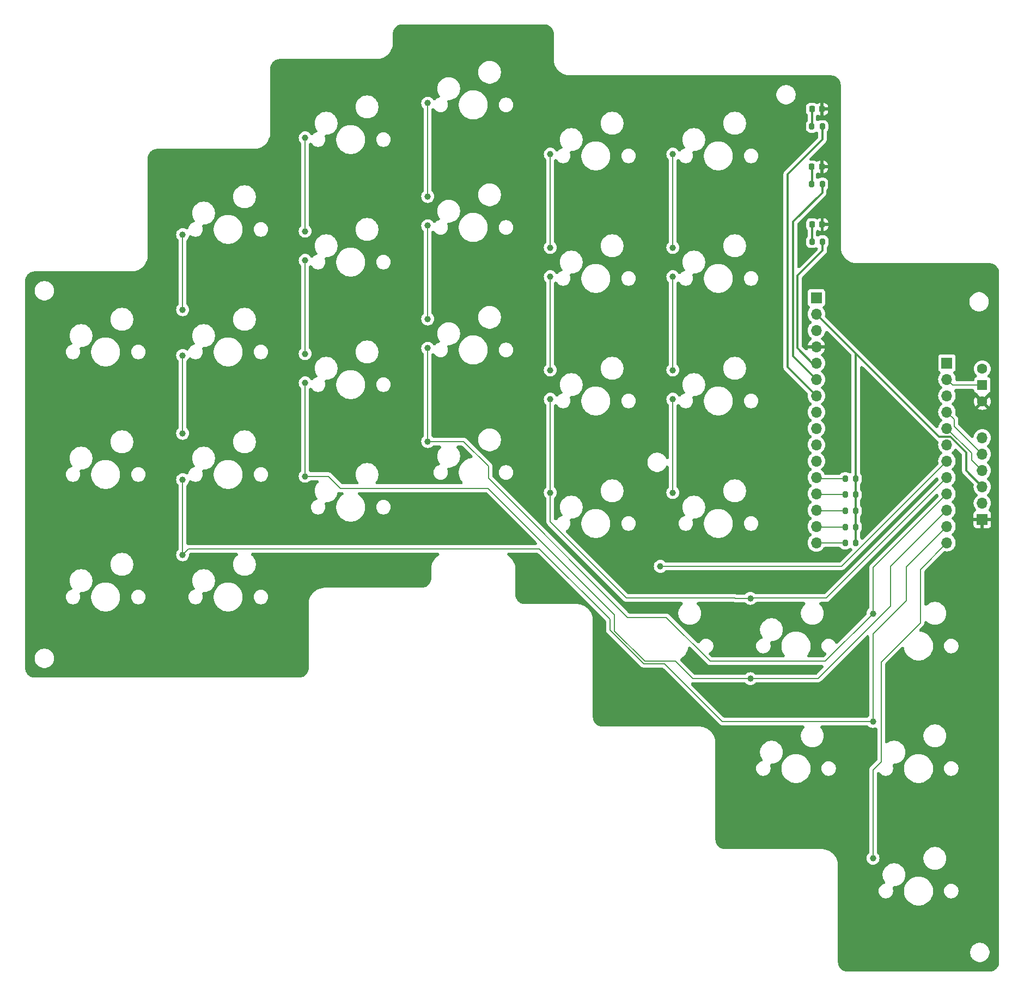
<source format=gtl>
G04 #@! TF.GenerationSoftware,KiCad,Pcbnew,8.0.6-8.0.6-0~ubuntu24.04.1*
G04 #@! TF.CreationDate,2025-02-09T13:09:51-05:00*
G04 #@! TF.ProjectId,keybird_left,6b657962-6972-4645-9f6c-6566742e6b69,rev?*
G04 #@! TF.SameCoordinates,Original*
G04 #@! TF.FileFunction,Copper,L1,Top*
G04 #@! TF.FilePolarity,Positive*
%FSLAX46Y46*%
G04 Gerber Fmt 4.6, Leading zero omitted, Abs format (unit mm)*
G04 Created by KiCad (PCBNEW 8.0.6-8.0.6-0~ubuntu24.04.1) date 2025-02-09 13:09:51*
%MOMM*%
%LPD*%
G01*
G04 APERTURE LIST*
G04 Aperture macros list*
%AMRoundRect*
0 Rectangle with rounded corners*
0 $1 Rounding radius*
0 $2 $3 $4 $5 $6 $7 $8 $9 X,Y pos of 4 corners*
0 Add a 4 corners polygon primitive as box body*
4,1,4,$2,$3,$4,$5,$6,$7,$8,$9,$2,$3,0*
0 Add four circle primitives for the rounded corners*
1,1,$1+$1,$2,$3*
1,1,$1+$1,$4,$5*
1,1,$1+$1,$6,$7*
1,1,$1+$1,$8,$9*
0 Add four rect primitives between the rounded corners*
20,1,$1+$1,$2,$3,$4,$5,0*
20,1,$1+$1,$4,$5,$6,$7,0*
20,1,$1+$1,$6,$7,$8,$9,0*
20,1,$1+$1,$8,$9,$2,$3,0*%
G04 Aperture macros list end*
G04 #@! TA.AperFunction,ComponentPad*
%ADD10R,1.700000X1.700000*%
G04 #@! TD*
G04 #@! TA.AperFunction,ComponentPad*
%ADD11O,1.700000X1.700000*%
G04 #@! TD*
G04 #@! TA.AperFunction,SMDPad,CuDef*
%ADD12RoundRect,0.200000X0.200000X0.275000X-0.200000X0.275000X-0.200000X-0.275000X0.200000X-0.275000X0*%
G04 #@! TD*
G04 #@! TA.AperFunction,SMDPad,CuDef*
%ADD13RoundRect,0.218750X0.218750X0.256250X-0.218750X0.256250X-0.218750X-0.256250X0.218750X-0.256250X0*%
G04 #@! TD*
G04 #@! TA.AperFunction,ComponentPad*
%ADD14R,1.500000X1.500000*%
G04 #@! TD*
G04 #@! TA.AperFunction,ComponentPad*
%ADD15C,1.600000*%
G04 #@! TD*
G04 #@! TA.AperFunction,ViaPad*
%ADD16C,1.000000*%
G04 #@! TD*
G04 #@! TA.AperFunction,Conductor*
%ADD17C,0.300000*%
G04 #@! TD*
G04 #@! TA.AperFunction,Conductor*
%ADD18C,0.200000*%
G04 #@! TD*
G04 #@! TA.AperFunction,Conductor*
%ADD19C,0.250000*%
G04 #@! TD*
G04 APERTURE END LIST*
D10*
X161000000Y-85525000D03*
D11*
X161000000Y-88065000D03*
X161000000Y-90605000D03*
X161000000Y-93145000D03*
X161000000Y-95685000D03*
X161000000Y-98225000D03*
X161000000Y-100765000D03*
X161000000Y-103305000D03*
X161000000Y-105845000D03*
X161000000Y-108385000D03*
X161000000Y-110925000D03*
X161000000Y-113465000D03*
D10*
X140705000Y-75375000D03*
D11*
X140705000Y-77915000D03*
X140705000Y-80455000D03*
X140705000Y-82995000D03*
X140705000Y-85535000D03*
X140705000Y-88075000D03*
X140705000Y-90615000D03*
X140705000Y-93155000D03*
X140705000Y-95695000D03*
X140705000Y-98235000D03*
X140705000Y-100775000D03*
X140705000Y-103315000D03*
X140705000Y-105855000D03*
X140705000Y-108395000D03*
X140705000Y-110935000D03*
X140705000Y-113475000D03*
D12*
X141670000Y-66668000D03*
X140020000Y-66668000D03*
D13*
X141612500Y-63984000D03*
X140037500Y-63984000D03*
X141572500Y-55016000D03*
X139997500Y-55016000D03*
D12*
X146825000Y-108500000D03*
X145175000Y-108500000D03*
X141630000Y-57700000D03*
X139980000Y-57700000D03*
D13*
X141592500Y-46048000D03*
X140017500Y-46048000D03*
D12*
X146825000Y-106000000D03*
X145175000Y-106000000D03*
D14*
X166500000Y-88960000D03*
D15*
X166500000Y-91500000D03*
X166500000Y-86420000D03*
D10*
X166500000Y-109850000D03*
D11*
X166500000Y-107310000D03*
X166500000Y-104770000D03*
X166500000Y-102230000D03*
X166500000Y-99690000D03*
X166500000Y-97150000D03*
D12*
X146825000Y-111000000D03*
X145175000Y-111000000D03*
X141650000Y-48732000D03*
X140000000Y-48732000D03*
X146825000Y-113500000D03*
X145175000Y-113500000D03*
X146825000Y-103500000D03*
X145175000Y-103500000D03*
D16*
X147041801Y-121722737D03*
X134965599Y-120592633D03*
X149505000Y-124477544D03*
X80288174Y-83216452D03*
X80291826Y-78678548D03*
X80291826Y-59628548D03*
X80288174Y-45116452D03*
X80288174Y-64166452D03*
X80291826Y-97728548D03*
X42190000Y-115343641D03*
X149505000Y-141238841D03*
X42190000Y-103669888D03*
X42189999Y-96452020D03*
X42190000Y-65569888D03*
X42189999Y-84344584D03*
X42190000Y-77243641D03*
X118391826Y-86616048D03*
X118391826Y-105666048D03*
X118388174Y-91153952D03*
X116455901Y-117128892D03*
X118391826Y-67566048D03*
X118388174Y-72103952D03*
X118388174Y-53053952D03*
X99338174Y-53053952D03*
X99341826Y-86616048D03*
X99341826Y-105666048D03*
X99338174Y-91153952D03*
X99338174Y-72103952D03*
X99341826Y-67566048D03*
X130455000Y-122107954D03*
X149516675Y-162513306D03*
X61241826Y-84076048D03*
X61238174Y-69563952D03*
X61241826Y-65026048D03*
X130455000Y-134593098D03*
X61241826Y-103126048D03*
X61238174Y-50513952D03*
X61238174Y-88613952D03*
X109000000Y-138000000D03*
X144000000Y-153000000D03*
X104000000Y-78000000D03*
X154000000Y-103000000D03*
X39000000Y-103000000D03*
X29000000Y-108000000D03*
X79000000Y-108000000D03*
X154000000Y-153000000D03*
X39000000Y-83000000D03*
X134000000Y-153000000D03*
X159000000Y-78000000D03*
X114000000Y-108000000D03*
X99000000Y-48000000D03*
X114000000Y-93000000D03*
X114000000Y-138000000D03*
X59000000Y-113000000D03*
X104000000Y-83000000D03*
X94000000Y-88000000D03*
X59000000Y-63000000D03*
X74000000Y-58000000D03*
X149000000Y-73000000D03*
X44000000Y-133000000D03*
X69000000Y-58000000D03*
X104000000Y-98000000D03*
X104000000Y-63000000D03*
X139000000Y-158000000D03*
X109000000Y-108000000D03*
X149000000Y-78000000D03*
X29000000Y-98000000D03*
X69000000Y-113000000D03*
X44000000Y-68000000D03*
X44000000Y-58000000D03*
X129000000Y-108000000D03*
X134000000Y-138000000D03*
X139000000Y-133000000D03*
X79000000Y-103000000D03*
X154000000Y-98000000D03*
X114000000Y-73000000D03*
X64000000Y-63000000D03*
X154000000Y-78000000D03*
X24000000Y-78000000D03*
X129000000Y-153000000D03*
X44000000Y-88000000D03*
X49000000Y-68000000D03*
X54000000Y-133000000D03*
X154000000Y-133000000D03*
X104000000Y-103000000D03*
X39000000Y-88000000D03*
X39000000Y-118000000D03*
X59000000Y-43000000D03*
X164000000Y-108000000D03*
X29000000Y-88000000D03*
X159000000Y-83000000D03*
X64000000Y-58000000D03*
X29000000Y-78000000D03*
X59000000Y-53000000D03*
X144000000Y-78000000D03*
X84000000Y-68000000D03*
X159000000Y-73000000D03*
X159000000Y-178000000D03*
X89000000Y-68000000D03*
X79000000Y-118000000D03*
X74000000Y-48000000D03*
X124000000Y-133000000D03*
X59000000Y-78000000D03*
X134000000Y-143000000D03*
X139000000Y-138000000D03*
X64000000Y-83000000D03*
X124000000Y-103000000D03*
X64000000Y-73000000D03*
X109000000Y-133000000D03*
X114000000Y-58000000D03*
X19000000Y-98000000D03*
X79000000Y-68000000D03*
X59000000Y-128000000D03*
X144000000Y-98000000D03*
X134000000Y-158000000D03*
X74000000Y-73000000D03*
X54000000Y-68000000D03*
X29000000Y-73000000D03*
X24000000Y-133000000D03*
X154000000Y-158000000D03*
X154000000Y-83000000D03*
X144000000Y-73000000D03*
X69000000Y-43000000D03*
X29000000Y-93000000D03*
X59000000Y-58000000D03*
X49000000Y-78000000D03*
X84000000Y-108000000D03*
X69000000Y-73000000D03*
X44000000Y-128000000D03*
X84000000Y-113000000D03*
X129000000Y-78000000D03*
X29000000Y-113000000D03*
X74000000Y-113000000D03*
X149000000Y-178000000D03*
X159000000Y-173000000D03*
X134000000Y-58000000D03*
X154000000Y-173000000D03*
X39000000Y-123000000D03*
X109000000Y-113000000D03*
X39000000Y-113000000D03*
X74000000Y-53000000D03*
X94000000Y-68000000D03*
X54000000Y-108000000D03*
X164000000Y-93000000D03*
X164000000Y-78000000D03*
X59000000Y-98000000D03*
X154000000Y-73000000D03*
X39000000Y-98000000D03*
X89000000Y-108000000D03*
X114000000Y-53000000D03*
X129000000Y-138000000D03*
X34000000Y-108000000D03*
X114000000Y-103000000D03*
X49000000Y-88000000D03*
X19000000Y-128000000D03*
X134000000Y-108000000D03*
X124000000Y-68000000D03*
X124000000Y-48000000D03*
X164000000Y-118000000D03*
X59000000Y-133000000D03*
X114000000Y-113000000D03*
X159000000Y-88000000D03*
X129000000Y-143000000D03*
X39000000Y-133000000D03*
X39000000Y-68000000D03*
X124000000Y-58000000D03*
X49000000Y-113000000D03*
X154000000Y-88000000D03*
X149000000Y-108000000D03*
X29000000Y-133000000D03*
X54000000Y-88000000D03*
X69000000Y-118000000D03*
X19000000Y-83000000D03*
X49000000Y-98000000D03*
X24000000Y-73000000D03*
X49000000Y-133000000D03*
X144000000Y-88000000D03*
X19000000Y-78000000D03*
X79000000Y-53000000D03*
X84000000Y-58000000D03*
X49000000Y-58000000D03*
X34000000Y-128000000D03*
X94000000Y-113000000D03*
X19000000Y-93000000D03*
X79000000Y-48000000D03*
X149000000Y-103000000D03*
X19000000Y-108000000D03*
X164000000Y-83000000D03*
X69000000Y-93000000D03*
X134000000Y-113000000D03*
X49000000Y-128000000D03*
X129000000Y-158000000D03*
X59000000Y-73000000D03*
X114000000Y-78000000D03*
X19000000Y-103000000D03*
X19000000Y-113000000D03*
X49000000Y-108000000D03*
X84000000Y-38000000D03*
X139000000Y-43000000D03*
X104000000Y-58000000D03*
X29000000Y-118000000D03*
X19000000Y-118000000D03*
X149000000Y-83000000D03*
X79000000Y-113000000D03*
X39000000Y-58000000D03*
X39000000Y-128000000D03*
X34000000Y-133000000D03*
X104000000Y-48000000D03*
X134000000Y-78000000D03*
X49000000Y-118000000D03*
X29000000Y-128000000D03*
X54000000Y-128000000D03*
X64000000Y-53000000D03*
X64000000Y-93000000D03*
X149000000Y-173000000D03*
X149000000Y-98000000D03*
X39000000Y-78000000D03*
X129000000Y-113000000D03*
X149000000Y-168000000D03*
X159000000Y-153000000D03*
X19000000Y-88000000D03*
X134000000Y-133000000D03*
X134000000Y-73000000D03*
X84000000Y-88000000D03*
X124000000Y-83000000D03*
X154000000Y-143000000D03*
X39000000Y-63000000D03*
X34000000Y-88000000D03*
X59000000Y-108000000D03*
X97041776Y-121090066D03*
X44000000Y-108000000D03*
X94000000Y-43000000D03*
X94000000Y-48000000D03*
X74000000Y-118000000D03*
X24000000Y-128000000D03*
X39000000Y-108000000D03*
X64000000Y-113000000D03*
X164000000Y-133000000D03*
X159000000Y-133000000D03*
X89000000Y-113000000D03*
X134000000Y-68000000D03*
X74000000Y-93000000D03*
X59000000Y-93000000D03*
X164000000Y-128000000D03*
X164000000Y-173000000D03*
X159000000Y-93000000D03*
X164000000Y-73000000D03*
X84000000Y-48000000D03*
X129000000Y-58000000D03*
X144000000Y-93000000D03*
X84000000Y-78000000D03*
X74000000Y-43000000D03*
X19000000Y-123000000D03*
X124000000Y-78000000D03*
X89000000Y-88000000D03*
X164000000Y-113000000D03*
X149000000Y-93000000D03*
X134000000Y-53000000D03*
X154000000Y-178000000D03*
X79000000Y-88000000D03*
X44000000Y-113000000D03*
X119000000Y-48000000D03*
X59000000Y-118000000D03*
X164000000Y-168000000D03*
D17*
X140705000Y-85535000D02*
X140085200Y-85535000D01*
X141670000Y-68062202D02*
X141670000Y-66668000D01*
X140085200Y-85535000D02*
X137767346Y-83217146D01*
X137767346Y-83217146D02*
X137767346Y-71964856D01*
X137767346Y-71964856D02*
X141670000Y-68062202D01*
X140705000Y-90615000D02*
X136231939Y-86141939D01*
X136231939Y-86141939D02*
X136231939Y-56159689D01*
X136231939Y-56159689D02*
X141650000Y-50741628D01*
X141650000Y-50741628D02*
X141650000Y-48732000D01*
X140705000Y-88075000D02*
X137077132Y-84447132D01*
X137077132Y-84447132D02*
X137077132Y-63578561D01*
X137077132Y-63578561D02*
X141630000Y-59025693D01*
X141630000Y-59025693D02*
X141630000Y-57700000D01*
D18*
X145175000Y-113500000D02*
X140730000Y-113500000D01*
X140730000Y-113500000D02*
X140705000Y-113475000D01*
X145175000Y-111000000D02*
X140770000Y-111000000D01*
X140770000Y-111000000D02*
X140705000Y-110935000D01*
X140810000Y-108500000D02*
X140705000Y-108395000D01*
X142839452Y-108500000D02*
X140810000Y-108500000D01*
X145175000Y-108500000D02*
X142839452Y-108500000D01*
X140850000Y-106000000D02*
X140705000Y-105855000D01*
X145175000Y-106000000D02*
X140850000Y-106000000D01*
X145175000Y-103500000D02*
X140890000Y-103500000D01*
X140890000Y-103500000D02*
X140705000Y-103315000D01*
X80288174Y-78674896D02*
X80291826Y-78678548D01*
X80288174Y-97724896D02*
X80291826Y-97728548D01*
X80288174Y-83216452D02*
X80288174Y-97724896D01*
X149505000Y-124477544D02*
X142107544Y-131875000D01*
X89725000Y-103452111D02*
X89725000Y-101564098D01*
X149505000Y-117340000D02*
X149505000Y-124477544D01*
X124187588Y-131875000D02*
X117390132Y-125077544D01*
X85889450Y-97728548D02*
X80291826Y-97728548D01*
X117390132Y-125077544D02*
X111350433Y-125077544D01*
X80288174Y-59624896D02*
X80291826Y-59628548D01*
X161000000Y-105845000D02*
X149505000Y-117340000D01*
X80288174Y-64166452D02*
X80288174Y-78674896D01*
X111350433Y-125077544D02*
X89725000Y-103452111D01*
X142107544Y-131875000D02*
X124187588Y-131875000D01*
X89725000Y-101564098D02*
X85889450Y-97728548D01*
X80288174Y-45116452D02*
X80288174Y-59624896D01*
X149505000Y-141238841D02*
X147231205Y-141238841D01*
X147231205Y-141238841D02*
X147223751Y-141246295D01*
X149505000Y-127608350D02*
X154666113Y-122447237D01*
X147223751Y-141246295D02*
X126096717Y-141246295D01*
X108603651Y-125379790D02*
X97625273Y-114401412D01*
X97625273Y-114401412D02*
X43132229Y-114401412D01*
X117125422Y-132275000D02*
X113861902Y-132275000D01*
X154666113Y-117258887D02*
X161000000Y-110925000D01*
X42189999Y-96452020D02*
X42189999Y-84344584D01*
X113861902Y-132275000D02*
X108603651Y-127016749D01*
X149505000Y-141238841D02*
X149505000Y-127608350D01*
X154666113Y-122447237D02*
X154666113Y-117258887D01*
X108603651Y-127016749D02*
X108603651Y-125379790D01*
X42190000Y-115343641D02*
X42190000Y-103669888D01*
X126096717Y-141246295D02*
X117125422Y-132275000D01*
X43132229Y-114401412D02*
X42190000Y-115343641D01*
X42190000Y-77243641D02*
X42190000Y-65569888D01*
X144642292Y-117122708D02*
X161000000Y-100765000D01*
X118473174Y-86252396D02*
X118476826Y-86256048D01*
X118388174Y-105662396D02*
X118391826Y-105666048D01*
X118759836Y-117122708D02*
X144642292Y-117122708D01*
X116455901Y-117128892D02*
X118753652Y-117128892D01*
X118388174Y-67562396D02*
X118391826Y-67566048D01*
X118388174Y-53053952D02*
X118388174Y-67562396D01*
X118388174Y-72103952D02*
X118388174Y-86612396D01*
X118388174Y-91153952D02*
X118388174Y-105662396D01*
X118753652Y-117128892D02*
X118759836Y-117122708D01*
X99338174Y-67562396D02*
X99341826Y-67566048D01*
X128044874Y-122067418D02*
X111205006Y-122067418D01*
X161000000Y-103305000D02*
X142238436Y-122066564D01*
X130455000Y-122107954D02*
X128085410Y-122107954D01*
X99338174Y-53053952D02*
X99338174Y-67562396D01*
X99341826Y-110204238D02*
X99341826Y-105666048D01*
X99338174Y-72103952D02*
X99338174Y-86612396D01*
X130455000Y-122107954D02*
X130496390Y-122066564D01*
X111205006Y-122067418D02*
X99341826Y-110204238D01*
X99338174Y-105662396D02*
X99341826Y-105666048D01*
X99338174Y-86612396D02*
X99341826Y-86616048D01*
X130496390Y-122066564D02*
X142238436Y-122066564D01*
X128085410Y-122107954D02*
X128044874Y-122067418D01*
X161000000Y-103305000D02*
X161000000Y-103525000D01*
X99338174Y-91153952D02*
X99338174Y-105662396D01*
X161000000Y-113465000D02*
X156860547Y-117604453D01*
X156860547Y-117604453D02*
X156860547Y-125931051D01*
X149516675Y-148770471D02*
X149516675Y-162513306D01*
X150776671Y-147510475D02*
X149516675Y-148770471D01*
X156860547Y-125931051D02*
X150776671Y-132014927D01*
X150776671Y-132014927D02*
X150776671Y-147510475D01*
X118802456Y-131875000D02*
X114027588Y-131875000D01*
X89672049Y-104987727D02*
X66759377Y-104987727D01*
X64897698Y-103126048D02*
X61241826Y-103126048D01*
X130483818Y-134564280D02*
X140963592Y-134564280D01*
X130455000Y-134593098D02*
X130426182Y-134564280D01*
X61238174Y-103122396D02*
X61241826Y-103126048D01*
X152212518Y-123315354D02*
X152212518Y-117172482D01*
X140963592Y-134564280D02*
X152212518Y-123315354D01*
X130455000Y-134593098D02*
X130483818Y-134564280D01*
X61238174Y-88613952D02*
X61238174Y-103122396D01*
X61238174Y-65022396D02*
X61241826Y-65026048D01*
X152212518Y-117172482D02*
X161000000Y-108385000D01*
X121491736Y-134564280D02*
X118802456Y-131875000D01*
X61238174Y-69563952D02*
X61238174Y-84072396D01*
X109345923Y-124661601D02*
X89672049Y-104987727D01*
X109345923Y-127193335D02*
X109345923Y-124661601D01*
X61238174Y-84072396D02*
X61241826Y-84076048D01*
X61238174Y-50513952D02*
X61238174Y-65022396D01*
X114027588Y-131875000D02*
X109345923Y-127193335D01*
X130426182Y-134564280D02*
X121491736Y-134564280D01*
X66759377Y-104987727D02*
X64897698Y-103126048D01*
X140017500Y-57682500D02*
X140000000Y-57700000D01*
D17*
X140017500Y-55016000D02*
X140017500Y-57682500D01*
X140017500Y-46048000D02*
X140017500Y-48714500D01*
D18*
X140017500Y-48714500D02*
X140000000Y-48732000D01*
D17*
X146825000Y-108500000D02*
X146825000Y-111000000D01*
D19*
X166400000Y-104670000D02*
X166500000Y-104770000D01*
D17*
X140705000Y-77915000D02*
X159815000Y-97025000D01*
X146825000Y-103500000D02*
X146825000Y-106000000D01*
X159815000Y-97025000D02*
X161573540Y-97025000D01*
X164004831Y-102274831D02*
X166500000Y-104770000D01*
X146825000Y-111000000D02*
X146825000Y-113500000D01*
X164004831Y-99456291D02*
X164004831Y-102274831D01*
X146825000Y-84035000D02*
X146825000Y-103500000D01*
X140705000Y-77915000D02*
X146825000Y-84035000D01*
X146825000Y-106000000D02*
X146825000Y-108500000D01*
X161573540Y-97025000D02*
X164004831Y-99456291D01*
X140017500Y-63984000D02*
X140017500Y-66650500D01*
D18*
X140017500Y-66650500D02*
X140000000Y-66668000D01*
X162150000Y-95340000D02*
X166500000Y-99690000D01*
X161000000Y-93145000D02*
X162150000Y-94295000D01*
X162150000Y-94295000D02*
X162150000Y-95340000D01*
X161000000Y-88065000D02*
X161895000Y-88960000D01*
X161895000Y-88960000D02*
X166500000Y-88960000D01*
X164876266Y-100587051D02*
X166500000Y-102210785D01*
X161000000Y-95685000D02*
X164876266Y-99561266D01*
X164876266Y-99561266D02*
X164876266Y-100587051D01*
X166500000Y-102210785D02*
X166500000Y-102230000D01*
G04 #@! TA.AperFunction,Conductor*
G36*
X98408863Y-32863634D02*
G01*
X98436639Y-32865620D01*
X98595645Y-32876993D01*
X98630793Y-32882046D01*
X98805064Y-32919956D01*
X98839143Y-32929963D01*
X99006228Y-32992283D01*
X99038542Y-33007040D01*
X99195062Y-33092506D01*
X99224947Y-33111712D01*
X99367703Y-33218578D01*
X99394553Y-33241843D01*
X99520656Y-33367946D01*
X99543921Y-33394796D01*
X99650787Y-33537552D01*
X99669995Y-33567440D01*
X99755459Y-33723957D01*
X99770216Y-33756271D01*
X99832534Y-33923350D01*
X99842544Y-33957439D01*
X99880451Y-34131695D01*
X99885507Y-34166860D01*
X99898866Y-34353635D01*
X99899500Y-34371399D01*
X99899500Y-38234108D01*
X99899500Y-38300000D01*
X99899500Y-38451252D01*
X99924435Y-38656614D01*
X99935962Y-38751546D01*
X100008357Y-39045267D01*
X100115624Y-39328107D01*
X100115632Y-39328124D01*
X100256200Y-39595954D01*
X100256211Y-39595972D01*
X100363313Y-39751136D01*
X100428050Y-39844924D01*
X100628648Y-40071352D01*
X100855076Y-40271950D01*
X101104033Y-40443792D01*
X101104036Y-40443794D01*
X101104045Y-40443799D01*
X101371875Y-40584367D01*
X101371880Y-40584369D01*
X101371887Y-40584373D01*
X101654734Y-40691643D01*
X101948449Y-40764037D01*
X102248748Y-40800500D01*
X102334108Y-40800500D01*
X142934108Y-40800500D01*
X142991100Y-40800500D01*
X143008863Y-40801134D01*
X143036639Y-40803120D01*
X143195645Y-40814493D01*
X143230793Y-40819546D01*
X143405064Y-40857456D01*
X143439143Y-40867463D01*
X143606228Y-40929783D01*
X143638542Y-40944540D01*
X143795062Y-41030006D01*
X143824947Y-41049212D01*
X143895969Y-41102379D01*
X143967703Y-41156078D01*
X143994553Y-41179343D01*
X144120656Y-41305446D01*
X144143921Y-41332296D01*
X144250787Y-41475052D01*
X144269995Y-41504940D01*
X144355459Y-41661457D01*
X144370216Y-41693771D01*
X144432534Y-41860850D01*
X144442544Y-41894939D01*
X144480451Y-42069195D01*
X144485507Y-42104360D01*
X144498866Y-42291135D01*
X144499500Y-42308899D01*
X144499500Y-67434108D01*
X144499500Y-67500000D01*
X144499500Y-67651252D01*
X144519050Y-67812257D01*
X144535962Y-67951546D01*
X144608357Y-68245267D01*
X144715624Y-68528107D01*
X144715632Y-68528124D01*
X144856200Y-68795954D01*
X144856211Y-68795972D01*
X145021845Y-69035934D01*
X145028050Y-69044924D01*
X145228648Y-69271352D01*
X145455076Y-69471950D01*
X145704033Y-69643792D01*
X145704036Y-69643794D01*
X145704045Y-69643799D01*
X145971875Y-69784367D01*
X145971880Y-69784369D01*
X145971887Y-69784373D01*
X146254734Y-69891643D01*
X146548449Y-69964037D01*
X146848748Y-70000500D01*
X146934108Y-70000500D01*
X167549108Y-70000500D01*
X167606100Y-70000500D01*
X167623863Y-70001134D01*
X167651639Y-70003120D01*
X167810645Y-70014493D01*
X167845793Y-70019546D01*
X168020064Y-70057456D01*
X168054143Y-70067463D01*
X168201675Y-70122490D01*
X168221228Y-70129783D01*
X168253542Y-70144540D01*
X168410062Y-70230006D01*
X168439947Y-70249212D01*
X168577598Y-70352257D01*
X168582703Y-70356078D01*
X168609553Y-70379343D01*
X168735656Y-70505446D01*
X168758921Y-70532296D01*
X168865787Y-70675052D01*
X168884995Y-70704940D01*
X168970459Y-70861457D01*
X168985216Y-70893771D01*
X169047534Y-71060850D01*
X169057544Y-71094939D01*
X169095451Y-71269195D01*
X169100507Y-71304360D01*
X169113866Y-71491135D01*
X169114500Y-71508899D01*
X169114500Y-178641100D01*
X169113866Y-178658864D01*
X169100507Y-178845639D01*
X169095451Y-178880804D01*
X169057544Y-179055060D01*
X169047534Y-179089149D01*
X168985216Y-179256228D01*
X168970459Y-179288542D01*
X168884995Y-179445059D01*
X168865787Y-179474947D01*
X168758921Y-179617703D01*
X168735656Y-179644553D01*
X168609553Y-179770656D01*
X168582703Y-179793921D01*
X168439947Y-179900787D01*
X168410059Y-179919995D01*
X168253542Y-180005459D01*
X168221228Y-180020216D01*
X168054149Y-180082534D01*
X168020060Y-180092544D01*
X167845804Y-180130451D01*
X167810639Y-180135507D01*
X167623864Y-180148866D01*
X167606100Y-180149500D01*
X145573900Y-180149500D01*
X145556136Y-180148866D01*
X145369360Y-180135507D01*
X145334195Y-180130451D01*
X145159939Y-180092544D01*
X145125850Y-180082534D01*
X144958771Y-180020216D01*
X144926457Y-180005459D01*
X144769940Y-179919995D01*
X144740052Y-179900787D01*
X144597296Y-179793921D01*
X144570446Y-179770656D01*
X144444343Y-179644553D01*
X144421078Y-179617703D01*
X144314212Y-179474947D01*
X144295004Y-179445059D01*
X144209540Y-179288542D01*
X144194783Y-179256228D01*
X144132465Y-179089149D01*
X144122455Y-179055060D01*
X144084546Y-178880793D01*
X144079493Y-178845645D01*
X144066134Y-178658863D01*
X144065500Y-178641100D01*
X144065500Y-177031912D01*
X164614500Y-177031912D01*
X164614500Y-177268087D01*
X164614501Y-177268103D01*
X164651446Y-177501364D01*
X164651447Y-177501368D01*
X164724432Y-177725992D01*
X164824683Y-177922747D01*
X164831659Y-177936437D01*
X164970478Y-178127504D01*
X164970480Y-178127506D01*
X164970483Y-178127510D01*
X165137490Y-178294517D01*
X165137493Y-178294519D01*
X165137495Y-178294521D01*
X165328562Y-178433340D01*
X165328564Y-178433341D01*
X165328567Y-178433343D01*
X165539008Y-178540568D01*
X165763632Y-178613553D01*
X165996908Y-178650500D01*
X165996912Y-178650500D01*
X166233088Y-178650500D01*
X166233092Y-178650500D01*
X166466368Y-178613553D01*
X166690992Y-178540568D01*
X166901433Y-178433343D01*
X167092510Y-178294517D01*
X167259517Y-178127510D01*
X167398343Y-177936433D01*
X167505568Y-177725992D01*
X167578553Y-177501368D01*
X167615500Y-177268092D01*
X167615500Y-177031908D01*
X167578553Y-176798632D01*
X167505568Y-176574008D01*
X167398343Y-176363567D01*
X167398341Y-176363564D01*
X167398340Y-176363562D01*
X167259521Y-176172495D01*
X167259519Y-176172493D01*
X167259517Y-176172490D01*
X167092510Y-176005483D01*
X167092506Y-176005480D01*
X167092504Y-176005478D01*
X166901437Y-175866659D01*
X166887747Y-175859683D01*
X166690992Y-175759432D01*
X166690989Y-175759431D01*
X166690987Y-175759430D01*
X166566079Y-175718845D01*
X166466368Y-175686447D01*
X166466366Y-175686446D01*
X166466364Y-175686446D01*
X166233103Y-175649501D01*
X166233094Y-175649500D01*
X166233092Y-175649500D01*
X165996908Y-175649500D01*
X165996905Y-175649500D01*
X165996896Y-175649501D01*
X165763635Y-175686446D01*
X165539012Y-175759430D01*
X165328562Y-175866659D01*
X165137495Y-176005478D01*
X164970478Y-176172495D01*
X164831659Y-176363562D01*
X164724430Y-176574012D01*
X164651446Y-176798635D01*
X164614501Y-177031896D01*
X164614500Y-177031912D01*
X144065500Y-177031912D01*
X144065500Y-167536411D01*
X150384500Y-167536411D01*
X150384500Y-167713588D01*
X150412211Y-167888543D01*
X150412213Y-167888549D01*
X150412214Y-167888555D01*
X150466958Y-168057042D01*
X150547386Y-168214890D01*
X150651517Y-168358214D01*
X150776786Y-168483483D01*
X150920110Y-168587614D01*
X151077958Y-168668042D01*
X151246445Y-168722786D01*
X151246454Y-168722787D01*
X151246456Y-168722788D01*
X151421411Y-168750499D01*
X151421418Y-168750499D01*
X151421421Y-168750500D01*
X151421424Y-168750500D01*
X151598576Y-168750500D01*
X151598579Y-168750500D01*
X151598582Y-168750499D01*
X151598588Y-168750499D01*
X151773543Y-168722788D01*
X151773543Y-168722787D01*
X151773555Y-168722786D01*
X151942042Y-168668042D01*
X152099890Y-168587614D01*
X152243214Y-168483483D01*
X152368483Y-168358214D01*
X152472614Y-168214890D01*
X152553042Y-168057042D01*
X152607786Y-167888555D01*
X152635500Y-167713579D01*
X152635500Y-167536421D01*
X152635499Y-167536418D01*
X152635499Y-167536411D01*
X152626167Y-167477493D01*
X154339500Y-167477493D01*
X154339500Y-167772506D01*
X154378006Y-168064988D01*
X154454360Y-168349950D01*
X154567253Y-168622499D01*
X154567255Y-168622503D01*
X154567257Y-168622507D01*
X154714762Y-168877994D01*
X154894354Y-169112042D01*
X155102958Y-169320646D01*
X155337006Y-169500238D01*
X155592493Y-169647743D01*
X155865048Y-169760639D01*
X156150007Y-169836993D01*
X156369372Y-169865873D01*
X156442493Y-169875500D01*
X156442494Y-169875500D01*
X156737507Y-169875500D01*
X156786253Y-169869082D01*
X157029993Y-169836993D01*
X157314952Y-169760639D01*
X157587507Y-169647743D01*
X157842994Y-169500238D01*
X158077042Y-169320646D01*
X158285646Y-169112042D01*
X158465238Y-168877994D01*
X158612743Y-168622507D01*
X158725639Y-168349952D01*
X158801993Y-168064993D01*
X158840500Y-167772506D01*
X158840500Y-167536411D01*
X160544500Y-167536411D01*
X160544500Y-167713588D01*
X160572211Y-167888543D01*
X160572213Y-167888549D01*
X160572214Y-167888555D01*
X160626958Y-168057042D01*
X160707386Y-168214890D01*
X160811517Y-168358214D01*
X160936786Y-168483483D01*
X161080110Y-168587614D01*
X161237958Y-168668042D01*
X161406445Y-168722786D01*
X161406454Y-168722787D01*
X161406456Y-168722788D01*
X161581411Y-168750499D01*
X161581418Y-168750499D01*
X161581421Y-168750500D01*
X161581424Y-168750500D01*
X161758576Y-168750500D01*
X161758579Y-168750500D01*
X161758582Y-168750499D01*
X161758588Y-168750499D01*
X161933543Y-168722788D01*
X161933543Y-168722787D01*
X161933555Y-168722786D01*
X162102042Y-168668042D01*
X162259890Y-168587614D01*
X162403214Y-168483483D01*
X162528483Y-168358214D01*
X162632614Y-168214890D01*
X162713042Y-168057042D01*
X162767786Y-167888555D01*
X162795500Y-167713579D01*
X162795500Y-167536421D01*
X162795499Y-167536418D01*
X162795499Y-167536411D01*
X162767788Y-167361456D01*
X162767787Y-167361454D01*
X162767786Y-167361445D01*
X162713042Y-167192958D01*
X162632614Y-167035110D01*
X162528483Y-166891786D01*
X162403214Y-166766517D01*
X162403210Y-166766514D01*
X162259889Y-166662385D01*
X162102052Y-166581963D01*
X162102050Y-166581962D01*
X162102042Y-166581958D01*
X161933555Y-166527214D01*
X161933549Y-166527213D01*
X161933543Y-166527211D01*
X161758588Y-166499500D01*
X161758579Y-166499500D01*
X161581421Y-166499500D01*
X161581411Y-166499500D01*
X161406456Y-166527211D01*
X161406450Y-166527213D01*
X161406448Y-166527213D01*
X161406445Y-166527214D01*
X161237958Y-166581958D01*
X161237956Y-166581958D01*
X161237956Y-166581959D01*
X161237947Y-166581963D01*
X161080110Y-166662385D01*
X160936789Y-166766514D01*
X160811514Y-166891789D01*
X160707385Y-167035110D01*
X160626963Y-167192947D01*
X160626958Y-167192956D01*
X160626958Y-167192958D01*
X160572214Y-167361445D01*
X160572213Y-167361448D01*
X160572213Y-167361450D01*
X160572211Y-167361456D01*
X160544500Y-167536411D01*
X158840500Y-167536411D01*
X158840500Y-167477494D01*
X158801993Y-167185007D01*
X158725639Y-166900048D01*
X158612743Y-166627493D01*
X158465238Y-166372006D01*
X158285646Y-166137958D01*
X158077042Y-165929354D01*
X158077037Y-165929350D01*
X158077036Y-165929349D01*
X157842994Y-165749762D01*
X157842989Y-165749759D01*
X157682221Y-165656940D01*
X157587507Y-165602257D01*
X157587505Y-165602256D01*
X157587503Y-165602255D01*
X157587499Y-165602253D01*
X157314950Y-165489360D01*
X157191555Y-165456297D01*
X157029993Y-165413007D01*
X157029988Y-165413006D01*
X157029989Y-165413006D01*
X156737507Y-165374500D01*
X156737506Y-165374500D01*
X156442494Y-165374500D01*
X156442493Y-165374500D01*
X156150011Y-165413006D01*
X155865049Y-165489360D01*
X155592500Y-165602253D01*
X155592496Y-165602255D01*
X155337010Y-165749759D01*
X155337005Y-165749762D01*
X155102963Y-165929349D01*
X154894349Y-166137963D01*
X154714762Y-166372005D01*
X154714759Y-166372010D01*
X154567255Y-166627496D01*
X154567253Y-166627500D01*
X154454360Y-166900049D01*
X154378006Y-167185011D01*
X154339500Y-167477493D01*
X152626167Y-167477493D01*
X152607788Y-167361456D01*
X152607787Y-167361454D01*
X152607786Y-167361445D01*
X152553042Y-167192958D01*
X152553040Y-167192955D01*
X152550925Y-167186444D01*
X152539507Y-167089962D01*
X152565879Y-166996455D01*
X152626028Y-166920158D01*
X152710795Y-166872686D01*
X152787739Y-166860500D01*
X152896372Y-166860500D01*
X153127126Y-166830121D01*
X153351940Y-166769882D01*
X153351945Y-166769879D01*
X153351948Y-166769879D01*
X153566958Y-166680820D01*
X153566961Y-166680818D01*
X153566969Y-166680815D01*
X153768532Y-166564442D01*
X153953181Y-166422756D01*
X154117756Y-166258181D01*
X154259442Y-166073532D01*
X154375815Y-165871969D01*
X154426435Y-165749762D01*
X154464879Y-165656948D01*
X154464879Y-165656945D01*
X154464882Y-165656940D01*
X154525121Y-165432126D01*
X154555500Y-165201372D01*
X154555500Y-164968628D01*
X154525121Y-164737874D01*
X154464882Y-164513060D01*
X154464880Y-164513055D01*
X154464879Y-164513051D01*
X154375820Y-164298041D01*
X154375815Y-164298032D01*
X154375815Y-164298031D01*
X154259442Y-164096468D01*
X154117756Y-163911819D01*
X153953181Y-163747244D01*
X153768532Y-163605558D01*
X153566969Y-163489185D01*
X153566967Y-163489184D01*
X153566958Y-163489179D01*
X153351948Y-163400120D01*
X153320271Y-163391632D01*
X153127126Y-163339879D01*
X153127119Y-163339878D01*
X152896372Y-163309500D01*
X152663628Y-163309500D01*
X152432880Y-163339878D01*
X152432878Y-163339878D01*
X152432874Y-163339879D01*
X152298832Y-163375795D01*
X152208051Y-163400120D01*
X151993041Y-163489179D01*
X151993032Y-163489184D01*
X151791467Y-163605558D01*
X151606819Y-163747244D01*
X151606815Y-163747247D01*
X151442247Y-163911815D01*
X151442244Y-163911819D01*
X151300558Y-164096467D01*
X151184184Y-164298032D01*
X151184179Y-164298041D01*
X151095120Y-164513051D01*
X151095118Y-164513060D01*
X151034879Y-164737874D01*
X151004500Y-164968628D01*
X151004500Y-165201372D01*
X151034879Y-165432126D01*
X151080465Y-165602253D01*
X151095120Y-165656948D01*
X151184179Y-165871958D01*
X151184184Y-165871967D01*
X151184185Y-165871969D01*
X151300558Y-166073532D01*
X151300560Y-166073535D01*
X151300561Y-166073536D01*
X151353925Y-166143082D01*
X151396896Y-166230217D01*
X151403250Y-166327164D01*
X151372020Y-166419163D01*
X151307961Y-166492208D01*
X151233325Y-166531476D01*
X151077965Y-166581955D01*
X151077947Y-166581963D01*
X150920110Y-166662385D01*
X150776789Y-166766514D01*
X150651514Y-166891789D01*
X150547385Y-167035110D01*
X150466963Y-167192947D01*
X150466958Y-167192956D01*
X150466958Y-167192958D01*
X150412214Y-167361445D01*
X150412213Y-167361448D01*
X150412213Y-167361450D01*
X150412211Y-167361456D01*
X150384500Y-167536411D01*
X144065500Y-167536411D01*
X144065500Y-163448754D01*
X144065500Y-163448748D01*
X144029037Y-163148449D01*
X143956643Y-162854734D01*
X143849373Y-162571887D01*
X143849367Y-162571875D01*
X143708799Y-162304045D01*
X143708788Y-162304027D01*
X143536956Y-162055085D01*
X143536950Y-162055076D01*
X143336352Y-161828648D01*
X143109924Y-161628050D01*
X143028649Y-161571950D01*
X142860972Y-161456211D01*
X142860954Y-161456200D01*
X142593124Y-161315632D01*
X142593107Y-161315624D01*
X142310267Y-161208357D01*
X142052907Y-161144924D01*
X142016551Y-161135963D01*
X142016549Y-161135962D01*
X142016547Y-161135962D01*
X141892277Y-161120873D01*
X141716252Y-161099500D01*
X141716246Y-161099500D01*
X126523900Y-161099500D01*
X126506136Y-161098866D01*
X126319360Y-161085507D01*
X126284195Y-161080451D01*
X126109939Y-161042544D01*
X126075850Y-161032534D01*
X125908771Y-160970216D01*
X125876457Y-160955459D01*
X125719940Y-160869995D01*
X125690052Y-160850787D01*
X125547296Y-160743921D01*
X125520446Y-160720656D01*
X125394343Y-160594553D01*
X125371078Y-160567703D01*
X125264212Y-160424947D01*
X125245004Y-160395059D01*
X125159540Y-160238542D01*
X125144783Y-160206228D01*
X125082465Y-160039149D01*
X125072455Y-160005060D01*
X125034546Y-159830793D01*
X125029493Y-159795645D01*
X125016134Y-159608863D01*
X125015500Y-159591100D01*
X125015500Y-148486411D01*
X131334500Y-148486411D01*
X131334500Y-148663588D01*
X131362211Y-148838543D01*
X131362213Y-148838549D01*
X131362214Y-148838555D01*
X131416958Y-149007042D01*
X131416959Y-149007043D01*
X131416963Y-149007052D01*
X131496437Y-149163029D01*
X131497386Y-149164890D01*
X131601517Y-149308214D01*
X131726786Y-149433483D01*
X131870110Y-149537614D01*
X132027958Y-149618042D01*
X132196445Y-149672786D01*
X132196454Y-149672787D01*
X132196456Y-149672788D01*
X132371411Y-149700499D01*
X132371418Y-149700499D01*
X132371421Y-149700500D01*
X132371424Y-149700500D01*
X132548576Y-149700500D01*
X132548579Y-149700500D01*
X132548582Y-149700499D01*
X132548588Y-149700499D01*
X132723543Y-149672788D01*
X132723543Y-149672787D01*
X132723555Y-149672786D01*
X132892042Y-149618042D01*
X133049890Y-149537614D01*
X133193214Y-149433483D01*
X133318483Y-149308214D01*
X133422614Y-149164890D01*
X133503042Y-149007042D01*
X133557786Y-148838555D01*
X133557788Y-148838543D01*
X133585499Y-148663588D01*
X133585500Y-148663576D01*
X133585500Y-148486423D01*
X133585499Y-148486411D01*
X133576167Y-148427492D01*
X135289500Y-148427492D01*
X135289500Y-148722506D01*
X135326961Y-149007052D01*
X135328007Y-149014993D01*
X135353210Y-149109053D01*
X135404360Y-149299950D01*
X135517253Y-149572499D01*
X135517255Y-149572503D01*
X135517257Y-149572507D01*
X135664762Y-149827994D01*
X135844354Y-150062042D01*
X136052958Y-150270646D01*
X136287006Y-150450238D01*
X136542493Y-150597743D01*
X136815048Y-150710639D01*
X137100007Y-150786993D01*
X137319372Y-150815873D01*
X137392493Y-150825500D01*
X137392494Y-150825500D01*
X137687507Y-150825500D01*
X137736253Y-150819082D01*
X137979993Y-150786993D01*
X138264952Y-150710639D01*
X138537507Y-150597743D01*
X138792994Y-150450238D01*
X139027042Y-150270646D01*
X139235646Y-150062042D01*
X139415238Y-149827994D01*
X139562743Y-149572507D01*
X139675639Y-149299952D01*
X139751993Y-149014993D01*
X139790500Y-148722506D01*
X139790500Y-148486411D01*
X141494500Y-148486411D01*
X141494500Y-148663588D01*
X141522211Y-148838543D01*
X141522213Y-148838549D01*
X141522214Y-148838555D01*
X141576958Y-149007042D01*
X141576959Y-149007043D01*
X141576963Y-149007052D01*
X141656437Y-149163029D01*
X141657386Y-149164890D01*
X141761517Y-149308214D01*
X141886786Y-149433483D01*
X142030110Y-149537614D01*
X142187958Y-149618042D01*
X142356445Y-149672786D01*
X142356454Y-149672787D01*
X142356456Y-149672788D01*
X142531411Y-149700499D01*
X142531418Y-149700499D01*
X142531421Y-149700500D01*
X142531424Y-149700500D01*
X142708576Y-149700500D01*
X142708579Y-149700500D01*
X142708582Y-149700499D01*
X142708588Y-149700499D01*
X142883543Y-149672788D01*
X142883543Y-149672787D01*
X142883555Y-149672786D01*
X143052042Y-149618042D01*
X143209890Y-149537614D01*
X143353214Y-149433483D01*
X143478483Y-149308214D01*
X143582614Y-149164890D01*
X143663042Y-149007042D01*
X143717786Y-148838555D01*
X143717788Y-148838543D01*
X143745499Y-148663588D01*
X143745500Y-148663576D01*
X143745500Y-148486423D01*
X143745499Y-148486411D01*
X143717788Y-148311456D01*
X143717787Y-148311454D01*
X143717786Y-148311445D01*
X143663042Y-148142958D01*
X143582614Y-147985110D01*
X143478483Y-147841786D01*
X143353214Y-147716517D01*
X143353210Y-147716514D01*
X143209889Y-147612385D01*
X143052052Y-147531963D01*
X143052050Y-147531962D01*
X143052042Y-147531958D01*
X142883555Y-147477214D01*
X142883549Y-147477213D01*
X142883543Y-147477211D01*
X142708588Y-147449500D01*
X142708579Y-147449500D01*
X142531421Y-147449500D01*
X142531411Y-147449500D01*
X142356456Y-147477211D01*
X142356450Y-147477213D01*
X142356448Y-147477213D01*
X142356445Y-147477214D01*
X142187958Y-147531958D01*
X142187956Y-147531958D01*
X142187956Y-147531959D01*
X142187947Y-147531963D01*
X142030110Y-147612385D01*
X141886789Y-147716514D01*
X141761514Y-147841789D01*
X141657385Y-147985110D01*
X141576963Y-148142947D01*
X141576958Y-148142956D01*
X141576958Y-148142958D01*
X141522214Y-148311445D01*
X141522213Y-148311448D01*
X141522213Y-148311450D01*
X141522211Y-148311456D01*
X141494500Y-148486411D01*
X139790500Y-148486411D01*
X139790500Y-148427494D01*
X139787111Y-148401755D01*
X139772392Y-148289949D01*
X139751993Y-148135007D01*
X139675639Y-147850048D01*
X139562743Y-147577493D01*
X139415238Y-147322006D01*
X139235646Y-147087958D01*
X139027042Y-146879354D01*
X139027037Y-146879350D01*
X139027036Y-146879349D01*
X138792994Y-146699762D01*
X138792989Y-146699759D01*
X138632221Y-146606940D01*
X138537507Y-146552257D01*
X138537505Y-146552256D01*
X138537503Y-146552255D01*
X138537499Y-146552253D01*
X138264950Y-146439360D01*
X138141555Y-146406297D01*
X137979993Y-146363007D01*
X137979988Y-146363006D01*
X137979989Y-146363006D01*
X137687507Y-146324500D01*
X137687506Y-146324500D01*
X137392494Y-146324500D01*
X137392493Y-146324500D01*
X137100011Y-146363006D01*
X136815049Y-146439360D01*
X136542500Y-146552253D01*
X136542496Y-146552255D01*
X136287010Y-146699759D01*
X136287005Y-146699762D01*
X136052963Y-146879349D01*
X135844349Y-147087963D01*
X135664762Y-147322005D01*
X135664759Y-147322010D01*
X135517255Y-147577496D01*
X135517253Y-147577500D01*
X135404360Y-147850049D01*
X135328006Y-148135011D01*
X135289500Y-148427492D01*
X133576167Y-148427492D01*
X133557788Y-148311456D01*
X133557787Y-148311454D01*
X133557786Y-148311445D01*
X133503042Y-148142958D01*
X133503040Y-148142955D01*
X133500925Y-148136444D01*
X133489507Y-148039962D01*
X133515879Y-147946455D01*
X133576028Y-147870158D01*
X133660795Y-147822686D01*
X133737739Y-147810500D01*
X133846372Y-147810500D01*
X134077126Y-147780121D01*
X134301940Y-147719882D01*
X134301945Y-147719879D01*
X134301948Y-147719879D01*
X134516958Y-147630820D01*
X134516961Y-147630818D01*
X134516969Y-147630815D01*
X134718532Y-147514442D01*
X134903181Y-147372756D01*
X135067756Y-147208181D01*
X135209442Y-147023532D01*
X135325815Y-146821969D01*
X135376435Y-146699762D01*
X135414879Y-146606948D01*
X135414879Y-146606945D01*
X135414882Y-146606940D01*
X135475121Y-146382126D01*
X135505500Y-146151372D01*
X135505500Y-145918628D01*
X135475121Y-145687874D01*
X135414882Y-145463060D01*
X135414880Y-145463055D01*
X135414879Y-145463051D01*
X135325820Y-145248041D01*
X135325815Y-145248032D01*
X135325815Y-145248031D01*
X135209442Y-145046468D01*
X135067756Y-144861819D01*
X134903181Y-144697244D01*
X134718532Y-144555558D01*
X134516969Y-144439185D01*
X134516967Y-144439184D01*
X134516958Y-144439179D01*
X134301948Y-144350120D01*
X134270271Y-144341632D01*
X134077126Y-144289879D01*
X134077119Y-144289878D01*
X133846372Y-144259500D01*
X133613628Y-144259500D01*
X133382880Y-144289878D01*
X133382878Y-144289878D01*
X133382874Y-144289879D01*
X133248832Y-144325795D01*
X133158051Y-144350120D01*
X132943041Y-144439179D01*
X132943032Y-144439184D01*
X132741467Y-144555558D01*
X132556819Y-144697244D01*
X132556815Y-144697247D01*
X132392247Y-144861815D01*
X132392244Y-144861819D01*
X132250558Y-145046467D01*
X132134184Y-145248032D01*
X132134179Y-145248041D01*
X132045120Y-145463051D01*
X132045118Y-145463060D01*
X131984879Y-145687874D01*
X131954500Y-145918628D01*
X131954500Y-146151372D01*
X131984879Y-146382126D01*
X132030465Y-146552253D01*
X132045120Y-146606948D01*
X132134179Y-146821958D01*
X132134184Y-146821967D01*
X132134185Y-146821969D01*
X132250558Y-147023532D01*
X132250560Y-147023535D01*
X132250561Y-147023536D01*
X132303925Y-147093082D01*
X132346896Y-147180217D01*
X132353250Y-147277164D01*
X132322020Y-147369163D01*
X132257961Y-147442208D01*
X132183325Y-147481476D01*
X132027965Y-147531955D01*
X132027947Y-147531963D01*
X131870110Y-147612385D01*
X131726789Y-147716514D01*
X131601514Y-147841789D01*
X131497385Y-147985110D01*
X131416963Y-148142947D01*
X131416958Y-148142956D01*
X131416958Y-148142958D01*
X131362214Y-148311445D01*
X131362213Y-148311448D01*
X131362213Y-148311450D01*
X131362211Y-148311456D01*
X131334500Y-148486411D01*
X125015500Y-148486411D01*
X125015500Y-144398754D01*
X125015500Y-144398748D01*
X124979037Y-144098449D01*
X124906643Y-143804734D01*
X124799373Y-143521887D01*
X124676903Y-143288540D01*
X124658799Y-143254045D01*
X124658788Y-143254027D01*
X124486956Y-143005085D01*
X124486950Y-143005076D01*
X124286352Y-142778648D01*
X124059924Y-142578050D01*
X123978649Y-142521950D01*
X123810972Y-142406211D01*
X123810954Y-142406200D01*
X123543124Y-142265632D01*
X123543107Y-142265624D01*
X123260267Y-142158357D01*
X123109084Y-142121094D01*
X122966551Y-142085963D01*
X122966549Y-142085962D01*
X122966547Y-142085962D01*
X122842277Y-142070873D01*
X122666252Y-142049500D01*
X122666246Y-142049500D01*
X107473900Y-142049500D01*
X107456136Y-142048866D01*
X107269360Y-142035507D01*
X107234195Y-142030451D01*
X107059939Y-141992544D01*
X107025850Y-141982534D01*
X106858771Y-141920216D01*
X106826457Y-141905459D01*
X106669940Y-141819995D01*
X106640052Y-141800787D01*
X106497296Y-141693921D01*
X106470446Y-141670656D01*
X106344343Y-141544553D01*
X106321078Y-141517703D01*
X106214212Y-141374947D01*
X106195004Y-141345059D01*
X106109540Y-141188542D01*
X106094783Y-141156228D01*
X106032465Y-140989149D01*
X106022455Y-140955060D01*
X105984546Y-140780793D01*
X105979493Y-140745645D01*
X105966134Y-140558863D01*
X105965500Y-140541100D01*
X105965500Y-125348754D01*
X105965500Y-125348748D01*
X105929037Y-125048449D01*
X105856643Y-124754734D01*
X105760373Y-124500891D01*
X105749375Y-124471892D01*
X105749367Y-124471875D01*
X105608799Y-124204045D01*
X105608788Y-124204027D01*
X105443135Y-123964037D01*
X105436950Y-123955076D01*
X105236352Y-123728648D01*
X105009924Y-123528050D01*
X104928649Y-123471950D01*
X104760972Y-123356211D01*
X104760954Y-123356200D01*
X104493124Y-123215632D01*
X104493107Y-123215624D01*
X104210267Y-123108357D01*
X104040924Y-123066618D01*
X103916551Y-123035963D01*
X103916549Y-123035962D01*
X103916547Y-123035962D01*
X103792277Y-123020873D01*
X103616252Y-122999500D01*
X103616246Y-122999500D01*
X95408900Y-122999500D01*
X95391136Y-122998866D01*
X95204360Y-122985507D01*
X95169195Y-122980451D01*
X94994939Y-122942544D01*
X94960850Y-122932534D01*
X94793771Y-122870216D01*
X94761457Y-122855459D01*
X94604940Y-122769995D01*
X94575052Y-122750787D01*
X94432296Y-122643921D01*
X94405446Y-122620656D01*
X94279343Y-122494553D01*
X94256078Y-122467703D01*
X94232443Y-122436131D01*
X94149212Y-122324947D01*
X94130004Y-122295059D01*
X94117102Y-122271431D01*
X94044540Y-122138542D01*
X94029783Y-122106228D01*
X94025730Y-122095361D01*
X93967463Y-121939143D01*
X93957455Y-121905060D01*
X93940421Y-121826754D01*
X93919546Y-121730793D01*
X93914493Y-121695645D01*
X93901134Y-121508863D01*
X93900500Y-121491100D01*
X93900500Y-117411254D01*
X93900500Y-117411248D01*
X93864037Y-117110949D01*
X93791643Y-116817234D01*
X93684373Y-116534387D01*
X93679099Y-116524338D01*
X93543799Y-116266545D01*
X93543788Y-116266527D01*
X93475055Y-116166950D01*
X93371950Y-116017576D01*
X93171352Y-115791148D01*
X92944924Y-115590550D01*
X92749755Y-115455835D01*
X92682102Y-115386107D01*
X92646282Y-115295796D01*
X92647749Y-115198652D01*
X92686280Y-115109464D01*
X92756008Y-115041811D01*
X92846319Y-115005991D01*
X92891203Y-115001912D01*
X97273398Y-115001912D01*
X97368686Y-115020866D01*
X97449468Y-115074842D01*
X107930221Y-125555595D01*
X107984197Y-125636377D01*
X108003151Y-125731665D01*
X108003151Y-126922414D01*
X108003150Y-126922432D01*
X108003150Y-127095806D01*
X108044073Y-127248532D01*
X108057845Y-127272385D01*
X108057847Y-127272392D01*
X108057849Y-127272392D01*
X108070561Y-127294411D01*
X108123131Y-127385465D01*
X108234935Y-127497269D01*
X108234937Y-127497270D01*
X113381380Y-132643713D01*
X113381382Y-132643716D01*
X113493186Y-132755520D01*
X113579993Y-132805637D01*
X113579996Y-132805639D01*
X113605855Y-132820569D01*
X113630117Y-132834577D01*
X113782845Y-132875501D01*
X113956220Y-132875501D01*
X113956236Y-132875500D01*
X116773547Y-132875500D01*
X116868835Y-132894454D01*
X116949617Y-132948430D01*
X125616195Y-141615008D01*
X125616197Y-141615011D01*
X125728001Y-141726815D01*
X125814808Y-141776932D01*
X125814811Y-141776934D01*
X125856125Y-141800787D01*
X125864932Y-141805872D01*
X125989841Y-141839341D01*
X126017656Y-141846794D01*
X126017658Y-141846795D01*
X126017660Y-141846795D01*
X126175774Y-141846795D01*
X138616128Y-141846795D01*
X138711416Y-141865749D01*
X138792198Y-141919725D01*
X138846174Y-142000507D01*
X138865128Y-142095795D01*
X138846174Y-142191083D01*
X138792198Y-142271865D01*
X138742247Y-142321815D01*
X138742244Y-142321819D01*
X138600558Y-142506467D01*
X138484184Y-142708032D01*
X138484179Y-142708041D01*
X138395120Y-142923051D01*
X138373143Y-143005072D01*
X138334879Y-143147874D01*
X138304500Y-143378628D01*
X138304500Y-143611372D01*
X138334879Y-143842126D01*
X138357644Y-143927085D01*
X138395120Y-144066948D01*
X138484179Y-144281958D01*
X138484184Y-144281967D01*
X138484185Y-144281969D01*
X138600558Y-144483532D01*
X138742244Y-144668181D01*
X138906819Y-144832756D01*
X139091468Y-144974442D01*
X139293031Y-145090815D01*
X139293034Y-145090816D01*
X139293041Y-145090820D01*
X139508051Y-145179879D01*
X139508055Y-145179880D01*
X139508060Y-145179882D01*
X139732874Y-145240121D01*
X139963628Y-145270500D01*
X140196372Y-145270500D01*
X140427126Y-145240121D01*
X140651940Y-145179882D01*
X140651945Y-145179879D01*
X140651948Y-145179879D01*
X140866958Y-145090820D01*
X140866961Y-145090818D01*
X140866969Y-145090815D01*
X141068532Y-144974442D01*
X141253181Y-144832756D01*
X141417756Y-144668181D01*
X141559442Y-144483532D01*
X141675815Y-144281969D01*
X141764882Y-144066940D01*
X141825121Y-143842126D01*
X141855500Y-143611372D01*
X141855500Y-143378628D01*
X141825121Y-143147874D01*
X141764882Y-142923060D01*
X141764880Y-142923055D01*
X141764879Y-142923051D01*
X141675820Y-142708041D01*
X141675815Y-142708032D01*
X141675815Y-142708031D01*
X141559442Y-142506468D01*
X141417756Y-142321819D01*
X141367802Y-142271865D01*
X141313826Y-142191083D01*
X141294872Y-142095795D01*
X141313826Y-142000507D01*
X141367802Y-141919725D01*
X141448584Y-141865749D01*
X141543872Y-141846795D01*
X147129417Y-141846795D01*
X147129433Y-141846796D01*
X147144694Y-141846796D01*
X147302808Y-141846796D01*
X147318985Y-141844666D01*
X147319052Y-141845181D01*
X147363410Y-141839341D01*
X148585760Y-141839341D01*
X148681048Y-141858295D01*
X148761830Y-141912271D01*
X148778232Y-141930369D01*
X148794117Y-141949724D01*
X148846293Y-141992544D01*
X148946463Y-142074752D01*
X149120266Y-142167652D01*
X149120270Y-142167653D01*
X149120273Y-142167655D01*
X149308868Y-142224865D01*
X149505000Y-142244182D01*
X149701132Y-142224865D01*
X149854894Y-142178221D01*
X149951576Y-142168699D01*
X150044548Y-142196901D01*
X150119650Y-142258535D01*
X150165449Y-142344218D01*
X150176171Y-142416500D01*
X150176171Y-147158599D01*
X150157217Y-147253887D01*
X150103241Y-147334669D01*
X149147959Y-148289951D01*
X149147958Y-148289950D01*
X149036157Y-148401752D01*
X149036155Y-148401754D01*
X149036155Y-148401755D01*
X149021295Y-148427494D01*
X148987279Y-148486411D01*
X148957097Y-148538687D01*
X148916174Y-148691414D01*
X148916174Y-148869593D01*
X148916175Y-148869606D01*
X148916175Y-161594065D01*
X148897221Y-161689353D01*
X148843245Y-161770135D01*
X148825143Y-161786541D01*
X148805799Y-161802416D01*
X148805789Y-161802426D01*
X148680763Y-161954769D01*
X148587863Y-162128572D01*
X148587860Y-162128580D01*
X148530650Y-162317174D01*
X148511334Y-162513306D01*
X148530650Y-162709437D01*
X148587860Y-162898031D01*
X148587863Y-162898039D01*
X148680763Y-163071842D01*
X148717781Y-163116948D01*
X148805792Y-163224189D01*
X148909743Y-163309500D01*
X148958138Y-163349217D01*
X149131941Y-163442117D01*
X149131945Y-163442118D01*
X149131948Y-163442120D01*
X149320543Y-163499330D01*
X149516675Y-163518647D01*
X149712807Y-163499330D01*
X149901402Y-163442120D01*
X149979979Y-163400120D01*
X150075211Y-163349217D01*
X150075210Y-163349217D01*
X150075213Y-163349216D01*
X150227558Y-163224189D01*
X150352585Y-163071844D01*
X150445489Y-162898033D01*
X150502699Y-162709438D01*
X150522016Y-162513306D01*
X150513676Y-162428628D01*
X157354500Y-162428628D01*
X157354500Y-162661372D01*
X157384879Y-162892126D01*
X157407644Y-162977085D01*
X157445120Y-163116948D01*
X157534179Y-163331958D01*
X157534184Y-163331967D01*
X157534185Y-163331969D01*
X157650558Y-163533532D01*
X157792244Y-163718181D01*
X157956819Y-163882756D01*
X158141468Y-164024442D01*
X158343031Y-164140815D01*
X158343034Y-164140816D01*
X158343041Y-164140820D01*
X158558051Y-164229879D01*
X158558055Y-164229880D01*
X158558060Y-164229882D01*
X158782874Y-164290121D01*
X159013628Y-164320500D01*
X159246372Y-164320500D01*
X159477126Y-164290121D01*
X159701940Y-164229882D01*
X159701945Y-164229879D01*
X159701948Y-164229879D01*
X159916958Y-164140820D01*
X159916961Y-164140818D01*
X159916969Y-164140815D01*
X160118532Y-164024442D01*
X160303181Y-163882756D01*
X160467756Y-163718181D01*
X160609442Y-163533532D01*
X160725815Y-163331969D01*
X160770459Y-163224189D01*
X160814879Y-163116948D01*
X160814879Y-163116945D01*
X160814882Y-163116940D01*
X160875121Y-162892126D01*
X160905500Y-162661372D01*
X160905500Y-162428628D01*
X160875121Y-162197874D01*
X160814882Y-161973060D01*
X160814880Y-161973055D01*
X160814879Y-161973051D01*
X160725820Y-161758041D01*
X160725815Y-161758032D01*
X160725815Y-161758031D01*
X160609442Y-161556468D01*
X160467756Y-161371819D01*
X160303181Y-161207244D01*
X160118532Y-161065558D01*
X159916969Y-160949185D01*
X159916967Y-160949184D01*
X159916958Y-160949179D01*
X159701948Y-160860120D01*
X159667116Y-160850787D01*
X159477126Y-160799879D01*
X159477119Y-160799878D01*
X159246372Y-160769500D01*
X159013628Y-160769500D01*
X158782880Y-160799878D01*
X158782878Y-160799878D01*
X158782874Y-160799879D01*
X158648832Y-160835795D01*
X158558051Y-160860120D01*
X158343041Y-160949179D01*
X158343032Y-160949184D01*
X158141467Y-161065558D01*
X157956819Y-161207244D01*
X157956815Y-161207247D01*
X157792247Y-161371815D01*
X157792244Y-161371819D01*
X157650558Y-161556467D01*
X157534184Y-161758032D01*
X157534179Y-161758041D01*
X157445120Y-161973051D01*
X157423143Y-162055072D01*
X157384879Y-162197874D01*
X157354500Y-162428628D01*
X150513676Y-162428628D01*
X150502699Y-162317174D01*
X150445489Y-162128579D01*
X150445487Y-162128576D01*
X150445486Y-162128572D01*
X150352586Y-161954769D01*
X150294813Y-161884373D01*
X150227558Y-161802423D01*
X150227552Y-161802418D01*
X150227550Y-161802416D01*
X150208207Y-161786541D01*
X150146574Y-161711438D01*
X150118374Y-161618466D01*
X150117175Y-161594065D01*
X150117175Y-149339099D01*
X150136129Y-149243811D01*
X150190105Y-149163029D01*
X150270887Y-149109053D01*
X150366175Y-149090099D01*
X150461463Y-149109053D01*
X150542245Y-149163029D01*
X150567620Y-149192740D01*
X150651517Y-149308214D01*
X150776786Y-149433483D01*
X150920110Y-149537614D01*
X151077958Y-149618042D01*
X151246445Y-149672786D01*
X151246454Y-149672787D01*
X151246456Y-149672788D01*
X151421411Y-149700499D01*
X151421418Y-149700499D01*
X151421421Y-149700500D01*
X151421424Y-149700500D01*
X151598576Y-149700500D01*
X151598579Y-149700500D01*
X151598582Y-149700499D01*
X151598588Y-149700499D01*
X151773543Y-149672788D01*
X151773543Y-149672787D01*
X151773555Y-149672786D01*
X151942042Y-149618042D01*
X152099890Y-149537614D01*
X152243214Y-149433483D01*
X152368483Y-149308214D01*
X152472614Y-149164890D01*
X152553042Y-149007042D01*
X152607786Y-148838555D01*
X152607788Y-148838543D01*
X152635499Y-148663588D01*
X152635500Y-148663576D01*
X152635500Y-148486423D01*
X152635499Y-148486411D01*
X152626167Y-148427492D01*
X154339500Y-148427492D01*
X154339500Y-148722506D01*
X154376961Y-149007052D01*
X154378007Y-149014993D01*
X154403210Y-149109053D01*
X154454360Y-149299950D01*
X154567253Y-149572499D01*
X154567255Y-149572503D01*
X154567257Y-149572507D01*
X154714762Y-149827994D01*
X154894354Y-150062042D01*
X155102958Y-150270646D01*
X155337006Y-150450238D01*
X155592493Y-150597743D01*
X155865048Y-150710639D01*
X156150007Y-150786993D01*
X156369372Y-150815873D01*
X156442493Y-150825500D01*
X156442494Y-150825500D01*
X156737507Y-150825500D01*
X156786253Y-150819082D01*
X157029993Y-150786993D01*
X157314952Y-150710639D01*
X157587507Y-150597743D01*
X157842994Y-150450238D01*
X158077042Y-150270646D01*
X158285646Y-150062042D01*
X158465238Y-149827994D01*
X158612743Y-149572507D01*
X158725639Y-149299952D01*
X158801993Y-149014993D01*
X158840500Y-148722506D01*
X158840500Y-148486411D01*
X160544500Y-148486411D01*
X160544500Y-148663588D01*
X160572211Y-148838543D01*
X160572213Y-148838549D01*
X160572214Y-148838555D01*
X160626958Y-149007042D01*
X160626959Y-149007043D01*
X160626963Y-149007052D01*
X160706437Y-149163029D01*
X160707386Y-149164890D01*
X160811517Y-149308214D01*
X160936786Y-149433483D01*
X161080110Y-149537614D01*
X161237958Y-149618042D01*
X161406445Y-149672786D01*
X161406454Y-149672787D01*
X161406456Y-149672788D01*
X161581411Y-149700499D01*
X161581418Y-149700499D01*
X161581421Y-149700500D01*
X161581424Y-149700500D01*
X161758576Y-149700500D01*
X161758579Y-149700500D01*
X161758582Y-149700499D01*
X161758588Y-149700499D01*
X161933543Y-149672788D01*
X161933543Y-149672787D01*
X161933555Y-149672786D01*
X162102042Y-149618042D01*
X162259890Y-149537614D01*
X162403214Y-149433483D01*
X162528483Y-149308214D01*
X162632614Y-149164890D01*
X162713042Y-149007042D01*
X162767786Y-148838555D01*
X162767788Y-148838543D01*
X162795499Y-148663588D01*
X162795500Y-148663576D01*
X162795500Y-148486423D01*
X162795499Y-148486411D01*
X162767788Y-148311456D01*
X162767787Y-148311454D01*
X162767786Y-148311445D01*
X162713042Y-148142958D01*
X162632614Y-147985110D01*
X162528483Y-147841786D01*
X162403214Y-147716517D01*
X162403210Y-147716514D01*
X162259889Y-147612385D01*
X162102052Y-147531963D01*
X162102050Y-147531962D01*
X162102042Y-147531958D01*
X161933555Y-147477214D01*
X161933549Y-147477213D01*
X161933543Y-147477211D01*
X161758588Y-147449500D01*
X161758579Y-147449500D01*
X161581421Y-147449500D01*
X161581411Y-147449500D01*
X161406456Y-147477211D01*
X161406450Y-147477213D01*
X161406448Y-147477213D01*
X161406445Y-147477214D01*
X161237958Y-147531958D01*
X161237956Y-147531958D01*
X161237956Y-147531959D01*
X161237947Y-147531963D01*
X161080110Y-147612385D01*
X160936789Y-147716514D01*
X160811514Y-147841789D01*
X160707385Y-147985110D01*
X160626963Y-148142947D01*
X160626958Y-148142956D01*
X160626958Y-148142958D01*
X160572214Y-148311445D01*
X160572213Y-148311448D01*
X160572213Y-148311450D01*
X160572211Y-148311456D01*
X160544500Y-148486411D01*
X158840500Y-148486411D01*
X158840500Y-148427494D01*
X158837111Y-148401755D01*
X158822392Y-148289949D01*
X158801993Y-148135007D01*
X158725639Y-147850048D01*
X158612743Y-147577493D01*
X158465238Y-147322006D01*
X158285646Y-147087958D01*
X158077042Y-146879354D01*
X158077037Y-146879350D01*
X158077036Y-146879349D01*
X157842994Y-146699762D01*
X157842989Y-146699759D01*
X157682221Y-146606940D01*
X157587507Y-146552257D01*
X157587505Y-146552256D01*
X157587503Y-146552255D01*
X157587499Y-146552253D01*
X157314950Y-146439360D01*
X157191555Y-146406297D01*
X157029993Y-146363007D01*
X157029988Y-146363006D01*
X157029989Y-146363006D01*
X156737507Y-146324500D01*
X156737506Y-146324500D01*
X156442494Y-146324500D01*
X156442493Y-146324500D01*
X156150011Y-146363006D01*
X155865049Y-146439360D01*
X155592500Y-146552253D01*
X155592496Y-146552255D01*
X155337010Y-146699759D01*
X155337005Y-146699762D01*
X155102963Y-146879349D01*
X154894349Y-147087963D01*
X154714762Y-147322005D01*
X154714759Y-147322010D01*
X154567255Y-147577496D01*
X154567253Y-147577500D01*
X154454360Y-147850049D01*
X154378006Y-148135011D01*
X154339500Y-148427492D01*
X152626167Y-148427492D01*
X152607788Y-148311456D01*
X152607787Y-148311454D01*
X152607786Y-148311445D01*
X152553042Y-148142958D01*
X152553040Y-148142955D01*
X152550925Y-148136444D01*
X152539507Y-148039962D01*
X152565879Y-147946455D01*
X152626028Y-147870158D01*
X152710795Y-147822686D01*
X152787739Y-147810500D01*
X152896372Y-147810500D01*
X153127126Y-147780121D01*
X153351940Y-147719882D01*
X153351945Y-147719879D01*
X153351948Y-147719879D01*
X153566958Y-147630820D01*
X153566961Y-147630818D01*
X153566969Y-147630815D01*
X153768532Y-147514442D01*
X153953181Y-147372756D01*
X154117756Y-147208181D01*
X154259442Y-147023532D01*
X154375815Y-146821969D01*
X154426435Y-146699762D01*
X154464879Y-146606948D01*
X154464879Y-146606945D01*
X154464882Y-146606940D01*
X154525121Y-146382126D01*
X154555500Y-146151372D01*
X154555500Y-145918628D01*
X154525121Y-145687874D01*
X154464882Y-145463060D01*
X154464880Y-145463055D01*
X154464879Y-145463051D01*
X154375820Y-145248041D01*
X154375815Y-145248032D01*
X154375815Y-145248031D01*
X154259442Y-145046468D01*
X154117756Y-144861819D01*
X153953181Y-144697244D01*
X153768532Y-144555558D01*
X153566969Y-144439185D01*
X153566967Y-144439184D01*
X153566958Y-144439179D01*
X153351948Y-144350120D01*
X153320271Y-144341632D01*
X153127126Y-144289879D01*
X153127119Y-144289878D01*
X152896372Y-144259500D01*
X152663628Y-144259500D01*
X152432880Y-144289878D01*
X152432878Y-144289878D01*
X152432874Y-144289879D01*
X152298832Y-144325795D01*
X152208051Y-144350120D01*
X151993041Y-144439179D01*
X151993032Y-144439184D01*
X151791464Y-144555560D01*
X151777751Y-144566083D01*
X151690615Y-144609053D01*
X151593668Y-144615407D01*
X151501670Y-144584177D01*
X151428625Y-144520117D01*
X151385655Y-144432981D01*
X151377171Y-144368537D01*
X151377171Y-143378628D01*
X157354500Y-143378628D01*
X157354500Y-143611372D01*
X157384879Y-143842126D01*
X157407644Y-143927085D01*
X157445120Y-144066948D01*
X157534179Y-144281958D01*
X157534184Y-144281967D01*
X157534185Y-144281969D01*
X157650558Y-144483532D01*
X157792244Y-144668181D01*
X157956819Y-144832756D01*
X158141468Y-144974442D01*
X158343031Y-145090815D01*
X158343034Y-145090816D01*
X158343041Y-145090820D01*
X158558051Y-145179879D01*
X158558055Y-145179880D01*
X158558060Y-145179882D01*
X158782874Y-145240121D01*
X159013628Y-145270500D01*
X159246372Y-145270500D01*
X159477126Y-145240121D01*
X159701940Y-145179882D01*
X159701945Y-145179879D01*
X159701948Y-145179879D01*
X159916958Y-145090820D01*
X159916961Y-145090818D01*
X159916969Y-145090815D01*
X160118532Y-144974442D01*
X160303181Y-144832756D01*
X160467756Y-144668181D01*
X160609442Y-144483532D01*
X160725815Y-144281969D01*
X160814882Y-144066940D01*
X160875121Y-143842126D01*
X160905500Y-143611372D01*
X160905500Y-143378628D01*
X160875121Y-143147874D01*
X160814882Y-142923060D01*
X160814880Y-142923055D01*
X160814879Y-142923051D01*
X160725820Y-142708041D01*
X160725815Y-142708032D01*
X160725815Y-142708031D01*
X160609442Y-142506468D01*
X160467756Y-142321819D01*
X160303181Y-142157244D01*
X160118532Y-142015558D01*
X159916969Y-141899185D01*
X159916967Y-141899184D01*
X159916958Y-141899179D01*
X159701948Y-141810120D01*
X159667116Y-141800787D01*
X159477126Y-141749879D01*
X159477119Y-141749878D01*
X159246372Y-141719500D01*
X159013628Y-141719500D01*
X158782880Y-141749878D01*
X158782878Y-141749878D01*
X158782874Y-141749879D01*
X158681904Y-141776934D01*
X158558051Y-141810120D01*
X158343041Y-141899179D01*
X158343032Y-141899184D01*
X158141467Y-142015558D01*
X157956819Y-142157244D01*
X157956815Y-142157247D01*
X157792247Y-142321815D01*
X157792244Y-142321819D01*
X157650558Y-142506467D01*
X157534184Y-142708032D01*
X157534179Y-142708041D01*
X157445120Y-142923051D01*
X157423143Y-143005072D01*
X157384879Y-143147874D01*
X157354500Y-143378628D01*
X151377171Y-143378628D01*
X151377171Y-132366801D01*
X151396125Y-132271513D01*
X151450099Y-132190733D01*
X153939287Y-129701544D01*
X154020066Y-129647571D01*
X154115354Y-129628617D01*
X154210642Y-129647571D01*
X154291424Y-129701547D01*
X154345400Y-129782329D01*
X154362224Y-129845114D01*
X154378006Y-129964990D01*
X154454360Y-130249950D01*
X154567253Y-130522499D01*
X154567255Y-130522503D01*
X154567257Y-130522507D01*
X154630926Y-130632785D01*
X154714759Y-130777989D01*
X154714762Y-130777994D01*
X154837337Y-130937737D01*
X154894354Y-131012042D01*
X155102958Y-131220646D01*
X155337006Y-131400238D01*
X155592493Y-131547743D01*
X155592498Y-131547745D01*
X155592500Y-131547746D01*
X155593362Y-131548103D01*
X155865048Y-131660639D01*
X156150007Y-131736993D01*
X156369372Y-131765873D01*
X156442493Y-131775500D01*
X156442494Y-131775500D01*
X156737507Y-131775500D01*
X156786253Y-131769082D01*
X157029993Y-131736993D01*
X157314952Y-131660639D01*
X157587507Y-131547743D01*
X157842994Y-131400238D01*
X158077042Y-131220646D01*
X158285646Y-131012042D01*
X158465238Y-130777994D01*
X158612743Y-130522507D01*
X158725639Y-130249952D01*
X158801993Y-129964993D01*
X158840500Y-129672506D01*
X158840500Y-129436411D01*
X160544500Y-129436411D01*
X160544500Y-129613588D01*
X160572211Y-129788543D01*
X160572213Y-129788549D01*
X160572214Y-129788555D01*
X160626958Y-129957042D01*
X160626959Y-129957043D01*
X160626963Y-129957052D01*
X160707385Y-130114889D01*
X160753050Y-130177741D01*
X160811517Y-130258214D01*
X160936786Y-130383483D01*
X161080110Y-130487614D01*
X161237958Y-130568042D01*
X161406445Y-130622786D01*
X161406454Y-130622787D01*
X161406456Y-130622788D01*
X161581411Y-130650499D01*
X161581418Y-130650499D01*
X161581421Y-130650500D01*
X161581424Y-130650500D01*
X161758576Y-130650500D01*
X161758579Y-130650500D01*
X161758582Y-130650499D01*
X161758588Y-130650499D01*
X161933543Y-130622788D01*
X161933543Y-130622787D01*
X161933555Y-130622786D01*
X162102042Y-130568042D01*
X162259890Y-130487614D01*
X162403214Y-130383483D01*
X162528483Y-130258214D01*
X162632614Y-130114890D01*
X162713042Y-129957042D01*
X162767786Y-129788555D01*
X162786167Y-129672506D01*
X162795499Y-129613588D01*
X162795500Y-129613576D01*
X162795500Y-129436423D01*
X162795499Y-129436411D01*
X162767788Y-129261456D01*
X162767787Y-129261454D01*
X162767786Y-129261445D01*
X162713042Y-129092958D01*
X162632614Y-128935110D01*
X162528483Y-128791786D01*
X162403214Y-128666517D01*
X162403210Y-128666514D01*
X162259889Y-128562385D01*
X162102052Y-128481963D01*
X162102050Y-128481962D01*
X162102042Y-128481958D01*
X161933555Y-128427214D01*
X161933549Y-128427213D01*
X161933543Y-128427211D01*
X161758588Y-128399500D01*
X161758579Y-128399500D01*
X161581421Y-128399500D01*
X161581411Y-128399500D01*
X161406456Y-128427211D01*
X161406450Y-128427213D01*
X161406448Y-128427213D01*
X161406445Y-128427214D01*
X161237958Y-128481958D01*
X161237956Y-128481958D01*
X161237956Y-128481959D01*
X161237947Y-128481963D01*
X161080110Y-128562385D01*
X160936789Y-128666514D01*
X160811514Y-128791789D01*
X160707385Y-128935110D01*
X160626963Y-129092947D01*
X160626958Y-129092956D01*
X160626958Y-129092958D01*
X160572214Y-129261445D01*
X160572213Y-129261448D01*
X160572213Y-129261450D01*
X160572211Y-129261456D01*
X160544500Y-129436411D01*
X158840500Y-129436411D01*
X158840500Y-129377494D01*
X158801993Y-129085007D01*
X158725639Y-128800048D01*
X158612743Y-128527493D01*
X158465238Y-128272006D01*
X158285646Y-128037958D01*
X158077042Y-127829354D01*
X158077037Y-127829350D01*
X158077036Y-127829349D01*
X157842994Y-127649762D01*
X157842989Y-127649759D01*
X157682221Y-127556940D01*
X157587507Y-127502257D01*
X157587505Y-127502256D01*
X157587503Y-127502255D01*
X157587499Y-127502253D01*
X157314950Y-127389360D01*
X157029990Y-127313006D01*
X156910114Y-127297224D01*
X156818116Y-127265993D01*
X156745071Y-127201934D01*
X156702101Y-127114798D01*
X156695747Y-127017851D01*
X156726978Y-126925853D01*
X156766543Y-126874288D01*
X157229260Y-126411572D01*
X157229263Y-126411571D01*
X157341067Y-126299767D01*
X157404371Y-126190121D01*
X157420124Y-126162836D01*
X157461048Y-126010108D01*
X157461048Y-125888125D01*
X157480002Y-125792837D01*
X157533978Y-125712055D01*
X157614760Y-125658079D01*
X157710048Y-125639125D01*
X157805336Y-125658079D01*
X157886118Y-125712055D01*
X157956819Y-125782756D01*
X158141468Y-125924442D01*
X158343031Y-126040815D01*
X158343034Y-126040816D01*
X158343041Y-126040820D01*
X158558051Y-126129879D01*
X158558055Y-126129880D01*
X158558060Y-126129882D01*
X158782874Y-126190121D01*
X159013628Y-126220500D01*
X159246372Y-126220500D01*
X159477126Y-126190121D01*
X159701940Y-126129882D01*
X159701945Y-126129879D01*
X159701948Y-126129879D01*
X159916958Y-126040820D01*
X159916961Y-126040818D01*
X159916969Y-126040815D01*
X160118532Y-125924442D01*
X160303181Y-125782756D01*
X160467756Y-125618181D01*
X160609442Y-125433532D01*
X160725815Y-125231969D01*
X160770575Y-125123909D01*
X160814879Y-125016948D01*
X160814879Y-125016945D01*
X160814882Y-125016940D01*
X160875121Y-124792126D01*
X160905500Y-124561372D01*
X160905500Y-124328628D01*
X160875121Y-124097874D01*
X160814882Y-123873060D01*
X160814880Y-123873055D01*
X160814879Y-123873051D01*
X160725820Y-123658041D01*
X160725815Y-123658032D01*
X160725815Y-123658031D01*
X160609442Y-123456468D01*
X160467756Y-123271819D01*
X160303181Y-123107244D01*
X160118532Y-122965558D01*
X159916969Y-122849185D01*
X159916967Y-122849184D01*
X159916958Y-122849179D01*
X159701948Y-122760120D01*
X159667116Y-122750787D01*
X159477126Y-122699879D01*
X159477119Y-122699878D01*
X159246372Y-122669500D01*
X159013628Y-122669500D01*
X158782880Y-122699878D01*
X158782878Y-122699878D01*
X158782874Y-122699879D01*
X158680135Y-122727408D01*
X158558051Y-122760120D01*
X158343041Y-122849179D01*
X158343032Y-122849184D01*
X158141467Y-122965558D01*
X157956819Y-123107244D01*
X157956815Y-123107247D01*
X157886117Y-123177946D01*
X157805335Y-123231922D01*
X157710047Y-123250876D01*
X157614759Y-123231922D01*
X157533977Y-123177946D01*
X157480001Y-123097164D01*
X157461047Y-123001876D01*
X157461047Y-117956328D01*
X157480001Y-117861040D01*
X157533977Y-117780258D01*
X158984570Y-116329665D01*
X160465441Y-114848793D01*
X160546220Y-114794820D01*
X160641508Y-114775866D01*
X160705953Y-114784350D01*
X160764592Y-114800063D01*
X160788700Y-114802172D01*
X160999995Y-114820659D01*
X161000000Y-114820659D01*
X161000005Y-114820659D01*
X161235401Y-114800064D01*
X161235403Y-114800063D01*
X161235408Y-114800063D01*
X161463663Y-114738903D01*
X161677830Y-114639035D01*
X161871401Y-114503495D01*
X162038495Y-114336401D01*
X162174035Y-114142830D01*
X162273903Y-113928663D01*
X162335063Y-113700408D01*
X162336079Y-113688801D01*
X162355659Y-113465005D01*
X162355659Y-113464994D01*
X162335064Y-113229598D01*
X162335063Y-113229595D01*
X162335063Y-113229592D01*
X162273903Y-113001337D01*
X162178697Y-112797169D01*
X162174038Y-112787177D01*
X162174034Y-112787169D01*
X162045499Y-112603602D01*
X162038495Y-112593599D01*
X161871401Y-112426505D01*
X161832074Y-112398967D01*
X161764891Y-112328789D01*
X161729678Y-112238240D01*
X161731797Y-112141108D01*
X161770925Y-112052181D01*
X161832073Y-111991032D01*
X161871401Y-111963495D01*
X162038495Y-111796401D01*
X162174035Y-111602830D01*
X162273903Y-111388663D01*
X162335063Y-111160408D01*
X162336079Y-111148801D01*
X162355659Y-110925005D01*
X162355659Y-110924994D01*
X162335064Y-110689598D01*
X162335063Y-110689595D01*
X162335063Y-110689592D01*
X162273903Y-110461337D01*
X162206096Y-110315925D01*
X162174038Y-110247177D01*
X162174034Y-110247169D01*
X162077919Y-110109903D01*
X162038495Y-110053599D01*
X161871401Y-109886505D01*
X161832074Y-109858967D01*
X161764891Y-109788789D01*
X161729678Y-109698240D01*
X161731797Y-109601108D01*
X161770925Y-109512181D01*
X161832073Y-109451032D01*
X161871401Y-109423495D01*
X162038495Y-109256401D01*
X162174035Y-109062830D01*
X162273903Y-108848663D01*
X162335063Y-108620408D01*
X162336079Y-108608801D01*
X162355659Y-108385005D01*
X162355659Y-108384994D01*
X162335064Y-108149598D01*
X162335063Y-108149595D01*
X162335063Y-108149592D01*
X162273903Y-107921337D01*
X162174035Y-107707171D01*
X162167106Y-107697276D01*
X162124724Y-107636747D01*
X162038495Y-107513599D01*
X161871401Y-107346505D01*
X161832074Y-107318967D01*
X161764891Y-107248789D01*
X161729678Y-107158240D01*
X161731797Y-107061108D01*
X161770925Y-106972181D01*
X161832073Y-106911032D01*
X161871401Y-106883495D01*
X162038495Y-106716401D01*
X162174035Y-106522830D01*
X162273903Y-106308663D01*
X162335063Y-106080408D01*
X162336079Y-106068801D01*
X162355659Y-105845005D01*
X162355659Y-105844994D01*
X162335064Y-105609598D01*
X162335063Y-105609595D01*
X162335063Y-105609592D01*
X162273903Y-105381337D01*
X162174035Y-105167171D01*
X162038495Y-104973599D01*
X161871401Y-104806505D01*
X161832074Y-104778967D01*
X161764891Y-104708789D01*
X161729678Y-104618240D01*
X161731797Y-104521108D01*
X161770925Y-104432181D01*
X161832073Y-104371032D01*
X161871401Y-104343495D01*
X162038495Y-104176401D01*
X162174035Y-103982830D01*
X162273903Y-103768663D01*
X162335063Y-103540408D01*
X162335536Y-103535003D01*
X162355659Y-103305005D01*
X162355659Y-103304994D01*
X162335064Y-103069598D01*
X162335063Y-103069595D01*
X162335063Y-103069592D01*
X162273903Y-102841337D01*
X162174035Y-102627171D01*
X162173270Y-102626079D01*
X162090507Y-102507880D01*
X162038495Y-102433599D01*
X161871401Y-102266505D01*
X161832074Y-102238967D01*
X161764891Y-102168789D01*
X161729678Y-102078240D01*
X161731797Y-101981108D01*
X161770925Y-101892181D01*
X161832073Y-101831032D01*
X161871401Y-101803495D01*
X162038495Y-101636401D01*
X162174035Y-101442830D01*
X162273903Y-101228663D01*
X162335063Y-101000408D01*
X162335064Y-101000401D01*
X162355659Y-100765005D01*
X162355659Y-100764994D01*
X162335064Y-100529598D01*
X162335063Y-100529595D01*
X162335063Y-100529592D01*
X162273903Y-100301337D01*
X162174035Y-100087171D01*
X162038495Y-99893599D01*
X161871401Y-99726505D01*
X161832074Y-99698967D01*
X161764891Y-99628789D01*
X161729678Y-99538240D01*
X161731797Y-99441108D01*
X161770925Y-99352181D01*
X161832073Y-99291032D01*
X161871401Y-99263495D01*
X162038495Y-99096401D01*
X162151014Y-98935706D01*
X162221194Y-98868524D01*
X162311743Y-98833311D01*
X162408875Y-98835430D01*
X162497802Y-98874559D01*
X162531052Y-98902458D01*
X163281401Y-99652807D01*
X163335377Y-99733589D01*
X163354331Y-99828877D01*
X163354331Y-102338900D01*
X163373168Y-102433599D01*
X163375554Y-102445591D01*
X163375555Y-102445596D01*
X163379329Y-102464574D01*
X163428365Y-102582958D01*
X163499554Y-102689500D01*
X165101260Y-104291206D01*
X165155236Y-104371988D01*
X165174190Y-104467276D01*
X165166740Y-104523869D01*
X165166825Y-104523884D01*
X165166482Y-104525828D01*
X165165707Y-104531717D01*
X165164937Y-104534588D01*
X165164935Y-104534598D01*
X165144341Y-104769994D01*
X165144341Y-104770005D01*
X165164935Y-105005401D01*
X165211268Y-105178322D01*
X165226097Y-105233663D01*
X165280839Y-105351057D01*
X165325965Y-105447830D01*
X165403056Y-105557928D01*
X165461505Y-105641401D01*
X165628599Y-105808495D01*
X165667925Y-105836031D01*
X165735107Y-105906209D01*
X165770321Y-105996758D01*
X165768202Y-106093890D01*
X165729074Y-106182818D01*
X165667928Y-106243965D01*
X165628603Y-106271501D01*
X165461504Y-106438600D01*
X165325965Y-106632169D01*
X165325961Y-106632177D01*
X165226098Y-106846333D01*
X165226097Y-106846335D01*
X165164935Y-107074598D01*
X165144341Y-107309994D01*
X165144341Y-107310005D01*
X165164935Y-107545401D01*
X165210959Y-107717169D01*
X165226097Y-107773663D01*
X165238139Y-107799487D01*
X165325965Y-107987830D01*
X165461503Y-108181399D01*
X165465177Y-108185777D01*
X165467376Y-108189786D01*
X165467741Y-108190307D01*
X165467684Y-108190346D01*
X165511906Y-108270956D01*
X165522482Y-108367534D01*
X165495294Y-108460807D01*
X165434482Y-108536576D01*
X165421679Y-108545320D01*
X165422169Y-108545974D01*
X165292812Y-108642810D01*
X165292810Y-108642812D01*
X165206646Y-108757912D01*
X165156403Y-108892621D01*
X165156401Y-108892628D01*
X165150000Y-108952167D01*
X165150000Y-109599999D01*
X165150001Y-109600000D01*
X166066988Y-109600000D01*
X166034075Y-109657007D01*
X166000000Y-109784174D01*
X166000000Y-109915826D01*
X166034075Y-110042993D01*
X166066988Y-110100000D01*
X165150001Y-110100000D01*
X165150000Y-110100001D01*
X165150000Y-110747832D01*
X165156401Y-110807371D01*
X165156403Y-110807378D01*
X165206646Y-110942087D01*
X165292810Y-111057187D01*
X165292812Y-111057189D01*
X165407912Y-111143353D01*
X165542621Y-111193596D01*
X165542628Y-111193598D01*
X165602167Y-111199999D01*
X165602175Y-111200000D01*
X166249999Y-111200000D01*
X166250000Y-111199999D01*
X166250000Y-110283012D01*
X166307007Y-110315925D01*
X166434174Y-110350000D01*
X166565826Y-110350000D01*
X166692993Y-110315925D01*
X166750000Y-110283012D01*
X166750000Y-111199999D01*
X166750001Y-111200000D01*
X167397825Y-111200000D01*
X167397832Y-111199999D01*
X167457371Y-111193598D01*
X167457378Y-111193596D01*
X167592087Y-111143353D01*
X167707187Y-111057189D01*
X167707189Y-111057187D01*
X167793353Y-110942087D01*
X167843596Y-110807378D01*
X167843598Y-110807371D01*
X167849999Y-110747832D01*
X167850000Y-110747825D01*
X167850000Y-110100001D01*
X167849999Y-110100000D01*
X166933012Y-110100000D01*
X166965925Y-110042993D01*
X167000000Y-109915826D01*
X167000000Y-109784174D01*
X166965925Y-109657007D01*
X166933012Y-109600000D01*
X167849999Y-109600000D01*
X167850000Y-109599999D01*
X167850000Y-108952175D01*
X167849999Y-108952167D01*
X167843598Y-108892628D01*
X167843596Y-108892621D01*
X167793353Y-108757912D01*
X167707189Y-108642812D01*
X167707187Y-108642810D01*
X167577831Y-108545974D01*
X167580287Y-108542692D01*
X167531633Y-108502001D01*
X167486631Y-108415897D01*
X167478005Y-108319125D01*
X167507069Y-108226419D01*
X167534830Y-108185768D01*
X167538486Y-108181409D01*
X167538495Y-108181401D01*
X167674035Y-107987830D01*
X167773903Y-107773663D01*
X167835063Y-107545408D01*
X167835064Y-107545401D01*
X167855659Y-107310005D01*
X167855659Y-107309994D01*
X167835064Y-107074598D01*
X167835063Y-107074595D01*
X167835063Y-107074592D01*
X167773903Y-106846337D01*
X167720937Y-106732752D01*
X167674038Y-106632177D01*
X167674034Y-106632169D01*
X167574486Y-106490000D01*
X167538495Y-106438599D01*
X167371401Y-106271505D01*
X167332074Y-106243967D01*
X167264891Y-106173789D01*
X167229678Y-106083240D01*
X167231797Y-105986108D01*
X167270925Y-105897181D01*
X167332073Y-105836032D01*
X167371401Y-105808495D01*
X167538495Y-105641401D01*
X167674035Y-105447830D01*
X167773903Y-105233663D01*
X167835063Y-105005408D01*
X167835064Y-105005401D01*
X167855659Y-104770005D01*
X167855659Y-104769994D01*
X167835064Y-104534598D01*
X167835063Y-104534595D01*
X167835063Y-104534592D01*
X167773903Y-104306337D01*
X167701756Y-104151618D01*
X167674038Y-104092177D01*
X167674034Y-104092169D01*
X167562324Y-103932631D01*
X167538495Y-103898599D01*
X167371401Y-103731505D01*
X167332074Y-103703967D01*
X167264891Y-103633789D01*
X167229678Y-103543240D01*
X167231797Y-103446108D01*
X167270925Y-103357181D01*
X167332073Y-103296032D01*
X167371401Y-103268495D01*
X167538495Y-103101401D01*
X167674035Y-102907830D01*
X167773903Y-102693663D01*
X167835063Y-102465408D01*
X167836182Y-102452618D01*
X167855659Y-102230005D01*
X167855659Y-102229994D01*
X167835064Y-101994598D01*
X167835063Y-101994595D01*
X167835063Y-101994592D01*
X167773903Y-101766337D01*
X167720937Y-101652752D01*
X167674038Y-101552177D01*
X167674034Y-101552169D01*
X167595290Y-101439711D01*
X167538495Y-101358599D01*
X167371401Y-101191505D01*
X167332074Y-101163967D01*
X167264891Y-101093789D01*
X167229678Y-101003240D01*
X167231797Y-100906108D01*
X167270925Y-100817181D01*
X167332073Y-100756032D01*
X167371401Y-100728495D01*
X167538495Y-100561401D01*
X167674035Y-100367830D01*
X167773903Y-100153663D01*
X167835063Y-99925408D01*
X167837846Y-99893599D01*
X167855659Y-99690005D01*
X167855659Y-99689994D01*
X167835064Y-99454598D01*
X167835063Y-99454595D01*
X167835063Y-99454592D01*
X167773903Y-99226337D01*
X167674035Y-99012171D01*
X167671792Y-99008968D01*
X167577678Y-98874559D01*
X167538495Y-98818599D01*
X167371401Y-98651505D01*
X167332074Y-98623967D01*
X167264891Y-98553789D01*
X167229678Y-98463240D01*
X167231797Y-98366108D01*
X167270925Y-98277181D01*
X167332073Y-98216032D01*
X167371401Y-98188495D01*
X167538495Y-98021401D01*
X167674035Y-97827830D01*
X167773903Y-97613663D01*
X167835063Y-97385408D01*
X167835064Y-97385401D01*
X167855659Y-97150005D01*
X167855659Y-97149994D01*
X167835064Y-96914598D01*
X167835063Y-96914595D01*
X167835063Y-96914592D01*
X167773903Y-96686337D01*
X167674035Y-96472171D01*
X167671792Y-96468968D01*
X167604476Y-96372830D01*
X167538495Y-96278599D01*
X167371401Y-96111505D01*
X167177830Y-95975965D01*
X166963663Y-95876097D01*
X166963660Y-95876096D01*
X166735401Y-95814935D01*
X166500005Y-95794341D01*
X166499995Y-95794341D01*
X166264598Y-95814935D01*
X166036335Y-95876097D01*
X166036333Y-95876098D01*
X165822177Y-95975961D01*
X165822169Y-95975965D01*
X165628600Y-96111504D01*
X165461504Y-96278600D01*
X165325965Y-96472169D01*
X165325961Y-96472177D01*
X165226098Y-96686333D01*
X165226097Y-96686335D01*
X165199267Y-96786468D01*
X165172719Y-96885551D01*
X165164936Y-96914597D01*
X165163921Y-96926199D01*
X165136733Y-97019472D01*
X165075921Y-97095241D01*
X164990742Y-97141970D01*
X164894164Y-97152546D01*
X164800891Y-97125358D01*
X164739799Y-97080564D01*
X162823430Y-95164195D01*
X162769454Y-95083413D01*
X162750500Y-94988125D01*
X162750500Y-94394136D01*
X162750501Y-94394123D01*
X162750501Y-94215943D01*
X162709577Y-94063217D01*
X162709575Y-94063212D01*
X162681992Y-94015437D01*
X162630520Y-93926284D01*
X162527066Y-93822830D01*
X162383796Y-93679559D01*
X162329820Y-93598778D01*
X162310866Y-93503490D01*
X162319349Y-93439050D01*
X162335063Y-93380408D01*
X162354784Y-93155005D01*
X162355659Y-93145005D01*
X162355659Y-93144994D01*
X162335064Y-92909598D01*
X162335063Y-92909595D01*
X162335063Y-92909592D01*
X162273903Y-92681337D01*
X162174440Y-92468040D01*
X162174038Y-92467177D01*
X162174034Y-92467169D01*
X162118329Y-92387614D01*
X162038495Y-92273599D01*
X161871401Y-92106505D01*
X161832074Y-92078967D01*
X161764891Y-92008789D01*
X161729678Y-91918240D01*
X161731797Y-91821108D01*
X161770925Y-91732181D01*
X161832073Y-91671032D01*
X161871401Y-91643495D01*
X162038495Y-91476401D01*
X162174035Y-91282830D01*
X162273903Y-91068663D01*
X162335063Y-90840408D01*
X162335527Y-90835110D01*
X162355659Y-90605005D01*
X162355659Y-90604994D01*
X162335064Y-90369598D01*
X162335063Y-90369595D01*
X162335063Y-90369592D01*
X162273903Y-90141337D01*
X162253757Y-90098134D01*
X162169441Y-89917318D01*
X162171922Y-89916160D01*
X162146748Y-89841999D01*
X162153103Y-89745052D01*
X162196074Y-89657917D01*
X162269120Y-89593859D01*
X162361119Y-89562630D01*
X162393618Y-89560500D01*
X165004616Y-89560500D01*
X165099904Y-89579454D01*
X165180686Y-89633430D01*
X165234662Y-89714212D01*
X165252190Y-89782886D01*
X165255908Y-89817480D01*
X165255909Y-89817484D01*
X165300552Y-89937177D01*
X165306204Y-89952331D01*
X165392454Y-90067546D01*
X165507669Y-90153796D01*
X165611179Y-90192402D01*
X165693835Y-90243461D01*
X165750660Y-90322264D01*
X165773003Y-90416815D01*
X165772936Y-90419382D01*
X166453554Y-91100000D01*
X166447339Y-91100000D01*
X166345606Y-91127259D01*
X166254394Y-91179920D01*
X166179920Y-91254394D01*
X166127259Y-91345606D01*
X166100000Y-91447339D01*
X166100000Y-91453554D01*
X165420973Y-90774527D01*
X165420972Y-90774527D01*
X165369870Y-90847510D01*
X165369867Y-90847514D01*
X165273732Y-91053676D01*
X165214859Y-91273396D01*
X165214859Y-91273397D01*
X165195034Y-91500000D01*
X165214859Y-91726602D01*
X165214859Y-91726603D01*
X165273732Y-91946323D01*
X165369867Y-92152486D01*
X165369869Y-92152488D01*
X165420972Y-92225471D01*
X165420974Y-92225471D01*
X166100000Y-91546445D01*
X166100000Y-91552661D01*
X166127259Y-91654394D01*
X166179920Y-91745606D01*
X166254394Y-91820080D01*
X166345606Y-91872741D01*
X166447339Y-91900000D01*
X166453552Y-91900000D01*
X165774527Y-92579023D01*
X165774527Y-92579025D01*
X165847515Y-92630132D01*
X166053676Y-92726267D01*
X166273396Y-92785140D01*
X166500000Y-92804965D01*
X166726602Y-92785140D01*
X166726603Y-92785140D01*
X166946326Y-92726266D01*
X167152476Y-92630137D01*
X167152483Y-92630133D01*
X167225471Y-92579025D01*
X166546446Y-91900000D01*
X166552661Y-91900000D01*
X166654394Y-91872741D01*
X166745606Y-91820080D01*
X166820080Y-91745606D01*
X166872741Y-91654394D01*
X166900000Y-91552661D01*
X166900000Y-91546446D01*
X167579025Y-92225471D01*
X167630133Y-92152483D01*
X167630137Y-92152476D01*
X167726266Y-91946326D01*
X167785140Y-91726603D01*
X167785140Y-91726602D01*
X167804965Y-91500000D01*
X167785140Y-91273397D01*
X167785140Y-91273396D01*
X167726267Y-91053676D01*
X167630132Y-90847515D01*
X167579025Y-90774527D01*
X167579023Y-90774527D01*
X166900000Y-91453551D01*
X166900000Y-91447339D01*
X166872741Y-91345606D01*
X166820080Y-91254394D01*
X166745606Y-91179920D01*
X166654394Y-91127259D01*
X166552661Y-91100000D01*
X166546446Y-91100000D01*
X167231318Y-90415127D01*
X167238360Y-90350829D01*
X167285090Y-90265650D01*
X167360859Y-90204838D01*
X167388811Y-90192406D01*
X167492331Y-90153796D01*
X167607546Y-90067546D01*
X167693796Y-89952331D01*
X167744091Y-89817483D01*
X167750500Y-89757873D01*
X167750499Y-88162128D01*
X167744091Y-88102517D01*
X167693796Y-87967669D01*
X167607546Y-87852454D01*
X167492331Y-87766204D01*
X167491656Y-87765952D01*
X167490026Y-87764945D01*
X167476702Y-87757670D01*
X167477091Y-87756955D01*
X167409002Y-87714896D01*
X167352175Y-87636094D01*
X167329831Y-87541543D01*
X167345370Y-87445639D01*
X167396428Y-87362982D01*
X167402575Y-87356610D01*
X167500047Y-87259139D01*
X167630568Y-87072734D01*
X167726739Y-86866496D01*
X167785635Y-86646692D01*
X167793516Y-86556608D01*
X167805468Y-86420005D01*
X167805468Y-86419994D01*
X167785636Y-86193320D01*
X167785635Y-86193308D01*
X167726739Y-85973504D01*
X167681213Y-85875874D01*
X167630571Y-85767272D01*
X167630563Y-85767258D01*
X167500050Y-85580865D01*
X167500049Y-85580864D01*
X167500047Y-85580861D01*
X167339139Y-85419953D01*
X167339135Y-85419950D01*
X167339134Y-85419949D01*
X167152741Y-85289436D01*
X167152727Y-85289428D01*
X166946499Y-85193262D01*
X166946496Y-85193261D01*
X166726694Y-85134365D01*
X166726679Y-85134363D01*
X166500006Y-85114532D01*
X166499994Y-85114532D01*
X166273320Y-85134363D01*
X166273305Y-85134365D01*
X166053503Y-85193261D01*
X166053500Y-85193262D01*
X165847272Y-85289428D01*
X165847258Y-85289436D01*
X165660865Y-85419949D01*
X165499949Y-85580865D01*
X165369436Y-85767258D01*
X165369428Y-85767272D01*
X165273262Y-85973500D01*
X165273261Y-85973503D01*
X165214365Y-86193305D01*
X165214363Y-86193320D01*
X165194532Y-86419994D01*
X165194532Y-86420005D01*
X165214363Y-86646679D01*
X165214365Y-86646694D01*
X165273261Y-86866496D01*
X165273262Y-86866499D01*
X165369428Y-87072727D01*
X165369436Y-87072741D01*
X165499949Y-87259134D01*
X165499953Y-87259139D01*
X165597399Y-87356585D01*
X165651373Y-87437364D01*
X165670327Y-87532652D01*
X165651373Y-87627940D01*
X165597397Y-87708722D01*
X165516615Y-87762698D01*
X165508344Y-87765952D01*
X165507671Y-87766202D01*
X165392455Y-87852453D01*
X165392453Y-87852455D01*
X165306204Y-87967669D01*
X165255908Y-88102518D01*
X165252189Y-88137117D01*
X165223158Y-88229833D01*
X165160856Y-88304382D01*
X165074767Y-88349414D01*
X165004616Y-88359500D01*
X162601629Y-88359500D01*
X162506341Y-88340546D01*
X162425559Y-88286570D01*
X162371583Y-88205788D01*
X162352629Y-88110500D01*
X162353577Y-88088795D01*
X162355659Y-88065001D01*
X162355659Y-88064994D01*
X162335064Y-87829598D01*
X162335063Y-87829595D01*
X162335063Y-87829592D01*
X162273903Y-87601337D01*
X162197441Y-87437364D01*
X162174038Y-87387177D01*
X162174034Y-87387169D01*
X162131852Y-87326927D01*
X162038495Y-87193599D01*
X162038492Y-87193596D01*
X162035151Y-87189614D01*
X162033150Y-87185966D01*
X162032259Y-87184694D01*
X162032398Y-87184596D01*
X161988423Y-87104434D01*
X161977848Y-87007857D01*
X162005037Y-86914584D01*
X162065850Y-86838815D01*
X162078571Y-86830135D01*
X162078073Y-86829469D01*
X162092329Y-86818796D01*
X162092331Y-86818796D01*
X162207546Y-86732546D01*
X162293796Y-86617331D01*
X162344091Y-86482483D01*
X162350500Y-86422873D01*
X162350499Y-84627128D01*
X162344091Y-84567517D01*
X162293796Y-84432669D01*
X162207546Y-84317454D01*
X162092331Y-84231204D01*
X162008500Y-84199937D01*
X161957481Y-84180908D01*
X161897873Y-84174500D01*
X160102134Y-84174500D01*
X160102130Y-84174500D01*
X160102128Y-84174501D01*
X160089314Y-84175878D01*
X160042519Y-84180908D01*
X160042515Y-84180909D01*
X159907670Y-84231203D01*
X159792455Y-84317453D01*
X159792453Y-84317455D01*
X159706204Y-84432669D01*
X159655908Y-84567518D01*
X159649500Y-84627123D01*
X159649500Y-86422865D01*
X159649500Y-86422868D01*
X159649501Y-86422872D01*
X159651567Y-86442093D01*
X159655908Y-86482480D01*
X159655909Y-86482484D01*
X159700124Y-86601030D01*
X159706204Y-86617331D01*
X159792454Y-86732546D01*
X159907669Y-86818796D01*
X159907670Y-86818796D01*
X159921927Y-86829469D01*
X159919454Y-86832771D01*
X159967965Y-86873305D01*
X160013006Y-86959389D01*
X160021675Y-87056156D01*
X159992653Y-87148875D01*
X159964855Y-87189605D01*
X159961513Y-87193587D01*
X159825965Y-87387169D01*
X159825961Y-87387177D01*
X159726098Y-87601333D01*
X159726097Y-87601335D01*
X159664935Y-87829598D01*
X159644341Y-88064994D01*
X159644341Y-88065005D01*
X159664935Y-88300401D01*
X159705811Y-88452956D01*
X159726097Y-88528663D01*
X159825965Y-88742830D01*
X159961505Y-88936401D01*
X160128599Y-89103495D01*
X160167925Y-89131031D01*
X160235107Y-89201209D01*
X160270321Y-89291758D01*
X160268202Y-89388890D01*
X160229074Y-89477818D01*
X160167928Y-89538965D01*
X160128603Y-89566501D01*
X159961504Y-89733600D01*
X159825965Y-89927169D01*
X159825961Y-89927177D01*
X159726098Y-90141333D01*
X159726097Y-90141335D01*
X159664935Y-90369598D01*
X159644341Y-90604994D01*
X159644341Y-90605005D01*
X159664935Y-90840401D01*
X159705811Y-90992956D01*
X159726097Y-91068663D01*
X159769367Y-91161456D01*
X159825965Y-91282830D01*
X159941155Y-91447339D01*
X159961505Y-91476401D01*
X160128599Y-91643495D01*
X160167925Y-91671031D01*
X160235107Y-91741209D01*
X160270321Y-91831758D01*
X160268202Y-91928890D01*
X160229074Y-92017818D01*
X160167928Y-92078965D01*
X160128603Y-92106501D01*
X159961504Y-92273600D01*
X159825965Y-92467169D01*
X159825961Y-92467177D01*
X159726098Y-92681333D01*
X159726097Y-92681335D01*
X159664935Y-92909598D01*
X159644341Y-93144994D01*
X159644341Y-93145005D01*
X159664935Y-93380401D01*
X159667614Y-93390401D01*
X159726097Y-93608663D01*
X159825965Y-93822830D01*
X159961505Y-94016401D01*
X160128599Y-94183495D01*
X160167925Y-94211031D01*
X160235107Y-94281209D01*
X160270321Y-94371758D01*
X160268202Y-94468890D01*
X160229074Y-94557818D01*
X160167928Y-94618965D01*
X160128603Y-94646501D01*
X159961504Y-94813600D01*
X159825965Y-95007169D01*
X159825961Y-95007177D01*
X159726098Y-95221333D01*
X159669757Y-95431602D01*
X159626786Y-95518738D01*
X159553741Y-95582796D01*
X159461742Y-95614026D01*
X159364795Y-95607672D01*
X159277659Y-95564701D01*
X159253171Y-95543226D01*
X150819445Y-87109500D01*
X142103739Y-78393793D01*
X142049763Y-78313011D01*
X142030809Y-78217723D01*
X142038261Y-78161126D01*
X142038175Y-78161111D01*
X142038523Y-78159134D01*
X142039295Y-78153272D01*
X142040063Y-78150408D01*
X142056051Y-77967668D01*
X142060659Y-77915005D01*
X142060659Y-77914994D01*
X142040064Y-77679598D01*
X142040063Y-77679595D01*
X142040063Y-77679592D01*
X141978903Y-77451337D01*
X141879035Y-77237171D01*
X141877035Y-77234315D01*
X141814158Y-77144517D01*
X141743495Y-77043599D01*
X141743492Y-77043596D01*
X141740151Y-77039614D01*
X141738150Y-77035966D01*
X141737259Y-77034694D01*
X141737398Y-77034596D01*
X141693423Y-76954434D01*
X141682848Y-76857857D01*
X141710037Y-76764584D01*
X141770850Y-76688815D01*
X141783571Y-76680135D01*
X141783073Y-76679469D01*
X141797329Y-76668796D01*
X141797331Y-76668796D01*
X141912546Y-76582546D01*
X141998796Y-76467331D01*
X142049091Y-76332483D01*
X142055500Y-76272873D01*
X142055500Y-75881912D01*
X164499500Y-75881912D01*
X164499500Y-76118087D01*
X164499501Y-76118103D01*
X164533456Y-76332483D01*
X164536447Y-76351368D01*
X164609432Y-76575992D01*
X164666918Y-76688815D01*
X164716659Y-76786437D01*
X164855478Y-76977504D01*
X164855480Y-76977506D01*
X164855483Y-76977510D01*
X165022490Y-77144517D01*
X165022493Y-77144519D01*
X165022495Y-77144521D01*
X165213562Y-77283340D01*
X165213564Y-77283341D01*
X165213567Y-77283343D01*
X165424008Y-77390568D01*
X165648632Y-77463553D01*
X165881908Y-77500500D01*
X165881912Y-77500500D01*
X166118088Y-77500500D01*
X166118092Y-77500500D01*
X166351368Y-77463553D01*
X166575992Y-77390568D01*
X166786433Y-77283343D01*
X166977510Y-77144517D01*
X167144517Y-76977510D01*
X167283343Y-76786433D01*
X167390568Y-76575992D01*
X167463553Y-76351368D01*
X167500500Y-76118092D01*
X167500500Y-75881908D01*
X167463553Y-75648632D01*
X167390568Y-75424008D01*
X167283343Y-75213567D01*
X167283341Y-75213564D01*
X167283340Y-75213562D01*
X167144521Y-75022495D01*
X167144519Y-75022493D01*
X167144517Y-75022490D01*
X166977510Y-74855483D01*
X166977506Y-74855480D01*
X166977504Y-74855478D01*
X166786437Y-74716659D01*
X166772747Y-74709683D01*
X166575992Y-74609432D01*
X166575989Y-74609431D01*
X166575987Y-74609430D01*
X166451079Y-74568845D01*
X166351368Y-74536447D01*
X166351366Y-74536446D01*
X166351364Y-74536446D01*
X166118103Y-74499501D01*
X166118094Y-74499500D01*
X166118092Y-74499500D01*
X165881908Y-74499500D01*
X165881905Y-74499500D01*
X165881896Y-74499501D01*
X165648635Y-74536446D01*
X165424012Y-74609430D01*
X165213562Y-74716659D01*
X165022495Y-74855478D01*
X164855478Y-75022495D01*
X164716659Y-75213562D01*
X164609430Y-75424012D01*
X164536446Y-75648635D01*
X164499501Y-75881896D01*
X164499500Y-75881912D01*
X142055500Y-75881912D01*
X142055499Y-74477128D01*
X142049091Y-74417517D01*
X141998796Y-74282669D01*
X141912546Y-74167454D01*
X141797331Y-74081204D01*
X141717117Y-74051286D01*
X141662481Y-74030908D01*
X141602873Y-74024500D01*
X139807134Y-74024500D01*
X139807130Y-74024500D01*
X139807128Y-74024501D01*
X139794314Y-74025878D01*
X139747519Y-74030908D01*
X139747515Y-74030909D01*
X139612670Y-74081203D01*
X139497455Y-74167453D01*
X139497453Y-74167455D01*
X139411204Y-74282669D01*
X139360908Y-74417518D01*
X139354500Y-74477123D01*
X139354500Y-76272865D01*
X139354500Y-76272868D01*
X139354501Y-76272872D01*
X139356567Y-76292093D01*
X139360908Y-76332480D01*
X139360909Y-76332484D01*
X139393434Y-76419688D01*
X139411204Y-76467331D01*
X139497454Y-76582546D01*
X139612669Y-76668796D01*
X139612670Y-76668796D01*
X139626927Y-76679469D01*
X139624454Y-76682771D01*
X139672965Y-76723305D01*
X139718006Y-76809389D01*
X139726675Y-76906156D01*
X139697653Y-76998875D01*
X139669855Y-77039605D01*
X139666513Y-77043587D01*
X139530965Y-77237169D01*
X139530961Y-77237177D01*
X139431098Y-77451333D01*
X139431097Y-77451335D01*
X139369935Y-77679598D01*
X139349341Y-77914994D01*
X139349341Y-77915005D01*
X139369935Y-78150401D01*
X139430885Y-78377874D01*
X139431097Y-78378663D01*
X139530965Y-78592830D01*
X139666505Y-78786401D01*
X139833599Y-78953495D01*
X139872925Y-78981031D01*
X139940107Y-79051209D01*
X139975321Y-79141758D01*
X139973202Y-79238890D01*
X139934074Y-79327818D01*
X139872928Y-79388965D01*
X139833603Y-79416501D01*
X139666504Y-79583600D01*
X139530965Y-79777169D01*
X139530961Y-79777177D01*
X139431098Y-79991333D01*
X139431097Y-79991335D01*
X139369935Y-80219598D01*
X139349341Y-80454994D01*
X139349341Y-80455005D01*
X139369935Y-80690401D01*
X139431096Y-80918660D01*
X139530965Y-81132830D01*
X139630868Y-81275507D01*
X139666505Y-81326401D01*
X139833599Y-81493495D01*
X139873362Y-81521338D01*
X139940544Y-81591517D01*
X139975757Y-81682067D01*
X139973638Y-81779198D01*
X139934509Y-81868126D01*
X139873364Y-81929272D01*
X139833923Y-81956889D01*
X139666889Y-82123923D01*
X139531400Y-82317420D01*
X139531396Y-82317428D01*
X139431570Y-82531505D01*
X139431566Y-82531516D01*
X139374363Y-82744998D01*
X139374364Y-82745000D01*
X140271988Y-82745000D01*
X140239075Y-82802007D01*
X140205000Y-82929174D01*
X140205000Y-83060826D01*
X140239075Y-83187993D01*
X140271988Y-83245000D01*
X139374363Y-83245000D01*
X139375138Y-83247891D01*
X139381492Y-83344838D01*
X139350262Y-83436837D01*
X139286203Y-83509882D01*
X139199067Y-83552852D01*
X139102120Y-83559206D01*
X139010121Y-83527976D01*
X138958552Y-83488406D01*
X138490776Y-83020630D01*
X138436800Y-82939848D01*
X138417846Y-82844560D01*
X138417846Y-72337440D01*
X138436800Y-72242152D01*
X138490773Y-72161373D01*
X142175276Y-68476871D01*
X142246465Y-68370329D01*
X142295501Y-68251946D01*
X142320500Y-68126271D01*
X142320500Y-67586296D01*
X142339454Y-67491008D01*
X142393427Y-67410229D01*
X142425472Y-67378185D01*
X142513478Y-67232606D01*
X142564086Y-67070196D01*
X142569966Y-67005500D01*
X142570499Y-66999630D01*
X142570500Y-66999609D01*
X142570500Y-66336390D01*
X142570499Y-66336369D01*
X142564087Y-66265811D01*
X142564086Y-66265808D01*
X142564086Y-66265804D01*
X142513478Y-66103394D01*
X142513477Y-66103393D01*
X142513477Y-66103391D01*
X142455803Y-66007989D01*
X142425472Y-65957815D01*
X142305185Y-65837528D01*
X142273453Y-65818345D01*
X142159608Y-65749522D01*
X141997196Y-65698914D01*
X141997188Y-65698912D01*
X141926630Y-65692500D01*
X141926616Y-65692500D01*
X141413384Y-65692500D01*
X141413369Y-65692500D01*
X141342811Y-65698912D01*
X141342803Y-65698914D01*
X141180391Y-65749522D01*
X141045818Y-65830876D01*
X140954467Y-65863952D01*
X140857411Y-65859552D01*
X140769428Y-65818345D01*
X140703911Y-65746605D01*
X140670835Y-65655254D01*
X140668000Y-65617787D01*
X140668000Y-65083222D01*
X140686954Y-64987934D01*
X140740930Y-64907152D01*
X140821712Y-64853176D01*
X140917000Y-64834222D01*
X141012288Y-64853176D01*
X141047720Y-64871294D01*
X141087924Y-64896092D01*
X141247419Y-64948942D01*
X141345858Y-64958998D01*
X141362500Y-64958998D01*
X141362500Y-64234001D01*
X141862500Y-64234001D01*
X141862500Y-64958998D01*
X141862501Y-64958999D01*
X141879132Y-64958999D01*
X141879148Y-64958998D01*
X141977587Y-64948942D01*
X141977589Y-64948941D01*
X142137070Y-64896095D01*
X142137080Y-64896090D01*
X142280075Y-64807889D01*
X142280080Y-64807885D01*
X142398885Y-64689080D01*
X142398889Y-64689075D01*
X142487090Y-64546080D01*
X142487092Y-64546075D01*
X142539942Y-64386580D01*
X142549999Y-64288145D01*
X142550000Y-64288135D01*
X142550000Y-64234001D01*
X142549999Y-64234000D01*
X141862501Y-64234000D01*
X141862500Y-64234001D01*
X141362500Y-64234001D01*
X141362500Y-63009001D01*
X141862500Y-63009001D01*
X141862500Y-63733999D01*
X141862501Y-63734000D01*
X142549998Y-63734000D01*
X142549999Y-63733999D01*
X142549999Y-63679868D01*
X142549998Y-63679851D01*
X142539942Y-63581412D01*
X142539941Y-63581410D01*
X142487095Y-63421929D01*
X142487090Y-63421919D01*
X142398889Y-63278924D01*
X142398885Y-63278919D01*
X142280080Y-63160114D01*
X142280075Y-63160110D01*
X142137080Y-63071909D01*
X142137075Y-63071907D01*
X141977580Y-63019057D01*
X141879145Y-63009000D01*
X141862501Y-63009000D01*
X141862500Y-63009001D01*
X141362500Y-63009001D01*
X141362500Y-63008999D01*
X141345861Y-63009000D01*
X141247412Y-63019057D01*
X141247410Y-63019058D01*
X141087929Y-63071904D01*
X141087919Y-63071909D01*
X140956194Y-63153159D01*
X140865142Y-63187051D01*
X140768051Y-63183519D01*
X140694756Y-63153159D01*
X140659460Y-63131388D01*
X140562287Y-63071451D01*
X140562288Y-63071451D01*
X140402685Y-63018564D01*
X140304176Y-63008500D01*
X140304174Y-63008500D01*
X139770826Y-63008500D01*
X139770823Y-63008500D01*
X139696942Y-63016048D01*
X139672315Y-63018564D01*
X139672313Y-63018564D01*
X139512712Y-63071451D01*
X139369611Y-63159717D01*
X139250717Y-63278611D01*
X139162451Y-63421712D01*
X139109564Y-63581313D01*
X139109564Y-63581316D01*
X139099500Y-63679823D01*
X139099500Y-64288176D01*
X139109564Y-64386683D01*
X139109564Y-64386686D01*
X139162451Y-64546287D01*
X139221069Y-64641322D01*
X139250719Y-64689391D01*
X139294072Y-64732744D01*
X139348046Y-64813523D01*
X139367000Y-64908811D01*
X139367000Y-65752203D01*
X139348046Y-65847491D01*
X139294072Y-65928270D01*
X139264528Y-65957813D01*
X139176522Y-66103391D01*
X139125914Y-66265803D01*
X139125912Y-66265811D01*
X139119500Y-66336369D01*
X139119500Y-66999630D01*
X139125912Y-67070188D01*
X139125914Y-67070196D01*
X139176522Y-67232608D01*
X139251553Y-67356723D01*
X139264528Y-67378185D01*
X139384815Y-67498472D01*
X139446873Y-67535987D01*
X139530391Y-67586477D01*
X139530393Y-67586477D01*
X139530394Y-67586478D01*
X139692804Y-67637086D01*
X139692808Y-67637086D01*
X139692811Y-67637087D01*
X139763369Y-67643499D01*
X139763377Y-67643499D01*
X139763384Y-67643500D01*
X139763390Y-67643500D01*
X140276610Y-67643500D01*
X140276616Y-67643500D01*
X140276623Y-67643499D01*
X140276630Y-67643499D01*
X140347188Y-67637087D01*
X140347189Y-67637086D01*
X140347196Y-67637086D01*
X140509606Y-67586478D01*
X140565550Y-67552657D01*
X140656899Y-67519582D01*
X140753954Y-67523982D01*
X140841938Y-67565187D01*
X140907456Y-67636927D01*
X140940533Y-67728278D01*
X140936133Y-67825333D01*
X140894928Y-67913317D01*
X140870438Y-67941817D01*
X138152702Y-70659554D01*
X138071920Y-70713530D01*
X137976632Y-70732484D01*
X137881344Y-70713530D01*
X137800562Y-70659554D01*
X137746586Y-70578772D01*
X137727632Y-70483484D01*
X137727632Y-63951146D01*
X137746586Y-63855858D01*
X137800559Y-63775079D01*
X142135277Y-59440362D01*
X142177951Y-59376494D01*
X142206465Y-59333820D01*
X142255501Y-59215437D01*
X142280500Y-59089762D01*
X142280500Y-58618296D01*
X142299454Y-58523008D01*
X142353427Y-58442229D01*
X142385472Y-58410185D01*
X142473478Y-58264606D01*
X142524086Y-58102196D01*
X142526178Y-58079184D01*
X142530499Y-58031630D01*
X142530500Y-58031609D01*
X142530500Y-57368390D01*
X142530499Y-57368369D01*
X142524087Y-57297811D01*
X142524086Y-57297808D01*
X142524086Y-57297804D01*
X142473478Y-57135394D01*
X142473477Y-57135393D01*
X142473477Y-57135391D01*
X142422987Y-57051873D01*
X142385472Y-56989815D01*
X142265185Y-56869528D01*
X142215500Y-56839492D01*
X142119608Y-56781522D01*
X141957196Y-56730914D01*
X141957188Y-56730912D01*
X141886630Y-56724500D01*
X141886616Y-56724500D01*
X141373384Y-56724500D01*
X141373369Y-56724500D01*
X141302811Y-56730912D01*
X141302803Y-56730914D01*
X141140391Y-56781522D01*
X141045818Y-56838695D01*
X140954467Y-56871771D01*
X140857411Y-56867371D01*
X140769428Y-56826164D01*
X140703911Y-56754424D01*
X140670835Y-56663073D01*
X140668000Y-56625606D01*
X140668000Y-56139894D01*
X140686954Y-56044606D01*
X140740930Y-55963824D01*
X140821712Y-55909848D01*
X140917000Y-55890894D01*
X141012288Y-55909848D01*
X141047727Y-55927971D01*
X141047923Y-55928092D01*
X141207419Y-55980942D01*
X141305858Y-55990998D01*
X141322500Y-55990998D01*
X141322500Y-55266001D01*
X141822500Y-55266001D01*
X141822500Y-55990998D01*
X141822501Y-55990999D01*
X141839132Y-55990999D01*
X141839148Y-55990998D01*
X141937587Y-55980942D01*
X141937589Y-55980941D01*
X142097070Y-55928095D01*
X142097080Y-55928090D01*
X142240075Y-55839889D01*
X142240080Y-55839885D01*
X142358885Y-55721080D01*
X142358889Y-55721075D01*
X142447090Y-55578080D01*
X142447092Y-55578075D01*
X142499942Y-55418580D01*
X142509999Y-55320145D01*
X142510000Y-55320135D01*
X142510000Y-55266001D01*
X142509999Y-55266000D01*
X141822501Y-55266000D01*
X141822500Y-55266001D01*
X141322500Y-55266001D01*
X141322500Y-54041001D01*
X141822500Y-54041001D01*
X141822500Y-54765999D01*
X141822501Y-54766000D01*
X142509998Y-54766000D01*
X142509999Y-54765999D01*
X142509999Y-54711868D01*
X142509998Y-54711851D01*
X142499942Y-54613412D01*
X142499941Y-54613410D01*
X142447095Y-54453929D01*
X142447090Y-54453919D01*
X142358889Y-54310924D01*
X142358885Y-54310919D01*
X142240080Y-54192114D01*
X142240075Y-54192110D01*
X142097080Y-54103909D01*
X142097075Y-54103907D01*
X141937580Y-54051057D01*
X141839145Y-54041000D01*
X141822501Y-54041000D01*
X141822500Y-54041001D01*
X141322500Y-54041001D01*
X141322500Y-54040999D01*
X141305861Y-54041000D01*
X141207412Y-54051057D01*
X141207410Y-54051058D01*
X141047929Y-54103904D01*
X141047919Y-54103909D01*
X140916194Y-54185159D01*
X140825142Y-54219051D01*
X140728051Y-54215519D01*
X140654756Y-54185159D01*
X140619460Y-54163388D01*
X140522287Y-54103451D01*
X140522288Y-54103451D01*
X140362685Y-54050564D01*
X140264176Y-54040500D01*
X140264174Y-54040500D01*
X139872214Y-54040500D01*
X139776926Y-54021546D01*
X139696144Y-53967570D01*
X139642168Y-53886788D01*
X139623214Y-53791500D01*
X139642168Y-53696212D01*
X139696144Y-53615430D01*
X140877541Y-52434033D01*
X142155276Y-51156298D01*
X142226465Y-51049755D01*
X142275501Y-50931372D01*
X142300500Y-50805697D01*
X142300500Y-49650296D01*
X142319454Y-49555008D01*
X142373427Y-49474229D01*
X142405472Y-49442185D01*
X142493478Y-49296606D01*
X142544086Y-49134196D01*
X142548162Y-49089349D01*
X142550499Y-49063630D01*
X142550500Y-49063609D01*
X142550500Y-48400390D01*
X142550499Y-48400369D01*
X142544087Y-48329811D01*
X142544086Y-48329808D01*
X142544086Y-48329804D01*
X142493478Y-48167394D01*
X142493477Y-48167393D01*
X142493477Y-48167391D01*
X142442987Y-48083873D01*
X142405472Y-48021815D01*
X142285185Y-47901528D01*
X142263723Y-47888553D01*
X142139608Y-47813522D01*
X141977196Y-47762914D01*
X141977188Y-47762912D01*
X141906630Y-47756500D01*
X141906616Y-47756500D01*
X141393384Y-47756500D01*
X141393369Y-47756500D01*
X141322811Y-47762912D01*
X141322803Y-47762914D01*
X141160389Y-47813523D01*
X141160388Y-47813523D01*
X141045817Y-47882785D01*
X140954466Y-47915861D01*
X140857411Y-47911461D01*
X140769427Y-47870253D01*
X140703911Y-47798513D01*
X140670835Y-47707162D01*
X140668000Y-47669696D01*
X140668000Y-47159558D01*
X140686954Y-47064270D01*
X140740930Y-46983488D01*
X140821712Y-46929512D01*
X140917000Y-46910558D01*
X141012288Y-46929512D01*
X141047721Y-46947631D01*
X141067922Y-46960091D01*
X141067924Y-46960092D01*
X141227419Y-47012942D01*
X141325858Y-47022998D01*
X141342500Y-47022998D01*
X141342500Y-46298001D01*
X141842500Y-46298001D01*
X141842500Y-47022998D01*
X141842501Y-47022999D01*
X141859132Y-47022999D01*
X141859148Y-47022998D01*
X141957587Y-47012942D01*
X141957589Y-47012941D01*
X142117070Y-46960095D01*
X142117080Y-46960090D01*
X142260075Y-46871889D01*
X142260080Y-46871885D01*
X142378885Y-46753080D01*
X142378889Y-46753075D01*
X142467090Y-46610080D01*
X142467092Y-46610075D01*
X142519942Y-46450580D01*
X142529999Y-46352145D01*
X142530000Y-46352135D01*
X142530000Y-46298001D01*
X142529999Y-46298000D01*
X141842501Y-46298000D01*
X141842500Y-46298001D01*
X141342500Y-46298001D01*
X141342500Y-45073001D01*
X141842500Y-45073001D01*
X141842500Y-45797999D01*
X141842501Y-45798000D01*
X142529998Y-45798000D01*
X142529999Y-45797999D01*
X142529999Y-45743868D01*
X142529998Y-45743851D01*
X142519942Y-45645412D01*
X142519941Y-45645410D01*
X142467095Y-45485929D01*
X142467090Y-45485919D01*
X142378889Y-45342924D01*
X142378885Y-45342919D01*
X142260080Y-45224114D01*
X142260075Y-45224110D01*
X142117080Y-45135909D01*
X142117075Y-45135907D01*
X141957580Y-45083057D01*
X141859145Y-45073000D01*
X141842501Y-45073000D01*
X141842500Y-45073001D01*
X141342500Y-45073001D01*
X141342500Y-45072999D01*
X141325861Y-45073000D01*
X141227412Y-45083057D01*
X141227410Y-45083058D01*
X141067929Y-45135904D01*
X141067919Y-45135909D01*
X140936194Y-45217159D01*
X140845142Y-45251051D01*
X140748051Y-45247519D01*
X140674756Y-45217159D01*
X140631645Y-45190568D01*
X140542287Y-45135451D01*
X140542288Y-45135451D01*
X140382685Y-45082564D01*
X140284176Y-45072500D01*
X140284174Y-45072500D01*
X139750826Y-45072500D01*
X139750823Y-45072500D01*
X139676942Y-45080048D01*
X139652315Y-45082564D01*
X139652313Y-45082564D01*
X139492712Y-45135451D01*
X139349611Y-45223717D01*
X139230717Y-45342611D01*
X139142451Y-45485712D01*
X139089564Y-45645313D01*
X139089564Y-45645316D01*
X139079500Y-45743823D01*
X139079500Y-46352176D01*
X139089564Y-46450683D01*
X139089564Y-46450686D01*
X139125827Y-46560120D01*
X139142451Y-46610287D01*
X139230719Y-46753391D01*
X139294072Y-46816744D01*
X139348046Y-46897523D01*
X139367000Y-46992811D01*
X139367000Y-47796204D01*
X139348046Y-47891492D01*
X139294072Y-47972270D01*
X139244528Y-48021815D01*
X139244527Y-48021816D01*
X139156522Y-48167391D01*
X139105914Y-48329803D01*
X139105912Y-48329811D01*
X139099500Y-48400369D01*
X139099500Y-49063630D01*
X139105912Y-49134188D01*
X139105914Y-49134196D01*
X139156522Y-49296608D01*
X139213112Y-49390217D01*
X139244528Y-49442185D01*
X139364815Y-49562472D01*
X139426873Y-49599987D01*
X139510391Y-49650477D01*
X139510393Y-49650477D01*
X139510394Y-49650478D01*
X139672804Y-49701086D01*
X139672808Y-49701086D01*
X139672811Y-49701087D01*
X139743369Y-49707499D01*
X139743377Y-49707499D01*
X139743384Y-49707500D01*
X139743390Y-49707500D01*
X140256610Y-49707500D01*
X140256616Y-49707500D01*
X140256623Y-49707499D01*
X140256630Y-49707499D01*
X140327188Y-49701087D01*
X140327189Y-49701086D01*
X140327196Y-49701086D01*
X140489606Y-49650478D01*
X140621683Y-49570634D01*
X140713032Y-49537558D01*
X140810087Y-49541958D01*
X140898071Y-49583164D01*
X140963588Y-49654904D01*
X140996665Y-49746255D01*
X140999500Y-49783723D01*
X140999500Y-50369042D01*
X140980546Y-50464330D01*
X140926570Y-50545112D01*
X135726662Y-55745020D01*
X135663013Y-55840280D01*
X135655474Y-55851561D01*
X135606436Y-55969949D01*
X135581439Y-56095617D01*
X135581439Y-86206008D01*
X135606314Y-86331058D01*
X135606338Y-86331305D01*
X135606362Y-86331301D01*
X135606436Y-86331679D01*
X135606437Y-86331682D01*
X135655473Y-86450066D01*
X135726662Y-86556608D01*
X139306260Y-90136206D01*
X139360236Y-90216988D01*
X139379190Y-90312276D01*
X139371740Y-90368869D01*
X139371825Y-90368884D01*
X139371483Y-90370822D01*
X139370707Y-90376717D01*
X139369937Y-90379588D01*
X139369935Y-90379598D01*
X139349341Y-90614994D01*
X139349341Y-90615005D01*
X139369935Y-90850401D01*
X139428417Y-91068663D01*
X139431097Y-91078663D01*
X139530965Y-91292830D01*
X139666505Y-91486401D01*
X139833599Y-91653495D01*
X139872925Y-91681031D01*
X139940107Y-91751209D01*
X139975321Y-91841758D01*
X139973202Y-91938890D01*
X139934074Y-92027818D01*
X139872928Y-92088965D01*
X139833603Y-92116501D01*
X139666504Y-92283600D01*
X139530965Y-92477169D01*
X139530961Y-92477177D01*
X139431098Y-92691333D01*
X139431097Y-92691335D01*
X139369935Y-92919598D01*
X139349341Y-93154994D01*
X139349341Y-93155005D01*
X139369935Y-93390401D01*
X139428417Y-93608663D01*
X139431097Y-93618663D01*
X139526302Y-93822830D01*
X139530965Y-93832830D01*
X139596401Y-93926283D01*
X139666505Y-94026401D01*
X139833599Y-94193495D01*
X139872925Y-94221031D01*
X139940107Y-94291209D01*
X139975321Y-94381758D01*
X139973202Y-94478890D01*
X139934074Y-94567818D01*
X139872928Y-94628965D01*
X139833603Y-94656501D01*
X139666504Y-94823600D01*
X139530965Y-95017169D01*
X139530961Y-95017177D01*
X139431098Y-95231333D01*
X139431097Y-95231335D01*
X139369935Y-95459598D01*
X139349341Y-95694994D01*
X139349341Y-95695005D01*
X139369935Y-95930401D01*
X139420669Y-96119747D01*
X139431097Y-96158663D01*
X139530965Y-96372830D01*
X139600528Y-96472177D01*
X139666505Y-96566401D01*
X139833599Y-96733495D01*
X139872925Y-96761031D01*
X139940107Y-96831209D01*
X139975321Y-96921758D01*
X139973202Y-97018890D01*
X139934074Y-97107818D01*
X139872928Y-97168965D01*
X139833603Y-97196501D01*
X139666504Y-97363600D01*
X139530965Y-97557169D01*
X139530961Y-97557177D01*
X139431098Y-97771333D01*
X139431097Y-97771335D01*
X139369935Y-97999598D01*
X139349341Y-98234994D01*
X139349341Y-98235005D01*
X139369935Y-98470401D01*
X139428417Y-98688663D01*
X139431097Y-98698663D01*
X139510305Y-98868524D01*
X139530965Y-98912830D01*
X139600528Y-99012177D01*
X139666505Y-99106401D01*
X139833599Y-99273495D01*
X139872925Y-99301031D01*
X139940107Y-99371209D01*
X139975321Y-99461758D01*
X139973202Y-99558890D01*
X139934074Y-99647818D01*
X139872928Y-99708965D01*
X139833603Y-99736501D01*
X139666504Y-99903600D01*
X139530965Y-100097169D01*
X139530961Y-100097177D01*
X139431098Y-100311333D01*
X139431097Y-100311335D01*
X139369935Y-100539598D01*
X139349341Y-100774994D01*
X139349341Y-100775005D01*
X139369935Y-101010401D01*
X139428417Y-101228663D01*
X139431097Y-101238663D01*
X139524848Y-101439713D01*
X139530965Y-101452830D01*
X139635418Y-101602005D01*
X139666505Y-101646401D01*
X139833599Y-101813495D01*
X139872925Y-101841031D01*
X139940107Y-101911209D01*
X139975321Y-102001758D01*
X139973202Y-102098890D01*
X139934074Y-102187818D01*
X139872928Y-102248965D01*
X139833603Y-102276501D01*
X139666504Y-102443600D01*
X139530965Y-102637169D01*
X139530961Y-102637177D01*
X139431098Y-102851333D01*
X139431097Y-102851335D01*
X139369935Y-103079598D01*
X139349341Y-103314994D01*
X139349341Y-103315005D01*
X139369935Y-103550401D01*
X139430535Y-103776568D01*
X139431097Y-103778663D01*
X139502894Y-103932631D01*
X139530965Y-103992830D01*
X139657422Y-104173430D01*
X139666505Y-104186401D01*
X139833599Y-104353495D01*
X139872925Y-104381031D01*
X139940107Y-104451209D01*
X139975321Y-104541758D01*
X139973202Y-104638890D01*
X139934074Y-104727818D01*
X139872928Y-104788965D01*
X139833603Y-104816501D01*
X139666504Y-104983600D01*
X139530965Y-105177169D01*
X139530961Y-105177177D01*
X139431098Y-105391333D01*
X139431097Y-105391335D01*
X139369935Y-105619598D01*
X139349341Y-105854994D01*
X139349341Y-105855005D01*
X139369935Y-106090401D01*
X139428417Y-106308663D01*
X139431097Y-106318663D01*
X139500510Y-106467520D01*
X139530965Y-106532830D01*
X139635418Y-106682005D01*
X139666505Y-106726401D01*
X139833599Y-106893495D01*
X139872925Y-106921031D01*
X139940107Y-106991209D01*
X139975321Y-107081758D01*
X139973202Y-107178890D01*
X139934074Y-107267818D01*
X139872928Y-107328965D01*
X139833603Y-107356501D01*
X139666504Y-107523600D01*
X139530965Y-107717169D01*
X139530961Y-107717177D01*
X139431098Y-107931333D01*
X139431097Y-107931335D01*
X139369935Y-108159598D01*
X139349341Y-108394994D01*
X139349341Y-108395005D01*
X139369935Y-108630401D01*
X139428417Y-108848663D01*
X139431097Y-108858663D01*
X139491391Y-108987963D01*
X139530965Y-109072830D01*
X139635418Y-109222005D01*
X139666505Y-109266401D01*
X139833599Y-109433495D01*
X139872925Y-109461031D01*
X139940107Y-109531209D01*
X139975321Y-109621758D01*
X139973202Y-109718890D01*
X139934074Y-109807818D01*
X139872928Y-109868965D01*
X139833603Y-109896501D01*
X139666504Y-110063600D01*
X139530965Y-110257169D01*
X139530961Y-110257177D01*
X139431098Y-110471333D01*
X139431097Y-110471335D01*
X139369935Y-110699598D01*
X139349341Y-110934994D01*
X139349341Y-110935005D01*
X139369935Y-111170401D01*
X139428417Y-111388663D01*
X139431097Y-111398663D01*
X139522731Y-111595172D01*
X139530965Y-111612830D01*
X139599129Y-111710179D01*
X139666505Y-111806401D01*
X139833599Y-111973495D01*
X139872925Y-112001031D01*
X139940107Y-112071209D01*
X139975321Y-112161758D01*
X139973202Y-112258890D01*
X139934074Y-112347818D01*
X139872928Y-112408965D01*
X139833603Y-112436501D01*
X139666504Y-112603600D01*
X139530965Y-112797169D01*
X139530961Y-112797177D01*
X139431098Y-113011333D01*
X139431097Y-113011335D01*
X139369935Y-113239598D01*
X139349341Y-113474994D01*
X139349341Y-113475005D01*
X139369935Y-113710401D01*
X139428417Y-113928663D01*
X139431097Y-113938663D01*
X139524747Y-114139495D01*
X139530965Y-114152830D01*
X139662808Y-114341122D01*
X139666505Y-114346401D01*
X139833599Y-114513495D01*
X140027170Y-114649035D01*
X140241337Y-114748903D01*
X140469592Y-114810063D01*
X140469595Y-114810063D01*
X140469598Y-114810064D01*
X140704995Y-114830659D01*
X140705000Y-114830659D01*
X140705005Y-114830659D01*
X140940401Y-114810064D01*
X140940403Y-114810063D01*
X140940408Y-114810063D01*
X141168663Y-114748903D01*
X141382830Y-114649035D01*
X141576401Y-114513495D01*
X141743495Y-114346401D01*
X141841330Y-114206677D01*
X141911511Y-114139495D01*
X142002060Y-114104283D01*
X142045298Y-114100500D01*
X144212785Y-114100500D01*
X144308073Y-114119454D01*
X144388855Y-114173430D01*
X144409076Y-114199241D01*
X144410240Y-114198330D01*
X144419523Y-114210179D01*
X144419526Y-114210182D01*
X144419528Y-114210185D01*
X144539815Y-114330472D01*
X144566165Y-114346401D01*
X144685391Y-114418477D01*
X144685393Y-114418477D01*
X144685394Y-114418478D01*
X144847804Y-114469086D01*
X144847808Y-114469086D01*
X144847811Y-114469087D01*
X144918369Y-114475499D01*
X144918377Y-114475499D01*
X144918384Y-114475500D01*
X144918390Y-114475500D01*
X145431610Y-114475500D01*
X145431616Y-114475500D01*
X145431623Y-114475499D01*
X145431630Y-114475499D01*
X145502188Y-114469087D01*
X145502189Y-114469086D01*
X145502196Y-114469086D01*
X145664606Y-114418478D01*
X145810185Y-114330472D01*
X145823933Y-114316723D01*
X145904712Y-114262750D01*
X146000000Y-114243796D01*
X146095288Y-114262750D01*
X146176066Y-114316723D01*
X146189815Y-114330472D01*
X146189821Y-114330476D01*
X146190309Y-114330858D01*
X146190962Y-114331618D01*
X146200466Y-114341122D01*
X146199747Y-114341840D01*
X146253631Y-114404543D01*
X146283935Y-114496851D01*
X146276607Y-114593729D01*
X146232764Y-114680429D01*
X146212821Y-114702940D01*
X144466487Y-116449277D01*
X144385705Y-116503254D01*
X144290417Y-116522208D01*
X118680775Y-116522208D01*
X118664597Y-116524338D01*
X118664445Y-116523188D01*
X118624917Y-116528392D01*
X117375141Y-116528392D01*
X117279853Y-116509438D01*
X117199071Y-116455462D01*
X117182668Y-116437363D01*
X117166784Y-116418009D01*
X117014439Y-116292982D01*
X117014440Y-116292982D01*
X117014437Y-116292980D01*
X116840634Y-116200080D01*
X116840626Y-116200077D01*
X116652032Y-116142867D01*
X116455901Y-116123551D01*
X116259769Y-116142867D01*
X116071175Y-116200077D01*
X116071167Y-116200080D01*
X115897364Y-116292980D01*
X115745021Y-116418006D01*
X115745015Y-116418012D01*
X115619989Y-116570355D01*
X115527089Y-116744158D01*
X115527086Y-116744166D01*
X115469876Y-116932760D01*
X115450560Y-117128892D01*
X115469876Y-117325023D01*
X115527086Y-117513617D01*
X115527089Y-117513625D01*
X115619989Y-117687428D01*
X115678558Y-117758794D01*
X115745018Y-117839775D01*
X115854771Y-117929847D01*
X115897364Y-117964803D01*
X116071167Y-118057703D01*
X116071171Y-118057704D01*
X116071174Y-118057706D01*
X116259769Y-118114916D01*
X116455901Y-118134233D01*
X116652033Y-118114916D01*
X116840628Y-118057706D01*
X116897619Y-118027244D01*
X117014437Y-117964803D01*
X117014436Y-117964803D01*
X117014439Y-117964802D01*
X117166784Y-117839775D01*
X117182663Y-117820426D01*
X117257763Y-117758794D01*
X117350735Y-117730591D01*
X117375141Y-117729392D01*
X118659318Y-117729392D01*
X118659334Y-117729393D01*
X118674595Y-117729393D01*
X118832711Y-117729393D01*
X118848888Y-117727263D01*
X118849039Y-117728413D01*
X118888572Y-117723208D01*
X144547958Y-117723208D01*
X144547974Y-117723209D01*
X144563235Y-117723209D01*
X144721348Y-117723209D01*
X144721349Y-117723209D01*
X144874077Y-117682285D01*
X144924798Y-117653001D01*
X145011008Y-117603228D01*
X145122812Y-117491424D01*
X145122813Y-117491421D01*
X159239801Y-103374433D01*
X159320581Y-103320459D01*
X159415869Y-103301505D01*
X159511157Y-103320459D01*
X159591939Y-103374435D01*
X159645915Y-103455217D01*
X159663921Y-103528801D01*
X159664936Y-103540402D01*
X159664936Y-103540404D01*
X159664936Y-103540407D01*
X159664937Y-103540408D01*
X159677746Y-103588214D01*
X159680649Y-103599046D01*
X159687003Y-103695993D01*
X159655773Y-103787991D01*
X159616203Y-103839560D01*
X142062631Y-121393134D01*
X141981849Y-121447110D01*
X141886561Y-121466064D01*
X131338015Y-121466064D01*
X131242727Y-121447110D01*
X131176794Y-121403056D01*
X131175338Y-121404831D01*
X131161085Y-121393134D01*
X131013538Y-121272044D01*
X131013539Y-121272044D01*
X131013536Y-121272042D01*
X130839733Y-121179142D01*
X130839725Y-121179139D01*
X130651131Y-121121929D01*
X130455000Y-121102613D01*
X130258868Y-121121929D01*
X130070274Y-121179139D01*
X130070266Y-121179142D01*
X129896463Y-121272042D01*
X129744120Y-121397068D01*
X129744117Y-121397071D01*
X129728237Y-121416419D01*
X129653138Y-121478052D01*
X129560166Y-121506255D01*
X129535760Y-121507454D01*
X128307996Y-121507454D01*
X128243550Y-121498969D01*
X128123931Y-121466917D01*
X127965817Y-121466917D01*
X127950556Y-121466917D01*
X127950540Y-121466918D01*
X111556881Y-121466918D01*
X111461593Y-121447964D01*
X111380811Y-121393988D01*
X101839074Y-111852251D01*
X101785098Y-111771469D01*
X101766144Y-111676181D01*
X101785098Y-111580893D01*
X101839074Y-111500111D01*
X101902097Y-111454322D01*
X101934890Y-111437614D01*
X102078214Y-111333483D01*
X102203483Y-111208214D01*
X102307614Y-111064890D01*
X102388042Y-110907042D01*
X102442786Y-110738555D01*
X102465078Y-110597811D01*
X102470499Y-110563588D01*
X102470500Y-110563576D01*
X102470500Y-110386423D01*
X102470499Y-110386411D01*
X102461167Y-110327493D01*
X104174500Y-110327493D01*
X104174500Y-110622506D01*
X104211961Y-110907052D01*
X104213007Y-110914993D01*
X104220267Y-110942087D01*
X104289360Y-111199950D01*
X104402253Y-111472499D01*
X104402255Y-111472503D01*
X104402257Y-111472507D01*
X104476153Y-111600499D01*
X104549759Y-111727989D01*
X104549762Y-111727994D01*
X104695924Y-111918476D01*
X104729354Y-111962042D01*
X104937958Y-112170646D01*
X104937962Y-112170649D01*
X104937963Y-112170650D01*
X104982729Y-112205000D01*
X105172006Y-112350238D01*
X105427493Y-112497743D01*
X105700048Y-112610639D01*
X105985007Y-112686993D01*
X106204372Y-112715873D01*
X106277493Y-112725500D01*
X106277494Y-112725500D01*
X106572507Y-112725500D01*
X106621253Y-112719082D01*
X106864993Y-112686993D01*
X107149952Y-112610639D01*
X107422507Y-112497743D01*
X107677994Y-112350238D01*
X107912042Y-112170646D01*
X108120646Y-111962042D01*
X108300238Y-111727994D01*
X108447743Y-111472507D01*
X108560639Y-111199952D01*
X108636993Y-110914993D01*
X108675500Y-110622506D01*
X108675500Y-110386411D01*
X110379500Y-110386411D01*
X110379500Y-110563588D01*
X110407211Y-110738543D01*
X110407213Y-110738549D01*
X110407214Y-110738555D01*
X110461958Y-110907042D01*
X110461959Y-110907043D01*
X110461963Y-110907052D01*
X110542385Y-111064889D01*
X110611781Y-111160404D01*
X110646517Y-111208214D01*
X110771786Y-111333483D01*
X110915110Y-111437614D01*
X111072958Y-111518042D01*
X111241445Y-111572786D01*
X111241454Y-111572787D01*
X111241456Y-111572788D01*
X111416411Y-111600499D01*
X111416418Y-111600499D01*
X111416421Y-111600500D01*
X111416424Y-111600500D01*
X111593576Y-111600500D01*
X111593579Y-111600500D01*
X111593582Y-111600499D01*
X111593588Y-111600499D01*
X111768543Y-111572788D01*
X111768543Y-111572787D01*
X111768555Y-111572786D01*
X111937042Y-111518042D01*
X112094890Y-111437614D01*
X112238214Y-111333483D01*
X112363483Y-111208214D01*
X112467614Y-111064890D01*
X112548042Y-110907042D01*
X112602786Y-110738555D01*
X112625078Y-110597811D01*
X112630499Y-110563588D01*
X112630500Y-110563576D01*
X112630500Y-110386423D01*
X112630499Y-110386411D01*
X119269500Y-110386411D01*
X119269500Y-110563588D01*
X119297211Y-110738543D01*
X119297213Y-110738549D01*
X119297214Y-110738555D01*
X119351958Y-110907042D01*
X119351959Y-110907043D01*
X119351963Y-110907052D01*
X119432385Y-111064889D01*
X119501781Y-111160404D01*
X119536517Y-111208214D01*
X119661786Y-111333483D01*
X119805110Y-111437614D01*
X119962958Y-111518042D01*
X120131445Y-111572786D01*
X120131454Y-111572787D01*
X120131456Y-111572788D01*
X120306411Y-111600499D01*
X120306418Y-111600499D01*
X120306421Y-111600500D01*
X120306424Y-111600500D01*
X120483576Y-111600500D01*
X120483579Y-111600500D01*
X120483582Y-111600499D01*
X120483588Y-111600499D01*
X120658543Y-111572788D01*
X120658543Y-111572787D01*
X120658555Y-111572786D01*
X120827042Y-111518042D01*
X120984890Y-111437614D01*
X121128214Y-111333483D01*
X121253483Y-111208214D01*
X121357614Y-111064890D01*
X121438042Y-110907042D01*
X121492786Y-110738555D01*
X121515078Y-110597811D01*
X121520499Y-110563588D01*
X121520500Y-110563576D01*
X121520500Y-110386423D01*
X121520499Y-110386411D01*
X121511167Y-110327493D01*
X123224500Y-110327493D01*
X123224500Y-110622506D01*
X123261961Y-110907052D01*
X123263007Y-110914993D01*
X123270267Y-110942087D01*
X123339360Y-111199950D01*
X123452253Y-111472499D01*
X123452255Y-111472503D01*
X123452257Y-111472507D01*
X123526153Y-111600499D01*
X123599759Y-111727989D01*
X123599762Y-111727994D01*
X123745924Y-111918476D01*
X123779354Y-111962042D01*
X123987958Y-112170646D01*
X123987962Y-112170649D01*
X123987963Y-112170650D01*
X124032729Y-112205000D01*
X124222006Y-112350238D01*
X124477493Y-112497743D01*
X124750048Y-112610639D01*
X125035007Y-112686993D01*
X125254372Y-112715873D01*
X125327493Y-112725500D01*
X125327494Y-112725500D01*
X125622507Y-112725500D01*
X125671253Y-112719082D01*
X125914993Y-112686993D01*
X126199952Y-112610639D01*
X126472507Y-112497743D01*
X126727994Y-112350238D01*
X126962042Y-112170646D01*
X127170646Y-111962042D01*
X127350238Y-111727994D01*
X127497743Y-111472507D01*
X127610639Y-111199952D01*
X127686993Y-110914993D01*
X127725500Y-110622506D01*
X127725500Y-110386411D01*
X129429500Y-110386411D01*
X129429500Y-110563588D01*
X129457211Y-110738543D01*
X129457213Y-110738549D01*
X129457214Y-110738555D01*
X129511958Y-110907042D01*
X129511959Y-110907043D01*
X129511963Y-110907052D01*
X129592385Y-111064889D01*
X129661781Y-111160404D01*
X129696517Y-111208214D01*
X129821786Y-111333483D01*
X129965110Y-111437614D01*
X130122958Y-111518042D01*
X130291445Y-111572786D01*
X130291454Y-111572787D01*
X130291456Y-111572788D01*
X130466411Y-111600499D01*
X130466418Y-111600499D01*
X130466421Y-111600500D01*
X130466424Y-111600500D01*
X130643576Y-111600500D01*
X130643579Y-111600500D01*
X130643582Y-111600499D01*
X130643588Y-111600499D01*
X130818543Y-111572788D01*
X130818543Y-111572787D01*
X130818555Y-111572786D01*
X130987042Y-111518042D01*
X131144890Y-111437614D01*
X131288214Y-111333483D01*
X131413483Y-111208214D01*
X131517614Y-111064890D01*
X131598042Y-110907042D01*
X131652786Y-110738555D01*
X131675078Y-110597811D01*
X131680499Y-110563588D01*
X131680500Y-110563576D01*
X131680500Y-110386423D01*
X131680499Y-110386411D01*
X131652788Y-110211456D01*
X131652787Y-110211454D01*
X131652786Y-110211445D01*
X131598042Y-110042958D01*
X131517614Y-109885110D01*
X131413483Y-109741786D01*
X131288214Y-109616517D01*
X131280769Y-109611108D01*
X131144889Y-109512385D01*
X130987052Y-109431963D01*
X130987050Y-109431962D01*
X130987042Y-109431958D01*
X130818555Y-109377214D01*
X130818549Y-109377213D01*
X130818543Y-109377211D01*
X130643588Y-109349500D01*
X130643579Y-109349500D01*
X130466421Y-109349500D01*
X130466411Y-109349500D01*
X130291456Y-109377211D01*
X130291450Y-109377213D01*
X130291448Y-109377213D01*
X130291445Y-109377214D01*
X130122958Y-109431958D01*
X130122956Y-109431958D01*
X130122956Y-109431959D01*
X130122947Y-109431963D01*
X129965110Y-109512385D01*
X129821789Y-109616514D01*
X129696514Y-109741789D01*
X129592385Y-109885110D01*
X129511963Y-110042947D01*
X129511958Y-110042956D01*
X129511958Y-110042958D01*
X129457214Y-110211445D01*
X129457213Y-110211448D01*
X129457213Y-110211450D01*
X129457211Y-110211456D01*
X129429500Y-110386411D01*
X127725500Y-110386411D01*
X127725500Y-110327494D01*
X127686993Y-110035007D01*
X127610639Y-109750048D01*
X127497743Y-109477493D01*
X127350238Y-109222006D01*
X127170646Y-108987958D01*
X126962042Y-108779354D01*
X126962037Y-108779350D01*
X126962036Y-108779349D01*
X126727994Y-108599762D01*
X126727989Y-108599759D01*
X126633697Y-108545320D01*
X126472507Y-108452257D01*
X126472505Y-108452256D01*
X126472503Y-108452255D01*
X126472499Y-108452253D01*
X126199950Y-108339360D01*
X126076555Y-108306297D01*
X125914993Y-108263007D01*
X125914988Y-108263006D01*
X125914989Y-108263006D01*
X125622507Y-108224500D01*
X125622506Y-108224500D01*
X125327494Y-108224500D01*
X125327493Y-108224500D01*
X125035011Y-108263006D01*
X124750049Y-108339360D01*
X124477500Y-108452253D01*
X124477496Y-108452255D01*
X124222010Y-108599759D01*
X124222005Y-108599762D01*
X123987963Y-108779349D01*
X123779349Y-108987963D01*
X123599762Y-109222005D01*
X123599759Y-109222010D01*
X123452255Y-109477496D01*
X123452253Y-109477500D01*
X123339360Y-109750049D01*
X123263006Y-110035011D01*
X123224500Y-110327493D01*
X121511167Y-110327493D01*
X121492788Y-110211456D01*
X121492787Y-110211454D01*
X121492786Y-110211445D01*
X121438042Y-110042958D01*
X121438040Y-110042955D01*
X121435925Y-110036444D01*
X121424507Y-109939962D01*
X121450879Y-109846455D01*
X121511028Y-109770158D01*
X121595795Y-109722686D01*
X121672739Y-109710500D01*
X121781372Y-109710500D01*
X122012126Y-109680121D01*
X122236940Y-109619882D01*
X122236945Y-109619879D01*
X122236948Y-109619879D01*
X122451958Y-109530820D01*
X122451961Y-109530818D01*
X122451969Y-109530815D01*
X122653532Y-109414442D01*
X122838181Y-109272756D01*
X123002756Y-109108181D01*
X123144442Y-108923532D01*
X123260815Y-108721969D01*
X123278595Y-108679046D01*
X123349879Y-108506948D01*
X123349879Y-108506945D01*
X123349882Y-108506940D01*
X123410121Y-108282126D01*
X123440500Y-108051372D01*
X123440500Y-107818628D01*
X123410121Y-107587874D01*
X123349882Y-107363060D01*
X123349880Y-107363055D01*
X123349879Y-107363051D01*
X123260820Y-107148041D01*
X123260815Y-107148032D01*
X123260815Y-107148031D01*
X123144442Y-106946468D01*
X123002756Y-106761819D01*
X122838181Y-106597244D01*
X122653532Y-106455558D01*
X122451969Y-106339185D01*
X122451967Y-106339184D01*
X122451958Y-106339179D01*
X122236948Y-106250120D01*
X122184225Y-106235993D01*
X122012126Y-106189879D01*
X122012119Y-106189878D01*
X121781372Y-106159500D01*
X121548628Y-106159500D01*
X121317880Y-106189878D01*
X121317878Y-106189878D01*
X121317874Y-106189879D01*
X121188354Y-106224584D01*
X121093051Y-106250120D01*
X120878041Y-106339179D01*
X120878032Y-106339184D01*
X120676467Y-106455558D01*
X120491819Y-106597244D01*
X120491815Y-106597247D01*
X120327247Y-106761815D01*
X120327244Y-106761819D01*
X120185558Y-106946467D01*
X120069184Y-107148032D01*
X120069179Y-107148041D01*
X119980120Y-107363051D01*
X119980118Y-107363060D01*
X119919879Y-107587874D01*
X119889500Y-107818628D01*
X119889500Y-108051372D01*
X119919879Y-108282126D01*
X119950122Y-108394994D01*
X119980120Y-108506948D01*
X120069179Y-108721958D01*
X120069184Y-108721967D01*
X120069185Y-108721969D01*
X120185558Y-108923532D01*
X120185560Y-108923535D01*
X120185561Y-108923536D01*
X120238925Y-108993082D01*
X120281896Y-109080217D01*
X120288250Y-109177164D01*
X120257020Y-109269163D01*
X120192961Y-109342208D01*
X120118325Y-109381476D01*
X119962965Y-109431955D01*
X119962947Y-109431963D01*
X119805110Y-109512385D01*
X119661789Y-109616514D01*
X119536514Y-109741789D01*
X119432385Y-109885110D01*
X119351963Y-110042947D01*
X119351958Y-110042956D01*
X119351958Y-110042958D01*
X119297214Y-110211445D01*
X119297213Y-110211448D01*
X119297213Y-110211450D01*
X119297211Y-110211456D01*
X119269500Y-110386411D01*
X112630499Y-110386411D01*
X112602788Y-110211456D01*
X112602787Y-110211454D01*
X112602786Y-110211445D01*
X112548042Y-110042958D01*
X112467614Y-109885110D01*
X112363483Y-109741786D01*
X112238214Y-109616517D01*
X112230769Y-109611108D01*
X112094889Y-109512385D01*
X111937052Y-109431963D01*
X111937050Y-109431962D01*
X111937042Y-109431958D01*
X111768555Y-109377214D01*
X111768549Y-109377213D01*
X111768543Y-109377211D01*
X111593588Y-109349500D01*
X111593579Y-109349500D01*
X111416421Y-109349500D01*
X111416411Y-109349500D01*
X111241456Y-109377211D01*
X111241450Y-109377213D01*
X111241448Y-109377213D01*
X111241445Y-109377214D01*
X111072958Y-109431958D01*
X111072956Y-109431958D01*
X111072956Y-109431959D01*
X111072947Y-109431963D01*
X110915110Y-109512385D01*
X110771789Y-109616514D01*
X110646514Y-109741789D01*
X110542385Y-109885110D01*
X110461963Y-110042947D01*
X110461958Y-110042956D01*
X110461958Y-110042958D01*
X110407214Y-110211445D01*
X110407213Y-110211448D01*
X110407213Y-110211450D01*
X110407211Y-110211456D01*
X110379500Y-110386411D01*
X108675500Y-110386411D01*
X108675500Y-110327494D01*
X108636993Y-110035007D01*
X108560639Y-109750048D01*
X108447743Y-109477493D01*
X108300238Y-109222006D01*
X108120646Y-108987958D01*
X107912042Y-108779354D01*
X107912037Y-108779350D01*
X107912036Y-108779349D01*
X107677994Y-108599762D01*
X107677989Y-108599759D01*
X107583697Y-108545320D01*
X107422507Y-108452257D01*
X107422505Y-108452256D01*
X107422503Y-108452255D01*
X107422499Y-108452253D01*
X107149950Y-108339360D01*
X107026555Y-108306297D01*
X106864993Y-108263007D01*
X106864988Y-108263006D01*
X106864989Y-108263006D01*
X106572507Y-108224500D01*
X106572506Y-108224500D01*
X106277494Y-108224500D01*
X106277493Y-108224500D01*
X105985011Y-108263006D01*
X105700049Y-108339360D01*
X105427500Y-108452253D01*
X105427496Y-108452255D01*
X105172010Y-108599759D01*
X105172005Y-108599762D01*
X104937963Y-108779349D01*
X104729349Y-108987963D01*
X104549762Y-109222005D01*
X104549759Y-109222010D01*
X104402255Y-109477496D01*
X104402253Y-109477500D01*
X104289360Y-109750049D01*
X104213006Y-110035011D01*
X104174500Y-110327493D01*
X102461167Y-110327493D01*
X102442788Y-110211456D01*
X102442787Y-110211454D01*
X102442786Y-110211445D01*
X102388042Y-110042958D01*
X102388040Y-110042955D01*
X102385925Y-110036444D01*
X102374507Y-109939962D01*
X102400879Y-109846455D01*
X102461028Y-109770158D01*
X102545795Y-109722686D01*
X102622739Y-109710500D01*
X102731372Y-109710500D01*
X102962126Y-109680121D01*
X103186940Y-109619882D01*
X103186945Y-109619879D01*
X103186948Y-109619879D01*
X103401958Y-109530820D01*
X103401961Y-109530818D01*
X103401969Y-109530815D01*
X103603532Y-109414442D01*
X103788181Y-109272756D01*
X103952756Y-109108181D01*
X104094442Y-108923532D01*
X104210815Y-108721969D01*
X104228595Y-108679046D01*
X104299879Y-108506948D01*
X104299879Y-108506945D01*
X104299882Y-108506940D01*
X104360121Y-108282126D01*
X104390500Y-108051372D01*
X104390500Y-107818628D01*
X104360121Y-107587874D01*
X104299882Y-107363060D01*
X104299880Y-107363055D01*
X104299879Y-107363051D01*
X104210820Y-107148041D01*
X104210815Y-107148032D01*
X104210815Y-107148031D01*
X104094442Y-106946468D01*
X103952756Y-106761819D01*
X103788181Y-106597244D01*
X103603532Y-106455558D01*
X103401969Y-106339185D01*
X103401967Y-106339184D01*
X103401958Y-106339179D01*
X103186948Y-106250120D01*
X103134225Y-106235993D01*
X102962126Y-106189879D01*
X102962119Y-106189878D01*
X102731372Y-106159500D01*
X102498628Y-106159500D01*
X102267880Y-106189878D01*
X102267878Y-106189878D01*
X102267874Y-106189879D01*
X102138354Y-106224584D01*
X102043051Y-106250120D01*
X101828041Y-106339179D01*
X101828032Y-106339184D01*
X101626467Y-106455558D01*
X101441819Y-106597244D01*
X101441815Y-106597247D01*
X101277247Y-106761815D01*
X101277244Y-106761819D01*
X101135558Y-106946467D01*
X101019184Y-107148032D01*
X101019179Y-107148041D01*
X100930120Y-107363051D01*
X100930118Y-107363060D01*
X100869879Y-107587874D01*
X100839500Y-107818628D01*
X100839500Y-108051372D01*
X100869879Y-108282126D01*
X100900122Y-108394994D01*
X100930120Y-108506948D01*
X101019179Y-108721958D01*
X101019184Y-108721967D01*
X101019185Y-108721969D01*
X101135558Y-108923532D01*
X101135560Y-108923535D01*
X101135561Y-108923536D01*
X101188925Y-108993082D01*
X101231896Y-109080217D01*
X101238250Y-109177164D01*
X101207020Y-109269163D01*
X101142961Y-109342208D01*
X101068325Y-109381476D01*
X100912965Y-109431955D01*
X100912947Y-109431963D01*
X100755110Y-109512385D01*
X100611789Y-109616514D01*
X100486513Y-109741790D01*
X100392770Y-109870816D01*
X100321427Y-109936764D01*
X100230277Y-109970391D01*
X100133197Y-109966576D01*
X100044966Y-109925900D01*
X99979018Y-109854557D01*
X99945391Y-109763407D01*
X99942326Y-109724456D01*
X99942326Y-106585288D01*
X99961280Y-106490000D01*
X100015256Y-106409218D01*
X100033354Y-106392815D01*
X100052709Y-106376931D01*
X100177736Y-106224586D01*
X100249456Y-106090408D01*
X100270637Y-106050781D01*
X100270637Y-106050779D01*
X100270640Y-106050775D01*
X100327850Y-105862180D01*
X100347167Y-105666048D01*
X100327850Y-105469916D01*
X100270640Y-105281321D01*
X100270638Y-105281318D01*
X100270637Y-105281314D01*
X100269201Y-105278628D01*
X107189500Y-105278628D01*
X107189500Y-105511372D01*
X107219879Y-105742126D01*
X107252048Y-105862180D01*
X107280120Y-105966948D01*
X107369179Y-106181958D01*
X107369184Y-106181967D01*
X107369185Y-106181969D01*
X107485558Y-106383532D01*
X107627244Y-106568181D01*
X107791819Y-106732756D01*
X107976468Y-106874442D01*
X108178031Y-106990815D01*
X108178034Y-106990816D01*
X108178041Y-106990820D01*
X108393051Y-107079879D01*
X108393055Y-107079880D01*
X108393060Y-107079882D01*
X108617874Y-107140121D01*
X108848628Y-107170500D01*
X109081372Y-107170500D01*
X109312126Y-107140121D01*
X109536940Y-107079882D01*
X109536945Y-107079879D01*
X109536948Y-107079879D01*
X109751958Y-106990820D01*
X109751961Y-106990818D01*
X109751969Y-106990815D01*
X109953532Y-106874442D01*
X110138181Y-106732756D01*
X110302756Y-106568181D01*
X110444442Y-106383532D01*
X110560815Y-106181969D01*
X110564204Y-106173789D01*
X110649879Y-105966948D01*
X110649879Y-105966945D01*
X110649882Y-105966940D01*
X110710121Y-105742126D01*
X110740500Y-105511372D01*
X110740500Y-105278628D01*
X110710121Y-105047874D01*
X110649882Y-104823060D01*
X110649880Y-104823055D01*
X110649879Y-104823051D01*
X110560820Y-104608041D01*
X110560815Y-104608032D01*
X110560815Y-104608031D01*
X110444442Y-104406468D01*
X110302756Y-104221819D01*
X110138181Y-104057244D01*
X109953532Y-103915558D01*
X109751969Y-103799185D01*
X109751967Y-103799184D01*
X109751958Y-103799179D01*
X109536948Y-103710120D01*
X109484225Y-103695993D01*
X109312126Y-103649879D01*
X109312119Y-103649878D01*
X109081372Y-103619500D01*
X108848628Y-103619500D01*
X108617880Y-103649878D01*
X108617878Y-103649878D01*
X108617874Y-103649879D01*
X108488354Y-103684584D01*
X108393051Y-103710120D01*
X108178041Y-103799179D01*
X108178032Y-103799184D01*
X107976467Y-103915558D01*
X107791819Y-104057244D01*
X107791815Y-104057247D01*
X107627247Y-104221815D01*
X107627244Y-104221819D01*
X107485558Y-104406467D01*
X107369184Y-104608032D01*
X107369179Y-104608041D01*
X107280120Y-104823051D01*
X107269797Y-104861578D01*
X107219879Y-105047874D01*
X107189500Y-105278628D01*
X100269201Y-105278628D01*
X100177737Y-105107511D01*
X100128794Y-105047874D01*
X100052709Y-104955165D01*
X100044315Y-104948276D01*
X100029707Y-104936287D01*
X99968074Y-104861184D01*
X99939873Y-104768212D01*
X99938674Y-104743810D01*
X99938674Y-100831912D01*
X114449500Y-100831912D01*
X114449500Y-101068087D01*
X114449501Y-101068103D01*
X114486446Y-101301364D01*
X114486447Y-101301368D01*
X114508085Y-101367963D01*
X114556590Y-101517247D01*
X114559432Y-101525992D01*
X114659409Y-101722208D01*
X114666659Y-101736437D01*
X114805478Y-101927504D01*
X114805480Y-101927506D01*
X114805483Y-101927510D01*
X114972490Y-102094517D01*
X114972493Y-102094519D01*
X114972495Y-102094521D01*
X115163562Y-102233340D01*
X115163564Y-102233341D01*
X115163567Y-102233343D01*
X115374008Y-102340568D01*
X115598632Y-102413553D01*
X115831908Y-102450500D01*
X115831912Y-102450500D01*
X116068088Y-102450500D01*
X116068092Y-102450500D01*
X116301368Y-102413553D01*
X116525992Y-102340568D01*
X116736433Y-102233343D01*
X116927510Y-102094517D01*
X117094517Y-101927510D01*
X117233343Y-101736433D01*
X117316814Y-101572611D01*
X117376961Y-101496315D01*
X117461728Y-101448843D01*
X117558210Y-101437424D01*
X117651717Y-101463795D01*
X117728015Y-101523943D01*
X117775487Y-101608710D01*
X117787674Y-101685656D01*
X117787674Y-104749804D01*
X117768720Y-104845092D01*
X117714744Y-104925874D01*
X117696639Y-104942283D01*
X117680945Y-104955162D01*
X117555914Y-105107511D01*
X117463014Y-105281314D01*
X117463011Y-105281322D01*
X117405801Y-105469916D01*
X117386485Y-105666048D01*
X117405801Y-105862179D01*
X117463011Y-106050773D01*
X117463014Y-106050781D01*
X117555914Y-106224584D01*
X117599676Y-106277908D01*
X117680943Y-106376931D01*
X117767489Y-106447958D01*
X117833289Y-106501959D01*
X118007092Y-106594859D01*
X118007096Y-106594860D01*
X118007099Y-106594862D01*
X118195694Y-106652072D01*
X118391826Y-106671389D01*
X118587958Y-106652072D01*
X118776553Y-106594862D01*
X118826472Y-106568180D01*
X118950362Y-106501959D01*
X118950361Y-106501959D01*
X118950364Y-106501958D01*
X119102709Y-106376931D01*
X119227736Y-106224586D01*
X119299456Y-106090408D01*
X119320637Y-106050781D01*
X119320637Y-106050779D01*
X119320640Y-106050775D01*
X119377850Y-105862180D01*
X119397167Y-105666048D01*
X119377850Y-105469916D01*
X119320640Y-105281321D01*
X119320638Y-105281318D01*
X119320637Y-105281314D01*
X119319201Y-105278628D01*
X126239500Y-105278628D01*
X126239500Y-105511372D01*
X126269879Y-105742126D01*
X126302048Y-105862180D01*
X126330120Y-105966948D01*
X126419179Y-106181958D01*
X126419184Y-106181967D01*
X126419185Y-106181969D01*
X126535558Y-106383532D01*
X126677244Y-106568181D01*
X126841819Y-106732756D01*
X127026468Y-106874442D01*
X127228031Y-106990815D01*
X127228034Y-106990816D01*
X127228041Y-106990820D01*
X127443051Y-107079879D01*
X127443055Y-107079880D01*
X127443060Y-107079882D01*
X127667874Y-107140121D01*
X127898628Y-107170500D01*
X128131372Y-107170500D01*
X128362126Y-107140121D01*
X128586940Y-107079882D01*
X128586945Y-107079879D01*
X128586948Y-107079879D01*
X128801958Y-106990820D01*
X128801961Y-106990818D01*
X128801969Y-106990815D01*
X129003532Y-106874442D01*
X129188181Y-106732756D01*
X129352756Y-106568181D01*
X129494442Y-106383532D01*
X129610815Y-106181969D01*
X129614204Y-106173789D01*
X129699879Y-105966948D01*
X129699879Y-105966945D01*
X129699882Y-105966940D01*
X129760121Y-105742126D01*
X129790500Y-105511372D01*
X129790500Y-105278628D01*
X129760121Y-105047874D01*
X129699882Y-104823060D01*
X129699880Y-104823055D01*
X129699879Y-104823051D01*
X129610820Y-104608041D01*
X129610815Y-104608032D01*
X129610815Y-104608031D01*
X129494442Y-104406468D01*
X129352756Y-104221819D01*
X129188181Y-104057244D01*
X129003532Y-103915558D01*
X128801969Y-103799185D01*
X128801967Y-103799184D01*
X128801958Y-103799179D01*
X128586948Y-103710120D01*
X128534225Y-103695993D01*
X128362126Y-103649879D01*
X128362119Y-103649878D01*
X128131372Y-103619500D01*
X127898628Y-103619500D01*
X127667880Y-103649878D01*
X127667878Y-103649878D01*
X127667874Y-103649879D01*
X127538354Y-103684584D01*
X127443051Y-103710120D01*
X127228041Y-103799179D01*
X127228032Y-103799184D01*
X127026467Y-103915558D01*
X126841819Y-104057244D01*
X126841815Y-104057247D01*
X126677247Y-104221815D01*
X126677244Y-104221819D01*
X126535558Y-104406467D01*
X126419184Y-104608032D01*
X126419179Y-104608041D01*
X126330120Y-104823051D01*
X126319797Y-104861578D01*
X126269879Y-105047874D01*
X126239500Y-105278628D01*
X119319201Y-105278628D01*
X119227737Y-105107511D01*
X119178794Y-105047874D01*
X119102709Y-104955165D01*
X119094315Y-104948276D01*
X119079707Y-104936287D01*
X119018074Y-104861184D01*
X118989873Y-104768212D01*
X118988674Y-104743810D01*
X118988674Y-92170516D01*
X119007628Y-92075228D01*
X119061604Y-91994446D01*
X119142386Y-91940470D01*
X119237674Y-91921516D01*
X119332962Y-91940470D01*
X119413744Y-91994446D01*
X119439118Y-92024155D01*
X119536517Y-92158214D01*
X119661786Y-92283483D01*
X119805110Y-92387614D01*
X119962958Y-92468042D01*
X120131445Y-92522786D01*
X120131454Y-92522787D01*
X120131456Y-92522788D01*
X120306411Y-92550499D01*
X120306418Y-92550499D01*
X120306421Y-92550500D01*
X120306424Y-92550500D01*
X120483576Y-92550500D01*
X120483579Y-92550500D01*
X120483582Y-92550499D01*
X120483588Y-92550499D01*
X120658543Y-92522788D01*
X120658543Y-92522787D01*
X120658555Y-92522786D01*
X120827042Y-92468042D01*
X120984890Y-92387614D01*
X121128214Y-92283483D01*
X121253483Y-92158214D01*
X121357614Y-92014890D01*
X121438042Y-91857042D01*
X121492786Y-91688555D01*
X121516524Y-91538685D01*
X121520499Y-91513588D01*
X121520500Y-91513576D01*
X121520500Y-91336423D01*
X121520499Y-91336411D01*
X121511167Y-91277493D01*
X123224500Y-91277493D01*
X123224500Y-91572506D01*
X123262985Y-91864831D01*
X123263007Y-91864993D01*
X123278152Y-91921516D01*
X123339360Y-92149950D01*
X123452253Y-92422499D01*
X123452255Y-92422503D01*
X123452257Y-92422507D01*
X123478547Y-92468042D01*
X123599759Y-92677989D01*
X123599762Y-92677994D01*
X123777478Y-92909598D01*
X123779354Y-92912042D01*
X123987958Y-93120646D01*
X123987962Y-93120649D01*
X123987963Y-93120650D01*
X124019703Y-93145005D01*
X124222006Y-93300238D01*
X124477493Y-93447743D01*
X124750048Y-93560639D01*
X125035007Y-93636993D01*
X125254372Y-93665873D01*
X125327493Y-93675500D01*
X125327494Y-93675500D01*
X125622507Y-93675500D01*
X125671253Y-93669082D01*
X125914993Y-93636993D01*
X126199952Y-93560639D01*
X126472507Y-93447743D01*
X126727994Y-93300238D01*
X126962042Y-93120646D01*
X127170646Y-92912042D01*
X127350238Y-92677994D01*
X127497743Y-92422507D01*
X127610639Y-92149952D01*
X127686993Y-91864993D01*
X127725500Y-91572506D01*
X127725500Y-91336411D01*
X129429500Y-91336411D01*
X129429500Y-91513588D01*
X129457211Y-91688543D01*
X129457213Y-91688549D01*
X129457214Y-91688555D01*
X129511958Y-91857042D01*
X129511959Y-91857043D01*
X129511963Y-91857052D01*
X129592385Y-92014889D01*
X129690513Y-92149950D01*
X129696517Y-92158214D01*
X129821786Y-92283483D01*
X129965110Y-92387614D01*
X130122958Y-92468042D01*
X130291445Y-92522786D01*
X130291454Y-92522787D01*
X130291456Y-92522788D01*
X130466411Y-92550499D01*
X130466418Y-92550499D01*
X130466421Y-92550500D01*
X130466424Y-92550500D01*
X130643576Y-92550500D01*
X130643579Y-92550500D01*
X130643582Y-92550499D01*
X130643588Y-92550499D01*
X130818543Y-92522788D01*
X130818543Y-92522787D01*
X130818555Y-92522786D01*
X130987042Y-92468042D01*
X131144890Y-92387614D01*
X131288214Y-92283483D01*
X131413483Y-92158214D01*
X131517614Y-92014890D01*
X131598042Y-91857042D01*
X131652786Y-91688555D01*
X131676524Y-91538685D01*
X131680499Y-91513588D01*
X131680500Y-91513576D01*
X131680500Y-91336423D01*
X131680499Y-91336411D01*
X131652788Y-91161456D01*
X131652787Y-91161454D01*
X131652786Y-91161445D01*
X131598042Y-90992958D01*
X131517614Y-90835110D01*
X131413483Y-90691786D01*
X131288214Y-90566517D01*
X131288210Y-90566514D01*
X131144889Y-90462385D01*
X130987052Y-90381963D01*
X130987050Y-90381962D01*
X130987042Y-90381958D01*
X130818555Y-90327214D01*
X130818549Y-90327213D01*
X130818543Y-90327211D01*
X130643588Y-90299500D01*
X130643579Y-90299500D01*
X130466421Y-90299500D01*
X130466411Y-90299500D01*
X130291456Y-90327211D01*
X130291450Y-90327213D01*
X130291448Y-90327213D01*
X130291445Y-90327214D01*
X130122958Y-90381958D01*
X130122956Y-90381958D01*
X130122956Y-90381959D01*
X130122947Y-90381963D01*
X129965110Y-90462385D01*
X129821789Y-90566514D01*
X129696514Y-90691789D01*
X129592385Y-90835110D01*
X129511963Y-90992947D01*
X129511958Y-90992956D01*
X129511958Y-90992958D01*
X129457214Y-91161445D01*
X129457213Y-91161448D01*
X129457213Y-91161450D01*
X129457211Y-91161456D01*
X129429500Y-91336411D01*
X127725500Y-91336411D01*
X127725500Y-91277494D01*
X127724960Y-91273396D01*
X127699323Y-91078663D01*
X127686993Y-90985007D01*
X127610639Y-90700048D01*
X127497743Y-90427493D01*
X127350238Y-90172006D01*
X127170646Y-89937958D01*
X126962042Y-89729354D01*
X126962037Y-89729350D01*
X126962036Y-89729349D01*
X126727994Y-89549762D01*
X126727989Y-89549759D01*
X126539551Y-89440965D01*
X126472507Y-89402257D01*
X126472505Y-89402256D01*
X126472503Y-89402255D01*
X126472499Y-89402253D01*
X126199950Y-89289360D01*
X126012131Y-89239035D01*
X125914993Y-89213007D01*
X125914988Y-89213006D01*
X125914989Y-89213006D01*
X125622507Y-89174500D01*
X125622506Y-89174500D01*
X125327494Y-89174500D01*
X125327493Y-89174500D01*
X125035011Y-89213006D01*
X124750049Y-89289360D01*
X124477500Y-89402253D01*
X124477496Y-89402255D01*
X124222010Y-89549759D01*
X124222005Y-89549762D01*
X123987963Y-89729349D01*
X123779349Y-89937963D01*
X123599762Y-90172005D01*
X123599759Y-90172010D01*
X123452255Y-90427496D01*
X123452253Y-90427500D01*
X123339360Y-90700049D01*
X123263006Y-90985011D01*
X123224500Y-91277493D01*
X121511167Y-91277493D01*
X121492788Y-91161456D01*
X121492787Y-91161454D01*
X121492786Y-91161445D01*
X121438042Y-90992958D01*
X121438040Y-90992955D01*
X121435925Y-90986444D01*
X121424507Y-90889962D01*
X121450879Y-90796455D01*
X121511028Y-90720158D01*
X121595795Y-90672686D01*
X121672739Y-90660500D01*
X121781372Y-90660500D01*
X122012126Y-90630121D01*
X122236940Y-90569882D01*
X122236945Y-90569879D01*
X122236948Y-90569879D01*
X122451958Y-90480820D01*
X122451961Y-90480818D01*
X122451969Y-90480815D01*
X122653532Y-90364442D01*
X122838181Y-90222756D01*
X123002756Y-90058181D01*
X123144442Y-89873532D01*
X123260815Y-89671969D01*
X123266636Y-89657917D01*
X123349879Y-89456948D01*
X123349879Y-89456945D01*
X123349882Y-89456940D01*
X123410121Y-89232126D01*
X123440500Y-89001372D01*
X123440500Y-88768628D01*
X123410121Y-88537874D01*
X123349882Y-88313060D01*
X123349880Y-88313055D01*
X123349879Y-88313051D01*
X123260820Y-88098041D01*
X123260815Y-88098032D01*
X123260815Y-88098031D01*
X123144442Y-87896468D01*
X123002756Y-87711819D01*
X122838181Y-87547244D01*
X122653532Y-87405558D01*
X122451969Y-87289185D01*
X122451967Y-87289184D01*
X122451958Y-87289179D01*
X122236948Y-87200120D01*
X122179011Y-87184596D01*
X122012126Y-87139879D01*
X122012119Y-87139878D01*
X121781372Y-87109500D01*
X121548628Y-87109500D01*
X121317880Y-87139878D01*
X121317878Y-87139878D01*
X121317874Y-87139879D01*
X121188354Y-87174584D01*
X121093051Y-87200120D01*
X120878041Y-87289179D01*
X120878032Y-87289184D01*
X120676467Y-87405558D01*
X120491819Y-87547244D01*
X120491815Y-87547247D01*
X120327247Y-87711815D01*
X120327244Y-87711819D01*
X120185558Y-87896467D01*
X120069184Y-88098032D01*
X120069179Y-88098041D01*
X119980120Y-88313051D01*
X119980118Y-88313060D01*
X119919879Y-88537874D01*
X119919878Y-88537878D01*
X119919878Y-88537880D01*
X119919775Y-88538663D01*
X119889500Y-88768628D01*
X119889500Y-89001372D01*
X119919879Y-89232126D01*
X119948975Y-89340712D01*
X119980120Y-89456948D01*
X120069179Y-89671958D01*
X120069184Y-89671967D01*
X120069185Y-89671969D01*
X120185558Y-89873532D01*
X120185560Y-89873535D01*
X120185561Y-89873536D01*
X120238925Y-89943082D01*
X120281896Y-90030217D01*
X120288250Y-90127164D01*
X120257020Y-90219163D01*
X120192961Y-90292208D01*
X120118325Y-90331476D01*
X119962965Y-90381955D01*
X119962947Y-90381963D01*
X119805110Y-90462385D01*
X119661787Y-90566516D01*
X119661783Y-90566519D01*
X119602368Y-90625934D01*
X119521586Y-90679910D01*
X119426298Y-90698863D01*
X119331010Y-90679908D01*
X119250229Y-90625931D01*
X119232502Y-90604331D01*
X119231845Y-90604871D01*
X119200370Y-90566519D01*
X119099057Y-90443069D01*
X119021718Y-90379598D01*
X118946710Y-90318040D01*
X118772907Y-90225140D01*
X118772899Y-90225137D01*
X118584305Y-90167927D01*
X118388174Y-90148611D01*
X118192042Y-90167927D01*
X118003448Y-90225137D01*
X118003440Y-90225140D01*
X117829637Y-90318040D01*
X117677294Y-90443066D01*
X117677288Y-90443072D01*
X117552262Y-90595415D01*
X117459362Y-90769218D01*
X117459359Y-90769226D01*
X117402149Y-90957820D01*
X117382833Y-91153952D01*
X117402149Y-91350083D01*
X117459359Y-91538677D01*
X117459362Y-91538685D01*
X117552262Y-91712488D01*
X117552264Y-91712490D01*
X117677291Y-91864835D01*
X117696639Y-91880714D01*
X117758272Y-91955814D01*
X117786475Y-92048786D01*
X117787674Y-92073192D01*
X117787674Y-100214343D01*
X117768720Y-100309631D01*
X117714744Y-100390413D01*
X117633962Y-100444389D01*
X117538674Y-100463343D01*
X117443386Y-100444389D01*
X117362604Y-100390413D01*
X117316813Y-100327387D01*
X117233343Y-100163567D01*
X117233341Y-100163564D01*
X117233340Y-100163562D01*
X117094521Y-99972495D01*
X117094519Y-99972493D01*
X117094517Y-99972490D01*
X116927510Y-99805483D01*
X116927506Y-99805480D01*
X116927504Y-99805478D01*
X116736437Y-99666659D01*
X116709251Y-99652807D01*
X116525992Y-99559432D01*
X116525989Y-99559431D01*
X116525987Y-99559430D01*
X116327691Y-99495000D01*
X116301368Y-99486447D01*
X116301366Y-99486446D01*
X116301364Y-99486446D01*
X116068103Y-99449501D01*
X116068094Y-99449500D01*
X116068092Y-99449500D01*
X115831908Y-99449500D01*
X115831905Y-99449500D01*
X115831896Y-99449501D01*
X115598635Y-99486446D01*
X115374012Y-99559430D01*
X115163562Y-99666659D01*
X114972495Y-99805478D01*
X114805478Y-99972495D01*
X114666659Y-100163562D01*
X114559430Y-100374012D01*
X114486446Y-100598635D01*
X114449501Y-100831896D01*
X114449500Y-100831912D01*
X99938674Y-100831912D01*
X99938674Y-92170516D01*
X99957628Y-92075228D01*
X100011604Y-91994446D01*
X100092386Y-91940470D01*
X100187674Y-91921516D01*
X100282962Y-91940470D01*
X100363744Y-91994446D01*
X100389118Y-92024155D01*
X100486517Y-92158214D01*
X100611786Y-92283483D01*
X100755110Y-92387614D01*
X100912958Y-92468042D01*
X101081445Y-92522786D01*
X101081454Y-92522787D01*
X101081456Y-92522788D01*
X101256411Y-92550499D01*
X101256418Y-92550499D01*
X101256421Y-92550500D01*
X101256424Y-92550500D01*
X101433576Y-92550500D01*
X101433579Y-92550500D01*
X101433582Y-92550499D01*
X101433588Y-92550499D01*
X101608543Y-92522788D01*
X101608543Y-92522787D01*
X101608555Y-92522786D01*
X101777042Y-92468042D01*
X101934890Y-92387614D01*
X102078214Y-92283483D01*
X102203483Y-92158214D01*
X102307614Y-92014890D01*
X102388042Y-91857042D01*
X102442786Y-91688555D01*
X102466524Y-91538685D01*
X102470499Y-91513588D01*
X102470500Y-91513576D01*
X102470500Y-91336423D01*
X102470499Y-91336411D01*
X102461167Y-91277493D01*
X104174500Y-91277493D01*
X104174500Y-91572506D01*
X104212985Y-91864831D01*
X104213007Y-91864993D01*
X104228152Y-91921516D01*
X104289360Y-92149950D01*
X104402253Y-92422499D01*
X104402255Y-92422503D01*
X104402257Y-92422507D01*
X104428547Y-92468042D01*
X104549759Y-92677989D01*
X104549762Y-92677994D01*
X104727478Y-92909598D01*
X104729354Y-92912042D01*
X104937958Y-93120646D01*
X104937962Y-93120649D01*
X104937963Y-93120650D01*
X104969703Y-93145005D01*
X105172006Y-93300238D01*
X105427493Y-93447743D01*
X105700048Y-93560639D01*
X105985007Y-93636993D01*
X106204372Y-93665873D01*
X106277493Y-93675500D01*
X106277494Y-93675500D01*
X106572507Y-93675500D01*
X106621253Y-93669082D01*
X106864993Y-93636993D01*
X107149952Y-93560639D01*
X107422507Y-93447743D01*
X107677994Y-93300238D01*
X107912042Y-93120646D01*
X108120646Y-92912042D01*
X108300238Y-92677994D01*
X108447743Y-92422507D01*
X108560639Y-92149952D01*
X108636993Y-91864993D01*
X108675500Y-91572506D01*
X108675500Y-91336411D01*
X110379500Y-91336411D01*
X110379500Y-91513588D01*
X110407211Y-91688543D01*
X110407213Y-91688549D01*
X110407214Y-91688555D01*
X110461958Y-91857042D01*
X110461959Y-91857043D01*
X110461963Y-91857052D01*
X110542385Y-92014889D01*
X110640513Y-92149950D01*
X110646517Y-92158214D01*
X110771786Y-92283483D01*
X110915110Y-92387614D01*
X111072958Y-92468042D01*
X111241445Y-92522786D01*
X111241454Y-92522787D01*
X111241456Y-92522788D01*
X111416411Y-92550499D01*
X111416418Y-92550499D01*
X111416421Y-92550500D01*
X111416424Y-92550500D01*
X111593576Y-92550500D01*
X111593579Y-92550500D01*
X111593582Y-92550499D01*
X111593588Y-92550499D01*
X111768543Y-92522788D01*
X111768543Y-92522787D01*
X111768555Y-92522786D01*
X111937042Y-92468042D01*
X112094890Y-92387614D01*
X112238214Y-92283483D01*
X112363483Y-92158214D01*
X112467614Y-92014890D01*
X112548042Y-91857042D01*
X112602786Y-91688555D01*
X112626524Y-91538685D01*
X112630499Y-91513588D01*
X112630500Y-91513576D01*
X112630500Y-91336423D01*
X112630499Y-91336411D01*
X112602788Y-91161456D01*
X112602787Y-91161454D01*
X112602786Y-91161445D01*
X112548042Y-90992958D01*
X112467614Y-90835110D01*
X112363483Y-90691786D01*
X112238214Y-90566517D01*
X112238210Y-90566514D01*
X112094889Y-90462385D01*
X111937052Y-90381963D01*
X111937050Y-90381962D01*
X111937042Y-90381958D01*
X111768555Y-90327214D01*
X111768549Y-90327213D01*
X111768543Y-90327211D01*
X111593588Y-90299500D01*
X111593579Y-90299500D01*
X111416421Y-90299500D01*
X111416411Y-90299500D01*
X111241456Y-90327211D01*
X111241450Y-90327213D01*
X111241448Y-90327213D01*
X111241445Y-90327214D01*
X111072958Y-90381958D01*
X111072956Y-90381958D01*
X111072956Y-90381959D01*
X111072947Y-90381963D01*
X110915110Y-90462385D01*
X110771789Y-90566514D01*
X110646514Y-90691789D01*
X110542385Y-90835110D01*
X110461963Y-90992947D01*
X110461958Y-90992956D01*
X110461958Y-90992958D01*
X110407214Y-91161445D01*
X110407213Y-91161448D01*
X110407213Y-91161450D01*
X110407211Y-91161456D01*
X110379500Y-91336411D01*
X108675500Y-91336411D01*
X108675500Y-91277494D01*
X108674960Y-91273396D01*
X108649323Y-91078663D01*
X108636993Y-90985007D01*
X108560639Y-90700048D01*
X108447743Y-90427493D01*
X108300238Y-90172006D01*
X108120646Y-89937958D01*
X107912042Y-89729354D01*
X107912037Y-89729350D01*
X107912036Y-89729349D01*
X107677994Y-89549762D01*
X107677989Y-89549759D01*
X107489551Y-89440965D01*
X107422507Y-89402257D01*
X107422505Y-89402256D01*
X107422503Y-89402255D01*
X107422499Y-89402253D01*
X107149950Y-89289360D01*
X106962131Y-89239035D01*
X106864993Y-89213007D01*
X106864988Y-89213006D01*
X106864989Y-89213006D01*
X106572507Y-89174500D01*
X106572506Y-89174500D01*
X106277494Y-89174500D01*
X106277493Y-89174500D01*
X105985011Y-89213006D01*
X105700049Y-89289360D01*
X105427500Y-89402253D01*
X105427496Y-89402255D01*
X105172010Y-89549759D01*
X105172005Y-89549762D01*
X104937963Y-89729349D01*
X104729349Y-89937963D01*
X104549762Y-90172005D01*
X104549759Y-90172010D01*
X104402255Y-90427496D01*
X104402253Y-90427500D01*
X104289360Y-90700049D01*
X104213006Y-90985011D01*
X104174500Y-91277493D01*
X102461167Y-91277493D01*
X102442788Y-91161456D01*
X102442787Y-91161454D01*
X102442786Y-91161445D01*
X102388042Y-90992958D01*
X102388040Y-90992955D01*
X102385925Y-90986444D01*
X102374507Y-90889962D01*
X102400879Y-90796455D01*
X102461028Y-90720158D01*
X102545795Y-90672686D01*
X102622739Y-90660500D01*
X102731372Y-90660500D01*
X102962126Y-90630121D01*
X103186940Y-90569882D01*
X103186945Y-90569879D01*
X103186948Y-90569879D01*
X103401958Y-90480820D01*
X103401961Y-90480818D01*
X103401969Y-90480815D01*
X103603532Y-90364442D01*
X103788181Y-90222756D01*
X103952756Y-90058181D01*
X104094442Y-89873532D01*
X104210815Y-89671969D01*
X104216636Y-89657917D01*
X104299879Y-89456948D01*
X104299879Y-89456945D01*
X104299882Y-89456940D01*
X104360121Y-89232126D01*
X104390500Y-89001372D01*
X104390500Y-88768628D01*
X104360121Y-88537874D01*
X104299882Y-88313060D01*
X104299880Y-88313055D01*
X104299879Y-88313051D01*
X104210820Y-88098041D01*
X104210815Y-88098032D01*
X104210815Y-88098031D01*
X104094442Y-87896468D01*
X103952756Y-87711819D01*
X103788181Y-87547244D01*
X103603532Y-87405558D01*
X103401969Y-87289185D01*
X103401967Y-87289184D01*
X103401958Y-87289179D01*
X103186948Y-87200120D01*
X103129011Y-87184596D01*
X102962126Y-87139879D01*
X102962119Y-87139878D01*
X102731372Y-87109500D01*
X102498628Y-87109500D01*
X102267880Y-87139878D01*
X102267878Y-87139878D01*
X102267874Y-87139879D01*
X102138354Y-87174584D01*
X102043051Y-87200120D01*
X101828041Y-87289179D01*
X101828032Y-87289184D01*
X101626467Y-87405558D01*
X101441819Y-87547244D01*
X101441815Y-87547247D01*
X101277247Y-87711815D01*
X101277244Y-87711819D01*
X101135558Y-87896467D01*
X101019184Y-88098032D01*
X101019179Y-88098041D01*
X100930120Y-88313051D01*
X100930118Y-88313060D01*
X100869879Y-88537874D01*
X100869878Y-88537878D01*
X100869878Y-88537880D01*
X100869775Y-88538663D01*
X100839500Y-88768628D01*
X100839500Y-89001372D01*
X100869879Y-89232126D01*
X100898975Y-89340712D01*
X100930120Y-89456948D01*
X101019179Y-89671958D01*
X101019184Y-89671967D01*
X101019185Y-89671969D01*
X101135558Y-89873532D01*
X101135560Y-89873535D01*
X101135561Y-89873536D01*
X101188925Y-89943082D01*
X101231896Y-90030217D01*
X101238250Y-90127164D01*
X101207020Y-90219163D01*
X101142961Y-90292208D01*
X101068325Y-90331476D01*
X100912965Y-90381955D01*
X100912947Y-90381963D01*
X100755110Y-90462385D01*
X100611787Y-90566516D01*
X100611783Y-90566519D01*
X100552368Y-90625934D01*
X100471586Y-90679910D01*
X100376298Y-90698863D01*
X100281010Y-90679908D01*
X100200229Y-90625931D01*
X100182502Y-90604331D01*
X100181845Y-90604871D01*
X100150370Y-90566519D01*
X100049057Y-90443069D01*
X99971718Y-90379598D01*
X99896710Y-90318040D01*
X99722907Y-90225140D01*
X99722899Y-90225137D01*
X99534305Y-90167927D01*
X99338174Y-90148611D01*
X99142042Y-90167927D01*
X98953448Y-90225137D01*
X98953440Y-90225140D01*
X98779637Y-90318040D01*
X98627294Y-90443066D01*
X98627288Y-90443072D01*
X98502262Y-90595415D01*
X98409362Y-90769218D01*
X98409359Y-90769226D01*
X98352149Y-90957820D01*
X98332833Y-91153952D01*
X98352149Y-91350083D01*
X98409359Y-91538677D01*
X98409362Y-91538685D01*
X98502262Y-91712488D01*
X98502264Y-91712490D01*
X98627291Y-91864835D01*
X98646639Y-91880714D01*
X98708272Y-91955814D01*
X98736475Y-92048786D01*
X98737674Y-92073192D01*
X98737674Y-104749804D01*
X98718720Y-104845092D01*
X98664744Y-104925874D01*
X98646639Y-104942283D01*
X98630945Y-104955162D01*
X98505914Y-105107511D01*
X98413014Y-105281314D01*
X98413011Y-105281322D01*
X98355801Y-105469916D01*
X98336485Y-105666048D01*
X98355801Y-105862179D01*
X98413011Y-106050773D01*
X98413014Y-106050781D01*
X98505914Y-106224584D01*
X98549676Y-106277908D01*
X98630943Y-106376931D01*
X98650291Y-106392810D01*
X98711924Y-106467910D01*
X98740127Y-106560882D01*
X98741326Y-106585288D01*
X98741326Y-110109903D01*
X98741325Y-110109921D01*
X98741325Y-110125181D01*
X98741325Y-110283295D01*
X98782249Y-110436023D01*
X98796864Y-110461337D01*
X98861306Y-110572954D01*
X98973110Y-110684758D01*
X98973112Y-110684759D01*
X110724484Y-122436131D01*
X110724486Y-122436134D01*
X110836290Y-122547938D01*
X110906501Y-122588474D01*
X110973221Y-122626995D01*
X110973223Y-122626995D01*
X110973224Y-122626996D01*
X111125949Y-122667918D01*
X111284063Y-122667918D01*
X119696197Y-122667918D01*
X119791485Y-122686872D01*
X119872267Y-122740848D01*
X119926243Y-122821630D01*
X119945197Y-122916918D01*
X119926243Y-123012206D01*
X119872267Y-123092988D01*
X119860367Y-123104132D01*
X119856824Y-123107238D01*
X119692247Y-123271815D01*
X119692244Y-123271819D01*
X119550558Y-123456467D01*
X119434184Y-123658032D01*
X119434179Y-123658041D01*
X119345120Y-123873051D01*
X119332807Y-123919006D01*
X119284879Y-124097874D01*
X119254500Y-124328628D01*
X119254500Y-124561372D01*
X119284879Y-124792126D01*
X119336632Y-124985271D01*
X119345120Y-125016948D01*
X119434179Y-125231958D01*
X119434184Y-125231967D01*
X119434185Y-125231969D01*
X119550558Y-125433532D01*
X119692244Y-125618181D01*
X119856819Y-125782756D01*
X120041468Y-125924442D01*
X120243031Y-126040815D01*
X120243034Y-126040816D01*
X120243041Y-126040820D01*
X120458051Y-126129879D01*
X120458055Y-126129880D01*
X120458060Y-126129882D01*
X120682874Y-126190121D01*
X120913628Y-126220500D01*
X121146372Y-126220500D01*
X121377126Y-126190121D01*
X121601940Y-126129882D01*
X121601945Y-126129879D01*
X121601948Y-126129879D01*
X121816958Y-126040820D01*
X121816961Y-126040818D01*
X121816969Y-126040815D01*
X122018532Y-125924442D01*
X122203181Y-125782756D01*
X122367756Y-125618181D01*
X122509442Y-125433532D01*
X122625815Y-125231969D01*
X122670575Y-125123909D01*
X122714879Y-125016948D01*
X122714879Y-125016945D01*
X122714882Y-125016940D01*
X122775121Y-124792126D01*
X122805500Y-124561372D01*
X122805500Y-124328628D01*
X122775121Y-124097874D01*
X122714882Y-123873060D01*
X122714880Y-123873055D01*
X122714879Y-123873051D01*
X122625820Y-123658041D01*
X122625815Y-123658032D01*
X122625815Y-123658031D01*
X122509442Y-123456468D01*
X122367756Y-123271819D01*
X122203181Y-123107244D01*
X122203175Y-123107238D01*
X122199633Y-123104132D01*
X122198194Y-123102257D01*
X122197417Y-123101480D01*
X122197519Y-123101377D01*
X122140486Y-123027056D01*
X122115337Y-122933213D01*
X122128014Y-122836888D01*
X122176589Y-122752748D01*
X122253665Y-122693601D01*
X122347508Y-122668452D01*
X122363803Y-122667918D01*
X127822289Y-122667918D01*
X127886735Y-122676402D01*
X128006353Y-122708455D01*
X128179729Y-122708455D01*
X128179745Y-122708454D01*
X129535760Y-122708454D01*
X129631048Y-122727408D01*
X129711830Y-122781384D01*
X129728232Y-122799482D01*
X129744117Y-122818837D01*
X129846059Y-122902499D01*
X129896463Y-122943865D01*
X130070266Y-123036765D01*
X130070270Y-123036766D01*
X130070273Y-123036768D01*
X130258868Y-123093978D01*
X130455000Y-123113295D01*
X130651132Y-123093978D01*
X130839727Y-123036768D01*
X130851456Y-123030499D01*
X131005327Y-122948253D01*
X131013538Y-122943864D01*
X131165883Y-122818837D01*
X131212972Y-122761460D01*
X131215731Y-122758098D01*
X131290833Y-122696465D01*
X131383805Y-122668263D01*
X131408209Y-122667064D01*
X138747171Y-122667064D01*
X138842459Y-122686018D01*
X138923241Y-122739994D01*
X138977217Y-122820776D01*
X138996171Y-122916064D01*
X138977217Y-123011352D01*
X138923241Y-123092134D01*
X138911340Y-123103279D01*
X138906823Y-123107239D01*
X138742247Y-123271815D01*
X138742244Y-123271819D01*
X138600558Y-123456467D01*
X138484184Y-123658032D01*
X138484179Y-123658041D01*
X138395120Y-123873051D01*
X138382807Y-123919006D01*
X138334879Y-124097874D01*
X138304500Y-124328628D01*
X138304500Y-124561372D01*
X138334879Y-124792126D01*
X138386632Y-124985271D01*
X138395120Y-125016948D01*
X138484179Y-125231958D01*
X138484184Y-125231967D01*
X138484185Y-125231969D01*
X138600558Y-125433532D01*
X138742244Y-125618181D01*
X138906819Y-125782756D01*
X139091468Y-125924442D01*
X139293031Y-126040815D01*
X139293034Y-126040816D01*
X139293041Y-126040820D01*
X139508051Y-126129879D01*
X139508055Y-126129880D01*
X139508060Y-126129882D01*
X139732874Y-126190121D01*
X139963628Y-126220500D01*
X140196372Y-126220500D01*
X140427126Y-126190121D01*
X140651940Y-126129882D01*
X140651945Y-126129879D01*
X140651948Y-126129879D01*
X140866958Y-126040820D01*
X140866961Y-126040818D01*
X140866969Y-126040815D01*
X141068532Y-125924442D01*
X141253181Y-125782756D01*
X141417756Y-125618181D01*
X141559442Y-125433532D01*
X141675815Y-125231969D01*
X141720575Y-125123909D01*
X141764879Y-125016948D01*
X141764879Y-125016945D01*
X141764882Y-125016940D01*
X141825121Y-124792126D01*
X141855500Y-124561372D01*
X141855500Y-124328628D01*
X141825121Y-124097874D01*
X141764882Y-123873060D01*
X141764880Y-123873055D01*
X141764879Y-123873051D01*
X141675820Y-123658041D01*
X141675815Y-123658032D01*
X141675815Y-123658031D01*
X141559442Y-123456468D01*
X141417756Y-123271819D01*
X141253181Y-123107244D01*
X141253176Y-123107239D01*
X141248660Y-123103279D01*
X141189512Y-123026204D01*
X141164363Y-122932360D01*
X141177040Y-122836036D01*
X141225614Y-122751895D01*
X141302689Y-122692747D01*
X141396533Y-122667598D01*
X141412829Y-122667064D01*
X142144102Y-122667064D01*
X142144118Y-122667065D01*
X142159379Y-122667065D01*
X142317492Y-122667065D01*
X142317493Y-122667065D01*
X142470221Y-122626141D01*
X142520340Y-122597203D01*
X142607152Y-122547084D01*
X142718956Y-122435280D01*
X142718956Y-122435278D01*
X142739416Y-122414819D01*
X142739436Y-122414797D01*
X159239802Y-105914431D01*
X159320581Y-105860458D01*
X159415869Y-105841504D01*
X159511157Y-105860458D01*
X159591939Y-105914434D01*
X159645915Y-105995216D01*
X159663921Y-106068801D01*
X159664936Y-106080402D01*
X159664936Y-106080404D01*
X159664936Y-106080407D01*
X159664937Y-106080408D01*
X159668549Y-106093890D01*
X159680649Y-106139046D01*
X159687003Y-106235993D01*
X159655773Y-106327991D01*
X159616203Y-106379560D01*
X149136286Y-116859478D01*
X149136284Y-116859480D01*
X149136283Y-116859479D01*
X149024481Y-116971281D01*
X149024479Y-116971284D01*
X148982700Y-117043650D01*
X148945423Y-117108215D01*
X148945422Y-117108218D01*
X148904499Y-117260943D01*
X148904499Y-117439122D01*
X148904500Y-117439135D01*
X148904500Y-123558303D01*
X148885546Y-123653591D01*
X148831570Y-123734373D01*
X148813468Y-123750779D01*
X148794124Y-123766654D01*
X148794114Y-123766664D01*
X148669088Y-123919007D01*
X148576188Y-124092810D01*
X148576185Y-124092818D01*
X148518975Y-124281412D01*
X148499659Y-124477544D01*
X148502112Y-124502457D01*
X148492586Y-124599144D01*
X148446785Y-124684825D01*
X148430380Y-124702926D01*
X144032737Y-129100570D01*
X143951955Y-129154546D01*
X143856667Y-129173500D01*
X143761379Y-129154546D01*
X143680597Y-129100570D01*
X143634806Y-129037543D01*
X143627347Y-129022904D01*
X143582614Y-128935110D01*
X143562243Y-128907072D01*
X143478485Y-128791789D01*
X143478483Y-128791786D01*
X143353214Y-128666517D01*
X143353210Y-128666514D01*
X143209889Y-128562385D01*
X143052052Y-128481963D01*
X143052050Y-128481962D01*
X143052042Y-128481958D01*
X142883555Y-128427214D01*
X142883549Y-128427213D01*
X142883543Y-128427211D01*
X142708588Y-128399500D01*
X142708579Y-128399500D01*
X142531421Y-128399500D01*
X142531411Y-128399500D01*
X142356456Y-128427211D01*
X142356450Y-128427213D01*
X142356448Y-128427213D01*
X142356445Y-128427214D01*
X142187958Y-128481958D01*
X142187956Y-128481958D01*
X142187956Y-128481959D01*
X142187947Y-128481963D01*
X142030110Y-128562385D01*
X141886789Y-128666514D01*
X141761514Y-128791789D01*
X141657385Y-128935110D01*
X141576963Y-129092947D01*
X141576958Y-129092956D01*
X141576958Y-129092958D01*
X141522214Y-129261445D01*
X141522213Y-129261448D01*
X141522213Y-129261450D01*
X141522211Y-129261456D01*
X141494500Y-129436411D01*
X141494500Y-129613588D01*
X141522211Y-129788543D01*
X141522213Y-129788549D01*
X141522214Y-129788555D01*
X141576958Y-129957042D01*
X141576959Y-129957043D01*
X141576963Y-129957052D01*
X141657385Y-130114889D01*
X141703050Y-130177741D01*
X141761517Y-130258214D01*
X141886786Y-130383483D01*
X141886789Y-130383485D01*
X142030110Y-130487614D01*
X142132545Y-130539808D01*
X142208842Y-130599956D01*
X142256314Y-130684723D01*
X142267733Y-130781205D01*
X142241361Y-130874712D01*
X142195571Y-130937737D01*
X141931740Y-131201569D01*
X141850959Y-131255546D01*
X141755670Y-131274500D01*
X139539178Y-131274500D01*
X139443890Y-131255546D01*
X139363108Y-131201570D01*
X139309132Y-131120788D01*
X139290178Y-131025500D01*
X139309132Y-130930212D01*
X139341633Y-130873919D01*
X139415232Y-130778002D01*
X139415232Y-130778001D01*
X139415238Y-130777994D01*
X139562743Y-130522507D01*
X139675639Y-130249952D01*
X139751993Y-129964993D01*
X139790500Y-129672506D01*
X139790500Y-129377494D01*
X139751993Y-129085007D01*
X139675639Y-128800048D01*
X139562743Y-128527493D01*
X139415238Y-128272006D01*
X139235646Y-128037958D01*
X139027042Y-127829354D01*
X139027037Y-127829350D01*
X139027036Y-127829349D01*
X138792994Y-127649762D01*
X138792989Y-127649759D01*
X138632221Y-127556940D01*
X138537507Y-127502257D01*
X138537505Y-127502256D01*
X138537503Y-127502255D01*
X138537499Y-127502253D01*
X138264950Y-127389360D01*
X138141555Y-127356297D01*
X137979993Y-127313007D01*
X137979988Y-127313006D01*
X137979989Y-127313006D01*
X137687507Y-127274500D01*
X137687506Y-127274500D01*
X137392494Y-127274500D01*
X137392493Y-127274500D01*
X137100011Y-127313006D01*
X136815049Y-127389360D01*
X136542500Y-127502253D01*
X136542496Y-127502255D01*
X136287010Y-127649759D01*
X136287005Y-127649762D01*
X136052963Y-127829349D01*
X135844349Y-128037963D01*
X135664762Y-128272005D01*
X135664759Y-128272010D01*
X135517255Y-128527496D01*
X135517253Y-128527500D01*
X135404360Y-128800049D01*
X135328006Y-129085011D01*
X135289500Y-129377493D01*
X135289500Y-129672506D01*
X135326961Y-129957052D01*
X135328007Y-129964993D01*
X135328397Y-129966447D01*
X135404360Y-130249950D01*
X135517253Y-130522499D01*
X135517255Y-130522503D01*
X135517257Y-130522507D01*
X135580926Y-130632785D01*
X135664759Y-130777989D01*
X135664767Y-130778002D01*
X135738367Y-130873919D01*
X135781338Y-130961055D01*
X135787692Y-131058002D01*
X135756462Y-131150001D01*
X135692403Y-131223045D01*
X135605267Y-131266016D01*
X135540822Y-131274500D01*
X124539463Y-131274500D01*
X124444175Y-131255546D01*
X124363393Y-131201570D01*
X124064074Y-130902251D01*
X124010098Y-130821469D01*
X123991144Y-130726181D01*
X124010098Y-130630893D01*
X124064074Y-130550111D01*
X124127097Y-130504322D01*
X124159890Y-130487614D01*
X124303214Y-130383483D01*
X124428483Y-130258214D01*
X124532614Y-130114890D01*
X124613042Y-129957042D01*
X124667786Y-129788555D01*
X124686167Y-129672506D01*
X124695499Y-129613588D01*
X124695500Y-129613576D01*
X124695500Y-129436423D01*
X124695499Y-129436411D01*
X131334500Y-129436411D01*
X131334500Y-129613588D01*
X131362211Y-129788543D01*
X131362213Y-129788549D01*
X131362214Y-129788555D01*
X131416958Y-129957042D01*
X131416959Y-129957043D01*
X131416963Y-129957052D01*
X131497385Y-130114889D01*
X131543050Y-130177741D01*
X131601517Y-130258214D01*
X131726786Y-130383483D01*
X131870110Y-130487614D01*
X132027958Y-130568042D01*
X132196445Y-130622786D01*
X132196454Y-130622787D01*
X132196456Y-130622788D01*
X132371411Y-130650499D01*
X132371418Y-130650499D01*
X132371421Y-130650500D01*
X132371424Y-130650500D01*
X132548576Y-130650500D01*
X132548579Y-130650500D01*
X132548582Y-130650499D01*
X132548588Y-130650499D01*
X132723543Y-130622788D01*
X132723543Y-130622787D01*
X132723555Y-130622786D01*
X132892042Y-130568042D01*
X133049890Y-130487614D01*
X133193214Y-130383483D01*
X133318483Y-130258214D01*
X133422614Y-130114890D01*
X133503042Y-129957042D01*
X133557786Y-129788555D01*
X133576167Y-129672506D01*
X133585499Y-129613588D01*
X133585500Y-129613576D01*
X133585500Y-129436423D01*
X133585499Y-129436411D01*
X133557788Y-129261456D01*
X133557787Y-129261454D01*
X133557786Y-129261445D01*
X133503042Y-129092958D01*
X133503040Y-129092955D01*
X133500925Y-129086444D01*
X133489507Y-128989962D01*
X133515879Y-128896455D01*
X133576028Y-128820158D01*
X133660795Y-128772686D01*
X133737739Y-128760500D01*
X133846372Y-128760500D01*
X134077126Y-128730121D01*
X134301940Y-128669882D01*
X134301945Y-128669879D01*
X134301948Y-128669879D01*
X134516958Y-128580820D01*
X134516961Y-128580818D01*
X134516969Y-128580815D01*
X134718532Y-128464442D01*
X134903181Y-128322756D01*
X135067756Y-128158181D01*
X135209442Y-127973532D01*
X135325815Y-127771969D01*
X135360841Y-127687410D01*
X135414879Y-127556948D01*
X135414879Y-127556945D01*
X135414882Y-127556940D01*
X135475121Y-127332126D01*
X135505500Y-127101372D01*
X135505500Y-126868628D01*
X135475121Y-126637874D01*
X135414882Y-126413060D01*
X135414880Y-126413055D01*
X135414879Y-126413051D01*
X135325820Y-126198041D01*
X135325815Y-126198032D01*
X135325815Y-126198031D01*
X135209442Y-125996468D01*
X135067756Y-125811819D01*
X134903181Y-125647244D01*
X134718532Y-125505558D01*
X134516969Y-125389185D01*
X134516967Y-125389184D01*
X134516958Y-125389179D01*
X134301948Y-125300120D01*
X134270271Y-125291632D01*
X134077126Y-125239879D01*
X134077119Y-125239878D01*
X133846372Y-125209500D01*
X133613628Y-125209500D01*
X133382880Y-125239878D01*
X133382878Y-125239878D01*
X133382874Y-125239879D01*
X133248832Y-125275795D01*
X133158051Y-125300120D01*
X132943041Y-125389179D01*
X132943032Y-125389184D01*
X132741467Y-125505558D01*
X132556819Y-125647244D01*
X132556815Y-125647247D01*
X132392247Y-125811815D01*
X132392244Y-125811819D01*
X132250558Y-125996467D01*
X132134184Y-126198032D01*
X132134179Y-126198041D01*
X132045120Y-126413051D01*
X132020795Y-126503832D01*
X131984879Y-126637874D01*
X131984878Y-126637878D01*
X131984878Y-126637880D01*
X131954500Y-126868628D01*
X131954500Y-127101371D01*
X131983036Y-127318131D01*
X131984879Y-127332126D01*
X132030465Y-127502253D01*
X132045120Y-127556948D01*
X132134179Y-127771958D01*
X132134184Y-127771967D01*
X132134185Y-127771969D01*
X132250558Y-127973532D01*
X132250560Y-127973535D01*
X132250561Y-127973536D01*
X132303925Y-128043082D01*
X132346896Y-128130217D01*
X132353250Y-128227164D01*
X132322020Y-128319163D01*
X132257961Y-128392208D01*
X132183325Y-128431476D01*
X132027965Y-128481955D01*
X132027947Y-128481963D01*
X131870110Y-128562385D01*
X131726789Y-128666514D01*
X131601514Y-128791789D01*
X131497385Y-128935110D01*
X131416963Y-129092947D01*
X131416958Y-129092956D01*
X131416958Y-129092958D01*
X131362214Y-129261445D01*
X131362213Y-129261448D01*
X131362213Y-129261450D01*
X131362211Y-129261456D01*
X131334500Y-129436411D01*
X124695499Y-129436411D01*
X124667788Y-129261456D01*
X124667787Y-129261454D01*
X124667786Y-129261445D01*
X124613042Y-129092958D01*
X124532614Y-128935110D01*
X124428483Y-128791786D01*
X124303214Y-128666517D01*
X124303210Y-128666514D01*
X124159889Y-128562385D01*
X124002052Y-128481963D01*
X124002050Y-128481962D01*
X124002042Y-128481958D01*
X123833555Y-128427214D01*
X123833549Y-128427213D01*
X123833543Y-128427211D01*
X123658588Y-128399500D01*
X123658579Y-128399500D01*
X123481421Y-128399500D01*
X123481411Y-128399500D01*
X123306456Y-128427211D01*
X123306450Y-128427213D01*
X123306448Y-128427213D01*
X123306445Y-128427214D01*
X123137958Y-128481958D01*
X123137956Y-128481958D01*
X123137956Y-128481959D01*
X123137947Y-128481963D01*
X122980110Y-128562385D01*
X122836789Y-128666514D01*
X122711514Y-128791789D01*
X122607384Y-128935111D01*
X122590677Y-128967901D01*
X122530528Y-129044198D01*
X122445760Y-129091669D01*
X122349279Y-129103087D01*
X122255772Y-129076714D01*
X122192748Y-129030925D01*
X117870653Y-124708830D01*
X117870652Y-124708828D01*
X117758848Y-124597024D01*
X117672038Y-124546905D01*
X117672035Y-124546902D01*
X117621916Y-124517966D01*
X117621913Y-124517965D01*
X117469189Y-124477043D01*
X117311075Y-124477043D01*
X117295814Y-124477043D01*
X117295798Y-124477044D01*
X111702309Y-124477044D01*
X111607021Y-124458090D01*
X111526239Y-124404114D01*
X90398430Y-103276305D01*
X90344454Y-103195523D01*
X90325500Y-103100235D01*
X90325500Y-102448911D01*
X91329500Y-102448911D01*
X91329500Y-102626088D01*
X91357211Y-102801043D01*
X91357213Y-102801049D01*
X91357214Y-102801055D01*
X91411958Y-102969542D01*
X91411959Y-102969543D01*
X91411963Y-102969552D01*
X91492385Y-103127389D01*
X91596514Y-103270710D01*
X91596517Y-103270714D01*
X91721786Y-103395983D01*
X91865110Y-103500114D01*
X92022958Y-103580542D01*
X92191445Y-103635286D01*
X92191454Y-103635287D01*
X92191456Y-103635288D01*
X92366411Y-103662999D01*
X92366418Y-103662999D01*
X92366421Y-103663000D01*
X92366424Y-103663000D01*
X92543576Y-103663000D01*
X92543579Y-103663000D01*
X92543582Y-103662999D01*
X92543588Y-103662999D01*
X92718543Y-103635288D01*
X92718543Y-103635287D01*
X92718555Y-103635286D01*
X92887042Y-103580542D01*
X93044890Y-103500114D01*
X93188214Y-103395983D01*
X93313483Y-103270714D01*
X93417614Y-103127390D01*
X93498042Y-102969542D01*
X93552786Y-102801055D01*
X93553034Y-102799487D01*
X93580499Y-102626088D01*
X93580500Y-102626076D01*
X93580500Y-102448923D01*
X93580499Y-102448911D01*
X93552788Y-102273956D01*
X93552787Y-102273954D01*
X93552786Y-102273945D01*
X93498042Y-102105458D01*
X93417614Y-101947610D01*
X93313483Y-101804286D01*
X93188214Y-101679017D01*
X93152069Y-101652756D01*
X93044889Y-101574885D01*
X92887052Y-101494463D01*
X92887050Y-101494462D01*
X92887042Y-101494458D01*
X92718555Y-101439714D01*
X92718549Y-101439713D01*
X92718543Y-101439711D01*
X92543588Y-101412000D01*
X92543579Y-101412000D01*
X92366421Y-101412000D01*
X92366411Y-101412000D01*
X92191456Y-101439711D01*
X92191450Y-101439713D01*
X92191448Y-101439713D01*
X92191445Y-101439714D01*
X92022958Y-101494458D01*
X92022956Y-101494458D01*
X92022956Y-101494459D01*
X92022947Y-101494463D01*
X91865110Y-101574885D01*
X91721789Y-101679014D01*
X91596514Y-101804289D01*
X91492385Y-101947610D01*
X91411963Y-102105447D01*
X91411958Y-102105456D01*
X91411958Y-102105458D01*
X91357214Y-102273945D01*
X91357213Y-102273948D01*
X91357213Y-102273950D01*
X91357211Y-102273956D01*
X91329500Y-102448911D01*
X90325500Y-102448911D01*
X90325500Y-101663233D01*
X90325501Y-101663220D01*
X90325501Y-101485041D01*
X90284577Y-101332313D01*
X90284576Y-101332310D01*
X90236426Y-101248913D01*
X90236425Y-101248912D01*
X90224734Y-101228663D01*
X90205520Y-101195382D01*
X90093716Y-101083578D01*
X90093713Y-101083576D01*
X86369971Y-97359834D01*
X86369970Y-97359832D01*
X86351266Y-97341128D01*
X88139500Y-97341128D01*
X88139500Y-97573872D01*
X88169879Y-97804626D01*
X88202048Y-97924680D01*
X88230120Y-98029448D01*
X88319179Y-98244458D01*
X88319184Y-98244467D01*
X88319185Y-98244469D01*
X88435558Y-98446032D01*
X88577244Y-98630681D01*
X88741819Y-98795256D01*
X88926468Y-98936942D01*
X89128031Y-99053315D01*
X89128034Y-99053316D01*
X89128041Y-99053320D01*
X89343051Y-99142379D01*
X89343055Y-99142380D01*
X89343060Y-99142382D01*
X89567874Y-99202621D01*
X89798628Y-99233000D01*
X90031372Y-99233000D01*
X90262126Y-99202621D01*
X90486940Y-99142382D01*
X90486945Y-99142379D01*
X90486948Y-99142379D01*
X90701958Y-99053320D01*
X90701961Y-99053318D01*
X90701969Y-99053315D01*
X90903532Y-98936942D01*
X91088181Y-98795256D01*
X91252756Y-98630681D01*
X91394442Y-98446032D01*
X91510815Y-98244469D01*
X91514736Y-98235005D01*
X91599879Y-98029448D01*
X91599879Y-98029445D01*
X91599882Y-98029440D01*
X91660121Y-97804626D01*
X91690500Y-97573872D01*
X91690500Y-97341128D01*
X91660121Y-97110374D01*
X91599882Y-96885560D01*
X91599880Y-96885555D01*
X91599879Y-96885551D01*
X91510820Y-96670541D01*
X91510815Y-96670532D01*
X91510815Y-96670531D01*
X91394442Y-96468968D01*
X91252756Y-96284319D01*
X91088181Y-96119744D01*
X90903532Y-95978058D01*
X90701969Y-95861685D01*
X90701967Y-95861684D01*
X90701958Y-95861679D01*
X90486948Y-95772620D01*
X90455271Y-95764132D01*
X90262126Y-95712379D01*
X90262119Y-95712378D01*
X90031372Y-95682000D01*
X89798628Y-95682000D01*
X89567880Y-95712378D01*
X89567878Y-95712378D01*
X89567874Y-95712379D01*
X89460537Y-95741140D01*
X89343051Y-95772620D01*
X89128041Y-95861679D01*
X89128032Y-95861684D01*
X88926467Y-95978058D01*
X88741819Y-96119744D01*
X88741815Y-96119747D01*
X88577247Y-96284315D01*
X88577244Y-96284319D01*
X88435558Y-96468967D01*
X88319184Y-96670532D01*
X88319179Y-96670541D01*
X88230120Y-96885551D01*
X88219797Y-96924078D01*
X88169879Y-97110374D01*
X88169878Y-97110378D01*
X88169878Y-97110380D01*
X88162028Y-97170010D01*
X88139500Y-97341128D01*
X86351266Y-97341128D01*
X86258166Y-97248028D01*
X86168925Y-97196505D01*
X86168923Y-97196503D01*
X86121237Y-97168972D01*
X86121234Y-97168970D01*
X86009430Y-97139012D01*
X85968507Y-97128047D01*
X85810393Y-97128047D01*
X85795132Y-97128047D01*
X85795116Y-97128048D01*
X81211067Y-97128048D01*
X81115779Y-97109094D01*
X81034997Y-97055118D01*
X81018587Y-97037012D01*
X81002709Y-97017665D01*
X80979707Y-96998787D01*
X80918074Y-96923684D01*
X80889873Y-96830712D01*
X80888674Y-96806310D01*
X80888674Y-84233016D01*
X80907628Y-84137728D01*
X80961604Y-84056946D01*
X81042386Y-84002970D01*
X81137674Y-83984016D01*
X81232962Y-84002970D01*
X81313744Y-84056946D01*
X81339118Y-84086655D01*
X81436517Y-84220714D01*
X81561786Y-84345983D01*
X81705110Y-84450114D01*
X81862958Y-84530542D01*
X82031445Y-84585286D01*
X82031454Y-84585287D01*
X82031456Y-84585288D01*
X82206411Y-84612999D01*
X82206418Y-84612999D01*
X82206421Y-84613000D01*
X82206424Y-84613000D01*
X82383576Y-84613000D01*
X82383579Y-84613000D01*
X82383582Y-84612999D01*
X82383588Y-84612999D01*
X82558543Y-84585288D01*
X82558543Y-84585287D01*
X82558555Y-84585286D01*
X82727042Y-84530542D01*
X82884890Y-84450114D01*
X83028214Y-84345983D01*
X83153483Y-84220714D01*
X83257614Y-84077390D01*
X83338042Y-83919542D01*
X83392786Y-83751055D01*
X83411373Y-83633704D01*
X83420499Y-83576088D01*
X83420500Y-83576076D01*
X83420500Y-83398923D01*
X83420499Y-83398911D01*
X83411167Y-83339993D01*
X85124500Y-83339993D01*
X85124500Y-83635006D01*
X85163006Y-83927488D01*
X85239360Y-84212450D01*
X85352253Y-84484999D01*
X85352255Y-84485003D01*
X85352257Y-84485007D01*
X85434314Y-84627134D01*
X85499759Y-84740489D01*
X85499762Y-84740494D01*
X85624549Y-84903120D01*
X85679354Y-84974542D01*
X85887958Y-85183146D01*
X86122006Y-85362738D01*
X86377493Y-85510243D01*
X86650048Y-85623139D01*
X86935007Y-85699493D01*
X87154372Y-85728373D01*
X87227493Y-85738000D01*
X87227494Y-85738000D01*
X87522507Y-85738000D01*
X87571253Y-85731582D01*
X87814993Y-85699493D01*
X88099952Y-85623139D01*
X88372507Y-85510243D01*
X88627994Y-85362738D01*
X88862042Y-85183146D01*
X89070646Y-84974542D01*
X89250238Y-84740494D01*
X89397743Y-84485007D01*
X89510639Y-84212452D01*
X89586993Y-83927493D01*
X89625500Y-83635006D01*
X89625500Y-83398911D01*
X91329500Y-83398911D01*
X91329500Y-83576088D01*
X91357211Y-83751043D01*
X91357213Y-83751049D01*
X91357214Y-83751055D01*
X91411958Y-83919542D01*
X91411959Y-83919543D01*
X91411963Y-83919552D01*
X91492385Y-84077389D01*
X91562941Y-84174501D01*
X91596517Y-84220714D01*
X91721786Y-84345983D01*
X91865110Y-84450114D01*
X92022958Y-84530542D01*
X92191445Y-84585286D01*
X92191454Y-84585287D01*
X92191456Y-84585288D01*
X92366411Y-84612999D01*
X92366418Y-84612999D01*
X92366421Y-84613000D01*
X92366424Y-84613000D01*
X92543576Y-84613000D01*
X92543579Y-84613000D01*
X92543582Y-84612999D01*
X92543588Y-84612999D01*
X92718543Y-84585288D01*
X92718543Y-84585287D01*
X92718555Y-84585286D01*
X92887042Y-84530542D01*
X93044890Y-84450114D01*
X93188214Y-84345983D01*
X93313483Y-84220714D01*
X93417614Y-84077390D01*
X93498042Y-83919542D01*
X93552786Y-83751055D01*
X93571373Y-83633704D01*
X93580499Y-83576088D01*
X93580500Y-83576076D01*
X93580500Y-83398923D01*
X93580499Y-83398911D01*
X93552788Y-83223956D01*
X93552787Y-83223954D01*
X93552786Y-83223945D01*
X93498042Y-83055458D01*
X93417614Y-82897610D01*
X93313483Y-82754286D01*
X93188214Y-82629017D01*
X93152069Y-82602756D01*
X93044889Y-82524885D01*
X92887052Y-82444463D01*
X92887050Y-82444462D01*
X92887042Y-82444458D01*
X92718555Y-82389714D01*
X92718549Y-82389713D01*
X92718543Y-82389711D01*
X92543588Y-82362000D01*
X92543579Y-82362000D01*
X92366421Y-82362000D01*
X92366411Y-82362000D01*
X92191456Y-82389711D01*
X92191450Y-82389713D01*
X92191448Y-82389713D01*
X92191445Y-82389714D01*
X92022958Y-82444458D01*
X92022956Y-82444458D01*
X92022956Y-82444459D01*
X92022947Y-82444463D01*
X91865110Y-82524885D01*
X91721789Y-82629014D01*
X91596514Y-82754289D01*
X91492385Y-82897610D01*
X91411963Y-83055447D01*
X91411958Y-83055456D01*
X91411958Y-83055458D01*
X91357214Y-83223945D01*
X91357213Y-83223948D01*
X91357213Y-83223950D01*
X91357211Y-83223956D01*
X91329500Y-83398911D01*
X89625500Y-83398911D01*
X89625500Y-83339994D01*
X89586993Y-83047507D01*
X89510639Y-82762548D01*
X89412196Y-82524885D01*
X89397746Y-82490000D01*
X89397744Y-82489996D01*
X89397743Y-82489993D01*
X89250238Y-82234506D01*
X89110170Y-82051967D01*
X89070650Y-82000463D01*
X89070649Y-82000462D01*
X89070646Y-82000458D01*
X88862042Y-81791854D01*
X88862037Y-81791850D01*
X88862036Y-81791849D01*
X88627994Y-81612262D01*
X88627989Y-81612259D01*
X88467221Y-81519440D01*
X88372507Y-81464757D01*
X88372505Y-81464756D01*
X88372503Y-81464755D01*
X88372499Y-81464753D01*
X88099950Y-81351860D01*
X87976555Y-81318797D01*
X87814993Y-81275507D01*
X87814988Y-81275506D01*
X87814989Y-81275506D01*
X87522507Y-81237000D01*
X87522506Y-81237000D01*
X87227494Y-81237000D01*
X87227493Y-81237000D01*
X86935011Y-81275506D01*
X86650049Y-81351860D01*
X86377500Y-81464753D01*
X86377496Y-81464755D01*
X86122010Y-81612259D01*
X86122005Y-81612262D01*
X85887963Y-81791849D01*
X85679349Y-82000463D01*
X85499762Y-82234505D01*
X85499759Y-82234510D01*
X85352255Y-82489996D01*
X85352253Y-82490000D01*
X85239360Y-82762549D01*
X85163006Y-83047511D01*
X85124500Y-83339993D01*
X83411167Y-83339993D01*
X83392788Y-83223956D01*
X83392787Y-83223954D01*
X83392786Y-83223945D01*
X83338042Y-83055458D01*
X83338040Y-83055455D01*
X83335925Y-83048944D01*
X83324507Y-82952462D01*
X83350879Y-82858955D01*
X83411028Y-82782658D01*
X83495795Y-82735186D01*
X83572739Y-82723000D01*
X83681372Y-82723000D01*
X83912126Y-82692621D01*
X84136940Y-82632382D01*
X84136945Y-82632379D01*
X84136948Y-82632379D01*
X84351958Y-82543320D01*
X84351961Y-82543318D01*
X84351969Y-82543315D01*
X84553532Y-82426942D01*
X84738181Y-82285256D01*
X84902756Y-82120681D01*
X85044442Y-81936032D01*
X85160815Y-81734469D01*
X85163121Y-81728903D01*
X85249879Y-81519448D01*
X85249879Y-81519445D01*
X85249882Y-81519440D01*
X85310121Y-81294626D01*
X85340500Y-81063872D01*
X85340500Y-80831128D01*
X85310121Y-80600374D01*
X85249882Y-80375560D01*
X85249880Y-80375555D01*
X85249879Y-80375551D01*
X85160820Y-80160541D01*
X85160815Y-80160532D01*
X85160815Y-80160531D01*
X85044442Y-79958968D01*
X84902756Y-79774319D01*
X84738181Y-79609744D01*
X84553532Y-79468058D01*
X84351969Y-79351685D01*
X84351967Y-79351684D01*
X84351958Y-79351679D01*
X84136948Y-79262620D01*
X84105271Y-79254132D01*
X83912126Y-79202379D01*
X83912119Y-79202378D01*
X83681372Y-79172000D01*
X83448628Y-79172000D01*
X83217880Y-79202378D01*
X83217878Y-79202378D01*
X83217874Y-79202379D01*
X83088354Y-79237084D01*
X82993051Y-79262620D01*
X82778041Y-79351679D01*
X82778032Y-79351684D01*
X82576467Y-79468058D01*
X82391819Y-79609744D01*
X82391815Y-79609747D01*
X82227247Y-79774315D01*
X82227244Y-79774319D01*
X82085558Y-79958967D01*
X81969184Y-80160532D01*
X81969179Y-80160541D01*
X81880120Y-80375551D01*
X81880118Y-80375560D01*
X81819879Y-80600374D01*
X81789500Y-80831128D01*
X81789500Y-81063872D01*
X81819879Y-81294626D01*
X81843123Y-81381372D01*
X81880120Y-81519448D01*
X81969179Y-81734458D01*
X81969184Y-81734467D01*
X81969185Y-81734469D01*
X82085558Y-81936032D01*
X82085560Y-81936035D01*
X82085561Y-81936036D01*
X82138925Y-82005582D01*
X82181896Y-82092717D01*
X82188250Y-82189664D01*
X82157020Y-82281663D01*
X82092961Y-82354708D01*
X82018325Y-82393976D01*
X81862965Y-82444455D01*
X81862947Y-82444463D01*
X81705110Y-82524885D01*
X81561787Y-82629016D01*
X81561783Y-82629019D01*
X81502368Y-82688434D01*
X81421586Y-82742410D01*
X81326298Y-82761363D01*
X81231010Y-82742408D01*
X81150229Y-82688431D01*
X81132502Y-82666831D01*
X81131845Y-82667371D01*
X81100370Y-82629019D01*
X80999057Y-82505569D01*
X80882871Y-82410217D01*
X80846710Y-82380540D01*
X80672907Y-82287640D01*
X80672899Y-82287637D01*
X80484305Y-82230427D01*
X80288174Y-82211111D01*
X80092042Y-82230427D01*
X79903448Y-82287637D01*
X79903440Y-82287640D01*
X79729637Y-82380540D01*
X79577294Y-82505566D01*
X79577288Y-82505572D01*
X79452262Y-82657915D01*
X79359362Y-82831718D01*
X79359359Y-82831726D01*
X79302149Y-83020320D01*
X79282833Y-83216452D01*
X79302149Y-83412583D01*
X79359359Y-83601177D01*
X79359362Y-83601185D01*
X79452262Y-83774988D01*
X79452264Y-83774990D01*
X79577291Y-83927335D01*
X79596639Y-83943214D01*
X79658272Y-84018314D01*
X79686475Y-84111286D01*
X79687674Y-84135692D01*
X79687674Y-96812304D01*
X79668720Y-96907592D01*
X79614744Y-96988374D01*
X79596639Y-97004783D01*
X79580945Y-97017662D01*
X79455914Y-97170011D01*
X79363014Y-97343814D01*
X79363011Y-97343822D01*
X79305801Y-97532416D01*
X79286485Y-97728548D01*
X79305801Y-97924679D01*
X79363011Y-98113273D01*
X79363014Y-98113281D01*
X79455914Y-98287084D01*
X79505037Y-98346940D01*
X79580943Y-98439431D01*
X79676750Y-98518058D01*
X79733289Y-98564459D01*
X79907092Y-98657359D01*
X79907096Y-98657360D01*
X79907099Y-98657362D01*
X80095694Y-98714572D01*
X80291826Y-98733889D01*
X80487958Y-98714572D01*
X80676553Y-98657362D01*
X80687515Y-98651503D01*
X80850362Y-98564459D01*
X80850361Y-98564459D01*
X80850364Y-98564458D01*
X81002709Y-98439431D01*
X81018588Y-98420082D01*
X81093688Y-98358450D01*
X81186660Y-98330247D01*
X81211066Y-98329048D01*
X82121375Y-98329048D01*
X82216663Y-98348002D01*
X82297445Y-98401978D01*
X82351421Y-98482760D01*
X82370375Y-98578048D01*
X82351421Y-98673336D01*
X82297445Y-98754118D01*
X82227247Y-98824315D01*
X82227244Y-98824319D01*
X82085558Y-99008967D01*
X81969184Y-99210532D01*
X81969179Y-99210541D01*
X81880120Y-99425551D01*
X81858832Y-99505000D01*
X81819879Y-99650374D01*
X81819878Y-99650378D01*
X81819878Y-99650380D01*
X81809856Y-99726505D01*
X81789500Y-99881128D01*
X81789500Y-100113872D01*
X81819879Y-100344626D01*
X81865465Y-100514753D01*
X81880120Y-100569448D01*
X81969179Y-100784458D01*
X81969184Y-100784467D01*
X81969185Y-100784469D01*
X82085558Y-100986032D01*
X82085560Y-100986035D01*
X82085561Y-100986036D01*
X82138925Y-101055582D01*
X82181896Y-101142717D01*
X82188250Y-101239664D01*
X82157020Y-101331663D01*
X82092961Y-101404708D01*
X82018325Y-101443976D01*
X81862965Y-101494455D01*
X81862947Y-101494463D01*
X81705110Y-101574885D01*
X81561789Y-101679014D01*
X81436514Y-101804289D01*
X81332385Y-101947610D01*
X81251963Y-102105447D01*
X81251958Y-102105456D01*
X81251958Y-102105458D01*
X81197214Y-102273945D01*
X81197213Y-102273948D01*
X81197213Y-102273950D01*
X81197211Y-102273956D01*
X81169500Y-102448911D01*
X81169500Y-102626088D01*
X81197211Y-102801043D01*
X81197213Y-102801049D01*
X81197214Y-102801055D01*
X81251958Y-102969542D01*
X81251959Y-102969543D01*
X81251963Y-102969552D01*
X81332385Y-103127389D01*
X81436514Y-103270710D01*
X81436517Y-103270714D01*
X81561786Y-103395983D01*
X81705110Y-103500114D01*
X81862958Y-103580542D01*
X82031445Y-103635286D01*
X82031454Y-103635287D01*
X82031456Y-103635288D01*
X82206411Y-103662999D01*
X82206418Y-103662999D01*
X82206421Y-103663000D01*
X82206424Y-103663000D01*
X82383576Y-103663000D01*
X82383579Y-103663000D01*
X82383582Y-103662999D01*
X82383588Y-103662999D01*
X82558543Y-103635288D01*
X82558543Y-103635287D01*
X82558555Y-103635286D01*
X82727042Y-103580542D01*
X82884890Y-103500114D01*
X83028214Y-103395983D01*
X83153483Y-103270714D01*
X83257614Y-103127390D01*
X83338042Y-102969542D01*
X83392786Y-102801055D01*
X83393034Y-102799487D01*
X83420499Y-102626088D01*
X83420500Y-102626076D01*
X83420500Y-102448923D01*
X83420499Y-102448911D01*
X83392788Y-102273956D01*
X83392787Y-102273954D01*
X83392786Y-102273945D01*
X83338042Y-102105458D01*
X83338040Y-102105455D01*
X83335925Y-102098944D01*
X83324507Y-102002462D01*
X83350879Y-101908955D01*
X83411028Y-101832658D01*
X83495795Y-101785186D01*
X83572739Y-101773000D01*
X83681372Y-101773000D01*
X83912126Y-101742621D01*
X84136940Y-101682382D01*
X84136945Y-101682379D01*
X84136948Y-101682379D01*
X84351958Y-101593320D01*
X84351961Y-101593318D01*
X84351969Y-101593315D01*
X84553532Y-101476942D01*
X84738181Y-101335256D01*
X84902756Y-101170681D01*
X85044442Y-100986032D01*
X85160815Y-100784469D01*
X85164736Y-100775005D01*
X85249879Y-100569448D01*
X85249879Y-100569445D01*
X85249882Y-100569440D01*
X85310121Y-100344626D01*
X85340500Y-100113872D01*
X85340500Y-99881128D01*
X85310121Y-99650374D01*
X85249882Y-99425560D01*
X85249880Y-99425555D01*
X85249879Y-99425551D01*
X85160820Y-99210541D01*
X85160815Y-99210532D01*
X85160815Y-99210531D01*
X85044442Y-99008968D01*
X84902756Y-98824319D01*
X84832555Y-98754118D01*
X84778579Y-98673336D01*
X84759625Y-98578048D01*
X84778579Y-98482760D01*
X84832555Y-98401978D01*
X84913337Y-98348002D01*
X85008625Y-98329048D01*
X85537575Y-98329048D01*
X85632863Y-98348002D01*
X85713645Y-98401978D01*
X87198451Y-99886784D01*
X87252427Y-99967566D01*
X87271381Y-100062854D01*
X87252427Y-100158142D01*
X87198451Y-100238924D01*
X87117669Y-100292900D01*
X87054884Y-100309723D01*
X86935022Y-100325504D01*
X86935012Y-100325506D01*
X86935009Y-100325506D01*
X86935007Y-100325507D01*
X86844684Y-100349708D01*
X86650049Y-100401860D01*
X86377500Y-100514753D01*
X86377496Y-100514755D01*
X86122010Y-100662259D01*
X86122005Y-100662262D01*
X85887963Y-100841849D01*
X85679349Y-101050463D01*
X85499762Y-101284505D01*
X85499759Y-101284510D01*
X85352255Y-101539996D01*
X85352253Y-101540000D01*
X85239360Y-101812549D01*
X85163006Y-102097511D01*
X85124500Y-102389993D01*
X85124500Y-102685006D01*
X85163006Y-102977488D01*
X85239360Y-103262450D01*
X85352253Y-103534999D01*
X85352255Y-103535003D01*
X85352257Y-103535007D01*
X85378547Y-103580542D01*
X85499759Y-103790489D01*
X85499767Y-103790502D01*
X85650274Y-103986646D01*
X85693245Y-104073781D01*
X85699599Y-104170728D01*
X85668369Y-104262727D01*
X85604310Y-104335772D01*
X85517175Y-104378743D01*
X85452729Y-104387227D01*
X72432172Y-104387227D01*
X72336884Y-104368273D01*
X72256102Y-104314297D01*
X72202126Y-104233515D01*
X72183172Y-104138227D01*
X72202126Y-104042939D01*
X72234625Y-103986648D01*
X72344442Y-103843532D01*
X72460815Y-103641969D01*
X72463583Y-103635288D01*
X72549879Y-103426948D01*
X72549879Y-103426945D01*
X72549882Y-103426940D01*
X72610121Y-103202126D01*
X72640500Y-102971372D01*
X72640500Y-102738628D01*
X72610121Y-102507874D01*
X72549882Y-102283060D01*
X72549880Y-102283055D01*
X72549879Y-102283051D01*
X72460820Y-102068041D01*
X72460815Y-102068032D01*
X72460815Y-102068031D01*
X72344442Y-101866468D01*
X72202756Y-101681819D01*
X72038181Y-101517244D01*
X71853532Y-101375558D01*
X71651969Y-101259185D01*
X71651967Y-101259184D01*
X71651958Y-101259179D01*
X71436948Y-101170120D01*
X71384236Y-101155996D01*
X71212126Y-101109879D01*
X71212119Y-101109878D01*
X70981372Y-101079500D01*
X70748628Y-101079500D01*
X70517880Y-101109878D01*
X70517878Y-101109878D01*
X70517874Y-101109879D01*
X70383832Y-101145795D01*
X70293051Y-101170120D01*
X70078041Y-101259179D01*
X70078032Y-101259184D01*
X69876467Y-101375558D01*
X69691819Y-101517244D01*
X69691815Y-101517247D01*
X69527247Y-101681815D01*
X69527244Y-101681819D01*
X69385558Y-101866467D01*
X69269184Y-102068032D01*
X69269179Y-102068041D01*
X69180120Y-102283051D01*
X69164709Y-102340568D01*
X69119879Y-102507874D01*
X69119878Y-102507878D01*
X69119878Y-102507880D01*
X69104317Y-102626079D01*
X69089500Y-102738628D01*
X69089500Y-102971372D01*
X69119879Y-103202126D01*
X69152048Y-103322180D01*
X69180120Y-103426948D01*
X69269179Y-103641958D01*
X69269184Y-103641967D01*
X69269185Y-103641969D01*
X69385558Y-103843532D01*
X69495373Y-103986646D01*
X69538343Y-104073781D01*
X69544698Y-104170728D01*
X69513468Y-104262727D01*
X69449410Y-104335772D01*
X69362274Y-104378742D01*
X69297828Y-104387227D01*
X67111253Y-104387227D01*
X67015965Y-104368273D01*
X66935183Y-104314297D01*
X65378219Y-102757334D01*
X65378218Y-102757332D01*
X65266414Y-102645528D01*
X65158039Y-102582958D01*
X65158037Y-102582956D01*
X65129485Y-102566472D01*
X65129482Y-102566470D01*
X65005088Y-102533139D01*
X64976755Y-102525547D01*
X64818641Y-102525547D01*
X64803380Y-102525547D01*
X64803364Y-102525548D01*
X62161067Y-102525548D01*
X62065779Y-102506594D01*
X61984997Y-102452618D01*
X61968587Y-102434512D01*
X61952709Y-102415165D01*
X61929707Y-102396287D01*
X61868074Y-102321184D01*
X61839873Y-102228212D01*
X61838674Y-102203810D01*
X61838674Y-89630516D01*
X61857628Y-89535228D01*
X61911604Y-89454446D01*
X61992386Y-89400470D01*
X62087674Y-89381516D01*
X62182962Y-89400470D01*
X62263744Y-89454446D01*
X62289118Y-89484155D01*
X62386517Y-89618214D01*
X62511786Y-89743483D01*
X62655110Y-89847614D01*
X62812958Y-89928042D01*
X62981445Y-89982786D01*
X62981454Y-89982787D01*
X62981456Y-89982788D01*
X63156411Y-90010499D01*
X63156418Y-90010499D01*
X63156421Y-90010500D01*
X63156424Y-90010500D01*
X63333576Y-90010500D01*
X63333579Y-90010500D01*
X63333582Y-90010499D01*
X63333588Y-90010499D01*
X63508543Y-89982788D01*
X63508543Y-89982787D01*
X63508555Y-89982786D01*
X63677042Y-89928042D01*
X63834890Y-89847614D01*
X63978214Y-89743483D01*
X64103483Y-89618214D01*
X64207614Y-89474890D01*
X64288042Y-89317042D01*
X64342786Y-89148555D01*
X64366524Y-88998685D01*
X64370499Y-88973588D01*
X64370500Y-88973576D01*
X64370500Y-88796423D01*
X64370499Y-88796411D01*
X64361167Y-88737493D01*
X66074500Y-88737493D01*
X66074500Y-89032506D01*
X66112985Y-89324831D01*
X66113007Y-89324993D01*
X66117219Y-89340712D01*
X66189360Y-89609950D01*
X66302253Y-89882499D01*
X66302255Y-89882503D01*
X66302257Y-89882507D01*
X66337230Y-89943082D01*
X66449759Y-90137989D01*
X66449762Y-90137994D01*
X66628417Y-90370822D01*
X66629354Y-90372042D01*
X66837958Y-90580646D01*
X66837962Y-90580649D01*
X66837963Y-90580650D01*
X66869703Y-90605005D01*
X67072006Y-90760238D01*
X67327493Y-90907743D01*
X67600048Y-91020639D01*
X67885007Y-91096993D01*
X68104372Y-91125873D01*
X68177493Y-91135500D01*
X68177494Y-91135500D01*
X68472507Y-91135500D01*
X68535102Y-91127259D01*
X68764993Y-91096993D01*
X69049952Y-91020639D01*
X69322507Y-90907743D01*
X69577994Y-90760238D01*
X69812042Y-90580646D01*
X70020646Y-90372042D01*
X70200238Y-90137994D01*
X70347743Y-89882507D01*
X70460639Y-89609952D01*
X70536993Y-89324993D01*
X70575500Y-89032506D01*
X70575500Y-88796411D01*
X72279500Y-88796411D01*
X72279500Y-88973588D01*
X72307211Y-89148543D01*
X72307213Y-89148549D01*
X72307214Y-89148555D01*
X72361958Y-89317042D01*
X72361959Y-89317043D01*
X72361963Y-89317052D01*
X72442385Y-89474889D01*
X72518356Y-89579454D01*
X72546517Y-89618214D01*
X72671786Y-89743483D01*
X72815110Y-89847614D01*
X72972958Y-89928042D01*
X73141445Y-89982786D01*
X73141454Y-89982787D01*
X73141456Y-89982788D01*
X73316411Y-90010499D01*
X73316418Y-90010499D01*
X73316421Y-90010500D01*
X73316424Y-90010500D01*
X73493576Y-90010500D01*
X73493579Y-90010500D01*
X73493582Y-90010499D01*
X73493588Y-90010499D01*
X73668543Y-89982788D01*
X73668543Y-89982787D01*
X73668555Y-89982786D01*
X73837042Y-89928042D01*
X73994890Y-89847614D01*
X74138214Y-89743483D01*
X74263483Y-89618214D01*
X74367614Y-89474890D01*
X74448042Y-89317042D01*
X74502786Y-89148555D01*
X74526524Y-88998685D01*
X74530499Y-88973588D01*
X74530500Y-88973576D01*
X74530500Y-88796423D01*
X74530499Y-88796411D01*
X74502788Y-88621456D01*
X74502787Y-88621454D01*
X74502786Y-88621445D01*
X74448042Y-88452958D01*
X74367614Y-88295110D01*
X74263483Y-88151786D01*
X74138214Y-88026517D01*
X74057217Y-87967669D01*
X73994889Y-87922385D01*
X73837052Y-87841963D01*
X73837050Y-87841962D01*
X73837042Y-87841958D01*
X73668555Y-87787214D01*
X73668549Y-87787213D01*
X73668543Y-87787211D01*
X73493588Y-87759500D01*
X73493579Y-87759500D01*
X73316421Y-87759500D01*
X73316411Y-87759500D01*
X73141456Y-87787211D01*
X73141450Y-87787213D01*
X73141448Y-87787213D01*
X73141445Y-87787214D01*
X72972958Y-87841958D01*
X72972956Y-87841958D01*
X72972956Y-87841959D01*
X72972947Y-87841963D01*
X72815110Y-87922385D01*
X72671789Y-88026514D01*
X72546514Y-88151789D01*
X72442385Y-88295110D01*
X72361963Y-88452947D01*
X72361958Y-88452956D01*
X72361958Y-88452958D01*
X72307214Y-88621445D01*
X72307213Y-88621448D01*
X72307213Y-88621450D01*
X72307211Y-88621456D01*
X72279500Y-88796411D01*
X70575500Y-88796411D01*
X70575500Y-88737494D01*
X70536993Y-88445007D01*
X70460639Y-88160048D01*
X70347743Y-87887493D01*
X70200238Y-87632006D01*
X70020646Y-87397958D01*
X69812042Y-87189354D01*
X69812037Y-87189350D01*
X69812036Y-87189349D01*
X69577994Y-87009762D01*
X69577989Y-87009759D01*
X69389551Y-86900965D01*
X69322507Y-86862257D01*
X69322505Y-86862256D01*
X69322503Y-86862255D01*
X69322499Y-86862253D01*
X69049950Y-86749360D01*
X68899452Y-86709035D01*
X68764993Y-86673007D01*
X68764988Y-86673006D01*
X68764989Y-86673006D01*
X68472507Y-86634500D01*
X68472506Y-86634500D01*
X68177494Y-86634500D01*
X68177493Y-86634500D01*
X67885011Y-86673006D01*
X67600049Y-86749360D01*
X67327500Y-86862253D01*
X67327496Y-86862255D01*
X67072010Y-87009759D01*
X67072005Y-87009762D01*
X66837963Y-87189349D01*
X66629349Y-87397963D01*
X66449762Y-87632005D01*
X66449759Y-87632010D01*
X66302255Y-87887496D01*
X66302253Y-87887500D01*
X66189360Y-88160049D01*
X66113006Y-88445011D01*
X66074500Y-88737493D01*
X64361167Y-88737493D01*
X64342788Y-88621456D01*
X64342787Y-88621454D01*
X64342786Y-88621445D01*
X64288042Y-88452958D01*
X64288040Y-88452955D01*
X64285925Y-88446444D01*
X64274507Y-88349962D01*
X64300879Y-88256455D01*
X64361028Y-88180158D01*
X64445795Y-88132686D01*
X64522739Y-88120500D01*
X64631372Y-88120500D01*
X64862126Y-88090121D01*
X65086940Y-88029882D01*
X65086945Y-88029879D01*
X65086948Y-88029879D01*
X65301958Y-87940820D01*
X65301961Y-87940818D01*
X65301969Y-87940815D01*
X65503532Y-87824442D01*
X65688181Y-87682756D01*
X65852756Y-87518181D01*
X65994442Y-87333532D01*
X66110815Y-87131969D01*
X66122221Y-87104434D01*
X66199879Y-86916948D01*
X66199879Y-86916945D01*
X66199882Y-86916940D01*
X66260121Y-86692126D01*
X66290500Y-86461372D01*
X66290500Y-86228628D01*
X66260121Y-85997874D01*
X66199882Y-85773060D01*
X66199880Y-85773055D01*
X66199879Y-85773051D01*
X66110820Y-85558041D01*
X66110815Y-85558032D01*
X66110815Y-85558031D01*
X65994442Y-85356468D01*
X65852756Y-85171819D01*
X65688181Y-85007244D01*
X65503532Y-84865558D01*
X65301969Y-84749185D01*
X65301967Y-84749184D01*
X65301958Y-84749179D01*
X65086948Y-84660120D01*
X65055271Y-84651632D01*
X64862126Y-84599879D01*
X64862119Y-84599878D01*
X64631372Y-84569500D01*
X64398628Y-84569500D01*
X64167880Y-84599878D01*
X64167878Y-84599878D01*
X64167874Y-84599879D01*
X64042116Y-84633576D01*
X63943051Y-84660120D01*
X63728041Y-84749179D01*
X63728032Y-84749184D01*
X63526467Y-84865558D01*
X63341819Y-85007244D01*
X63341815Y-85007247D01*
X63177247Y-85171815D01*
X63177244Y-85171819D01*
X63035558Y-85356467D01*
X62919184Y-85558032D01*
X62919179Y-85558041D01*
X62830120Y-85773051D01*
X62819797Y-85811578D01*
X62769879Y-85997874D01*
X62769878Y-85997878D01*
X62769878Y-85997880D01*
X62769775Y-85998663D01*
X62739500Y-86228628D01*
X62739500Y-86461372D01*
X62769879Y-86692126D01*
X62811710Y-86848240D01*
X62830120Y-86916948D01*
X62919179Y-87131958D01*
X62919184Y-87131967D01*
X62919185Y-87131969D01*
X63035558Y-87333532D01*
X63035560Y-87333535D01*
X63035561Y-87333536D01*
X63088925Y-87403082D01*
X63131896Y-87490217D01*
X63138250Y-87587164D01*
X63107020Y-87679163D01*
X63042961Y-87752208D01*
X62968325Y-87791476D01*
X62812965Y-87841955D01*
X62812947Y-87841963D01*
X62655110Y-87922385D01*
X62511787Y-88026516D01*
X62511783Y-88026519D01*
X62452368Y-88085934D01*
X62371586Y-88139910D01*
X62276298Y-88158863D01*
X62181010Y-88139908D01*
X62100229Y-88085931D01*
X62082502Y-88064331D01*
X62081845Y-88064871D01*
X62050370Y-88026519D01*
X61949057Y-87903069D01*
X61871718Y-87839598D01*
X61796710Y-87778040D01*
X61622907Y-87685140D01*
X61622899Y-87685137D01*
X61434305Y-87627927D01*
X61238174Y-87608611D01*
X61042042Y-87627927D01*
X60853448Y-87685137D01*
X60853440Y-87685140D01*
X60679637Y-87778040D01*
X60527294Y-87903066D01*
X60527288Y-87903072D01*
X60402262Y-88055415D01*
X60309362Y-88229218D01*
X60309359Y-88229226D01*
X60252149Y-88417820D01*
X60232833Y-88613952D01*
X60252149Y-88810083D01*
X60309359Y-88998677D01*
X60309362Y-88998685D01*
X60402262Y-89172488D01*
X60451206Y-89232126D01*
X60527291Y-89324835D01*
X60546639Y-89340714D01*
X60608272Y-89415814D01*
X60636475Y-89508786D01*
X60637674Y-89533192D01*
X60637674Y-102209804D01*
X60618720Y-102305092D01*
X60564744Y-102385874D01*
X60546639Y-102402283D01*
X60530945Y-102415162D01*
X60405914Y-102567511D01*
X60313014Y-102741314D01*
X60313011Y-102741322D01*
X60255801Y-102929916D01*
X60236485Y-103126048D01*
X60255801Y-103322179D01*
X60313011Y-103510773D01*
X60313014Y-103510781D01*
X60405914Y-103684584D01*
X60449676Y-103737908D01*
X60530943Y-103836931D01*
X60610468Y-103902196D01*
X60683289Y-103961959D01*
X60857092Y-104054859D01*
X60857096Y-104054860D01*
X60857099Y-104054862D01*
X61045694Y-104112072D01*
X61241826Y-104131389D01*
X61437958Y-104112072D01*
X61626553Y-104054862D01*
X61648860Y-104042939D01*
X61800362Y-103961959D01*
X61800361Y-103961959D01*
X61800364Y-103961958D01*
X61952709Y-103836931D01*
X61968588Y-103817582D01*
X62043688Y-103755950D01*
X62136660Y-103727747D01*
X62161066Y-103726548D01*
X63071375Y-103726548D01*
X63166663Y-103745502D01*
X63247445Y-103799478D01*
X63301421Y-103880260D01*
X63320375Y-103975548D01*
X63301421
... [204277 chars truncated]
</source>
